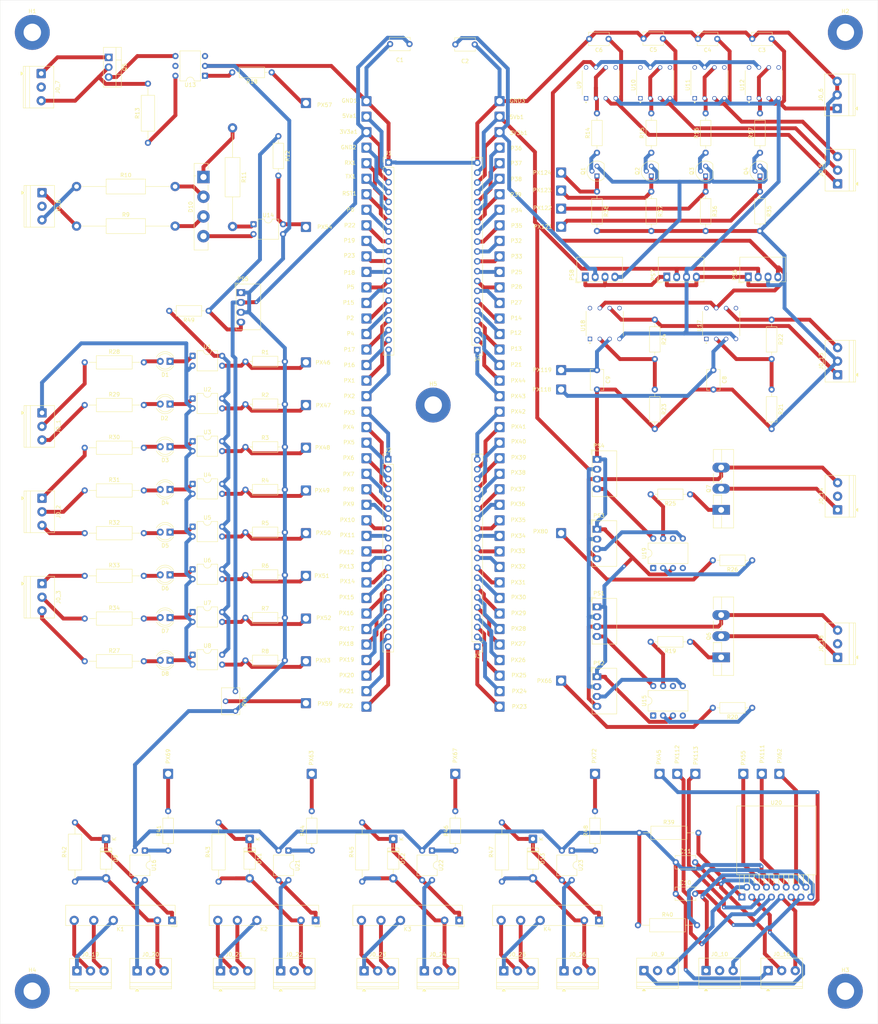
<source format=kicad_pcb>
(kicad_pcb (version 20241229) (generator "pcbnew") (generator_version "9.0")
  (layers (0 "F.Cu" signal) (2 "B.Cu" signal) (13 "F.Paste" user) (15 "B.Paste" user) (5 "F.SilkS" user "F.Silkscreen") (7 "B.SilkS" user "B.Silkscreen") (1 "F.Mask" user) (3 "B.Mask" user) (25 "Edge.Cuts" user))
  (net 0 "")
  (net 1 "Net-(3V3a1-Pin_1)")
  (net 2 "Net-(3V3b1-Pin_1)")
  (net 3 "Net-(5Va1-Pin_1)")
  (net 4 "Net-(5Vb1-Pin_1)")
  (net 5 "Net-(GND1-Pin_1)")
  (net 6 "Net-(GND2-Pin_1)")
  (net 7 "Net-(J1-Pin_19)")
  (net 8 "Net-(J1-Pin_7)")
  (net 9 "Net-(J1-Pin_12)")
  (net 10 "Net-(J1-Pin_15)")
  (net 11 "Net-(J1-Pin_5)")
  (net 12 "Net-(J1-Pin_18)")
  (net 13 "Net-(J1-Pin_6)")
  (net 14 "Net-(J1-Pin_10)")
  (net 15 "Net-(J1-Pin_17)")
  (net 16 "Net-(J1-Pin_8)")
  (net 17 "Net-(J1-Pin_13)")
  (net 18 "Net-(J1-Pin_11)")
  (net 19 "Net-(J1-Pin_16)")
  (net 20 "Net-(J1-Pin_20)")
  (net 21 "Net-(J1-Pin_14)")
  (net 22 "Net-(J1-Pin_9)")
  (net 23 "Net-(J2-Pin_16)")
  (net 24 "Net-(J2-Pin_18)")
  (net 25 "Net-(J2-Pin_6)")
  (net 26 "Net-(J2-Pin_14)")
  (net 27 "Net-(J2-Pin_15)")
  (net 28 "Net-(J2-Pin_19)")
  (net 29 "Net-(J2-Pin_11)")
  (net 30 "Net-(J2-Pin_8)")
  (net 31 "Net-(J2-Pin_9)")
  (net 32 "Net-(J2-Pin_5)")
  (net 33 "Net-(J2-Pin_17)")
  (net 34 "Net-(J2-Pin_1)")
  (net 35 "Net-(J2-Pin_20)")
  (net 36 "Net-(J2-Pin_4)")
  (net 37 "Net-(J2-Pin_7)")
  (net 38 "Net-(J2-Pin_13)")
  (net 39 "Net-(J2-Pin_12)")
  (net 40 "Net-(J2-Pin_3)")
  (net 41 "Net-(J2-Pin_2)")
  (net 42 "Net-(J2-Pin_10)")
  (net 43 "Net-(J3-Pin_8)")
  (net 44 "Net-(J3-Pin_16)")
  (net 45 "Net-(J3-Pin_11)")
  (net 46 "Net-(J3-Pin_18)")
  (net 47 "Net-(J3-Pin_9)")
  (net 48 "Net-(J3-Pin_10)")
  (net 49 "Net-(J3-Pin_17)")
  (net 50 "Net-(J3-Pin_14)")
  (net 51 "Net-(J3-Pin_6)")
  (net 52 "Net-(J3-Pin_20)")
  (net 53 "Net-(J3-Pin_15)")
  (net 54 "Net-(J3-Pin_4)")
  (net 55 "Net-(J3-Pin_12)")
  (net 56 "Net-(J3-Pin_2)")
  (net 57 "Net-(J3-Pin_19)")
  (net 58 "Net-(J3-Pin_1)")
  (net 59 "Net-(J3-Pin_13)")
  (net 60 "Net-(J3-Pin_7)")
  (net 61 "Net-(J3-Pin_5)")
  (net 62 "Net-(J3-Pin_3)")
  (net 63 "Net-(J4-Pin_12)")
  (net 64 "Net-(J4-Pin_14)")
  (net 65 "Net-(J4-Pin_13)")
  (net 66 "Net-(J4-Pin_16)")
  (net 67 "Net-(J4-Pin_4)")
  (net 68 "Net-(J4-Pin_15)")
  (net 69 "Net-(J4-Pin_8)")
  (net 70 "Net-(J4-Pin_1)")
  (net 71 "Net-(J4-Pin_10)")
  (net 72 "Net-(J4-Pin_11)")
  (net 73 "Net-(J4-Pin_3)")
  (net 74 "Net-(J4-Pin_9)")
  (net 75 "Net-(J4-Pin_7)")
  (net 76 "Net-(J4-Pin_5)")
  (net 77 "Net-(J4-Pin_17)")
  (net 78 "Net-(J4-Pin_2)")
  (net 79 "Net-(J4-Pin_6)")
  (net 80 "Net-(D1-A)")
  (net 81 "Net-(D1-K)")
  (net 82 "Net-(D2-A)")
  (net 83 "Net-(D2-K)")
  (net 84 "Net-(D3-A)")
  (net 85 "Net-(D3-K)")
  (net 86 "Net-(D4-K)")
  (net 87 "Net-(D4-A)")
  (net 88 "Net-(D5-A)")
  (net 89 "Net-(D5-K)")
  (net 90 "Net-(D6-K)")
  (net 91 "Net-(D6-A)")
  (net 92 "Net-(D7-K)")
  (net 93 "Net-(D7-A)")
  (net 94 "Net-(D8-A)")
  (net 95 "Net-(D8-K)")
  (net 96 "Net-(J0_1-Pin_3)")
  (net 97 "Net-(J0_1-Pin_1)")
  (net 98 "Net-(J0_1-Pin_2)")
  (net 99 "Net-(J0_2-Pin_3)")
  (net 100 "Net-(J0_2-Pin_2)")
  (net 101 "Net-(J0_2-Pin_1)")
  (net 102 "Net-(J0_3-Pin_1)")
  (net 103 "Net-(J0_3-Pin_2)")
  (net 104 "Net-(J0_3-Pin_3)")
  (net 105 "Net-(PX47-Pin_1)")
  (net 106 "Net-(PX48-Pin_1)")
  (net 107 "Net-(PX49-Pin_1)")
  (net 108 "Net-(PX50-Pin_1)")
  (net 109 "Net-(PX51-Pin_1)")
  (net 110 "Net-(PX52-Pin_1)")
  (net 111 "Net-(PX53-Pin_1)")
  (net 112 "Net-(D10-Pad3)")
  (net 113 "Net-(D10--)")
  (net 114 "Net-(D10-Pad2)")
  (net 115 "Net-(D10-+)")
  (net 117 "Net-(J0_8-Pin_1)")
  (net 118 "Net-(J0_8-Pin_3)")
  (net 119 "Net-(R49-Pad2)")
  (net 120 "Net-(PX54-Pin_1)")
  (net 121 "Net-(R11-Pad2)")
  (net 122 "Net-(J0_7-Pin_3)")
  (net 123 "Net-(J0_7-Pin_1)")
  (net 125 "Net-(PX57-Pin_1)")
  (net 126 "Net-(Q5-G)")
  (net 127 "Net-(R13-Pad1)")
  (net 128 "Net-(R18-Pad2)")
  (net 131 "Net-(PX59-Pin_1)")
  (net 132 "Net-(J0_16-Pin_3)")
  (net 133 "Net-(J0_16-Pin_2)")
  (net 134 "Net-(J0_9-Pin_1)")
  (net 136 "Net-(J0_9-Pin_3)")
  (net 138 "Net-(J0_10-Pin_1)")
  (net 139 "Net-(J0_10-Pin_3)")
  (net 140 "Net-(PX62-Pin_1)")
  (net 141 "Net-(PX111-Pin_1)")
  (net 142 "Net-(PX112-Pin_1)")
  (net 143 "Net-(PX113-Pin_1)")
  (net 144 "Net-(U20-SENSE_A)")
  (net 145 "Net-(U20-SENSE_B)")
  (net 146 "Net-(PX45-Pin_1)")
  (net 147 "Net-(PX55-Pin_1)")
  (net 148 "Net-(J0_6-Pin_1)")
  (net 149 "Net-(J0_5-Pin_3)")
  (net 150 "Net-(J0_5-Pin_2)")
  (net 151 "Net-(J0_5-Pin_1)")
  (net 152 "Net-(PS6-+Vout)")
  (net 153 "Net-(PS7--Vout)")
  (net 154 "Net-(PS8-+Vout)")
  (net 155 "Net-(PX121-Pin_1)")
  (net 156 "Net-(PX122-Pin_1)")
  (net 157 "Net-(PX123-Pin_1)")
  (net 158 "Net-(PX124-Pin_1)")
  (net 159 "Net-(Q1-B)")
  (net 160 "Net-(Q2-B)")
  (net 161 "Net-(Q3-B)")
  (net 162 "Net-(Q4-B)")
  (net 163 "Net-(U9--)")
  (net 164 "Net-(U10--)")
  (net 165 "Net-(U11--)")
  (net 166 "Net-(U12--)")
  (net 179 "Net-(PX118-Pin_1)")
  (net 180 "Net-(PX119-Pin_1)")
  (net 181 "Net-(J0_13-Pin_1)")
  (net 182 "Net-(J0_13-Pin_3)")
  (net 183 "Net-(U17--)")
  (net 184 "Net-(U18--)")
  (net 192 "Net-(J0_14-Pin_3)")
  (net 193 "Net-(J0_14-Pin_1)")
  (net 194 "Net-(PS3--Vout)")
  (net 195 "Net-(PS4-+Vout)")
  (net 196 "Net-(PX80-Pin_1)")
  (net 197 "Net-(Q7-G)")
  (net 198 "Net-(R25-Pad2)")
  (net 199 "Net-(U19-A)")
  (net 204 "Net-(J0_18-Pin_1)")
  (net 205 "Net-(J0_18-Pin_3)")
  (net 206 "Net-(PS1-+Vout)")
  (net 207 "Net-(PS2--Vout)")
  (net 208 "Net-(PX66-Pin_1)")
  (net 209 "Net-(Q6-G)")
  (net 210 "Net-(R19-Pad2)")
  (net 211 "Net-(U15-A)")
  (net 215 "Net-(J0_25-Pin_1)")
  (net 216 "Net-(J0_25-Pin_2)")
  (net 217 "Net-(J0_25-Pin_3)")
  (net 218 "Net-(J0_26-Pin_1)")
  (net 219 "Net-(D9-A)")
  (net 221 "Net-(D9-K)")
  (net 222 "Net-(PX72-Pin_1)")
  (net 223 "Net-(R48-Pad1)")
  (net 224 "Net-(J0_23-Pin_2)")
  (net 225 "Net-(J0_23-Pin_3)")
  (net 226 "Net-(J0_23-Pin_1)")
  (net 228 "Net-(D11-A)")
  (net 229 "Net-(J0_24-Pin_1)")
  (net 230 "Net-(D11-K)")
  (net 231 "Net-(PX67-Pin_1)")
  (net 232 "Net-(R46-Pad1)")
  (net 233 "Net-(J0_21-Pin_3)")
  (net 234 "Net-(J0_21-Pin_2)")
  (net 235 "Net-(J0_21-Pin_1)")
  (net 237 "Net-(J0_22-Pin_1)")
  (net 238 "Net-(D12-K)")
  (net 239 "Net-(D12-A)")
  (net 240 "Net-(PX63-Pin_1)")
  (net 241 "Net-(R44-Pad1)")
  (net 242 "Net-(J0_19-Pin_2)")
  (net 243 "Net-(J0_19-Pin_3)")
  (net 244 "Net-(J0_19-Pin_1)")
  (net 245 "Net-(J0_20-Pin_1)")
  (net 246 "Net-(D13-K)")
  (net 248 "Net-(D13-A)")
  (net 249 "Net-(PX69-Pin_1)")
  (net 250 "Net-(R41-Pad1)")
  (net 251 "Net-(PS5-+Vout)")
  (net 252 "Net-(PX46-Pin_1)")
  (footprint "Connector_Wire:SolderWire-0.75sqmm_1x01_D1.25mm_OD2.3mm" (layer "F.Cu") (at 237 212 90)
    (property "Reference" "PX62")
    (property "Value" "~" (hide yes))
  )
  (footprint "Resistor_THT:R_Axial_DIN0207_L6.3mm_D2.5mm_P10.16mm_Horizontal" (layer "F.Cu") (at 107.9 47.74 -90)
    (property "Reference" "R12")
    (property "Value" "R_US")
  )
  (footprint "LM741_TH:LM471_TH" (layer "F.Cu") (at 233 34 90)
    (property "Reference" "U12")
    (property "Value" "LM741")
  )
  (footprint "MountingHole:MountingHole_4.5mm_Pad" (layer "F.Cu") (at 44.5 268)
    (property "Reference" "H4")
    (property "Value" "MountingHole_4.5mm_Pad" (hide yes))
  )
  (footprint "Resistor_THT:R_Axial_DIN0207_L6.3mm_D2.5mm_P10.16mm_Horizontal" (layer "F.Cu") (at 235 95 -90)
    (property "Reference" "R22")
    (property "Value" "R_US")
  )
  (footprint "TerminalBlock_Phoenix:TerminalBlock_Phoenix_PT-1,5-3-3.5-H_1x03_P3.50mm_Horizontal" (layer "F.Cu") (at 47 119 -90)
    (property "Reference" "J0_1")
    (property "Value" "Screw_Terminal_01x03" (hide yes))
  )
  (footprint "Diode_THT:Diode_Bridge_Vishay_GBU" (layer "F.Cu") (at 88.6 58.26 -90)
    (property "Reference" "D10")
    (property "Value" "GBU8J")
  )
  (footprint "TerminalBlock_Phoenix:TerminalBlock_Phoenix_PT-1,5-3-3.5-H_1x03_P3.50mm_Horizontal" (layer "F.Cu") (at 252 60 90)
    (property "Reference" "J0_5")
    (property "Value" "Screw_Terminal_01x03" (hide yes))
  )
  (footprint "Connector_Wire:SolderWire-0.75sqmm_1x01_D1.25mm_OD2.3mm" (layer "F.Cu") (at 115 128)
    (property "Reference" "PX48")
    (property "Value" "~" (hide yes))
  )
  (footprint "Diode_THT:D_DO-41_SOD81_P10.16mm_Horizontal" (layer "F.Cu") (at 137.5 228.7675 -90)
    (property "Reference" "D12")
    (property "Value" "1N4007")
  )
  (footprint "Connector_Wire:SolderWire-0.75sqmm_1x01_D1.25mm_OD2.3mm" (layer "F.Cu") (at 79.5 212 90)
    (property "Reference" "PX69")
    (property "Value" "~" (hide yes))
  )
  (footprint "Connector_Wire:SolderWire-0.75sqmm_1x01_D1.25mm_OD2.3mm" (layer "F.Cu") (at 130.6 82.7)
    (property "Reference" "P18")
    (property "Value" "~" (hide yes))
  )
  (footprint "Connector_Wire:SolderWire-0.75sqmm_1x01_D1.25mm_OD2.3mm" (layer "F.Cu") (at 130.6 70.7)
    (property "Reference" "P22")
    (property "Value" "~" (hide yes))
  )
  (footprint "Resistor_THT:R_Axial_DIN0309_L9.0mm_D3.2mm_P15.24mm_Horizontal" (layer "F.Cu") (at 200.56 251)
    (property "Reference" "R40")
    (property "Value" "R_US")
  )
  (footprint "Resistor_THT:R_Axial_DIN0207_L6.3mm_D2.5mm_P10.16mm_Horizontal" (layer "F.Cu") (at 204 52 90)
    (property "Reference" "R15")
    (property "Value" "R_US")
  )
  (footprint "Package_TO_SOT_THT:TO-220-15_P2.54x2.54mm_StaggerOdd_Lead5.84mm_TabDown" (layer "F.Cu") (at 227.33 243.74)
    (property "Reference" "U20")
    (property "Value" "L298HN")
  )
  (footprint "Package_DIP:DIP-4_W7.62mm" (layer "F.Cu") (at 85.795 181.325)
    (property "Reference" "U8")
    (property "Value" "TLP521-1")
  )
  (footprint "Resistor_THT:R_Axial_DIN0207_L6.3mm_D2.5mm_P10.16mm_Horizontal" (layer "F.Cu") (at 99.42 171.8)
    (property "Reference" "R7")
    (property "Value" "560 Ω   1/4 W")
  )
  (footprint "Resistor_THT:R_Axial_DIN0309_L9.0mm_D3.2mm_P15.24mm_Horizontal" (layer "F.Cu") (at 74.295 49.44 90)
    (property "Reference" "R13")
    (property "Value" "R_US")
  )
  (footprint "Connector_Wire:SolderWire-0.75sqmm_1x01_D1.25mm_OD2.3mm" (layer "F.Cu") (at 206.12 212 90)
    (property "Reference" "PX45")
    (property "Value" "~" (hide yes))
  )
  (footprint "Resistor_THT:R_Axial_DIN0309_L9.0mm_D3.2mm_P15.24mm_Horizontal" (layer "F.Cu") (at 58 106)
    (property "Reference" "R28")
    (property "Value" "R_US")
  )
  (footprint "Resistor_THT:R_Axial_DIN0309_L9.0mm_D3.2mm_P15.24mm_Horizontal" (layer "F.Cu") (at 58 161)
    (property "Reference" "R33")
    (property "Value" "R_US")
  )
  (footprint "Connector_Wire:SolderWire-0.75sqmm_1x01_D1.25mm_OD2.3mm" (layer "F.Cu") (at 189.5 212 90)
    (property "Reference" "PX72")
    (property "Value" "~" (hide yes))
  )
  (footprint "Capacitor_THT:C_Disc_D5.1mm_W3.2mm_P5.00mm" (layer "F.Cu") (at 235 22.6775 180)
    (property "Reference" "C3")
    (property "Value" "10nF")
  )
  (footprint "Connector_Wire:SolderWire-0.75sqmm_1x01_D1.25mm_OD2.3mm" (layer "F.Cu") (at 164.9 154.7)
    (property "Reference" "PX33")
    (property "Value" "~" (hide yes))
  )
  (footprint "Connector_Wire:SolderWire-0.75sqmm_1x01_D1.25mm_OD2.3mm" (layer "F.Cu") (at 164.9 66.7)
    (property "Reference" "P34")
    (property "Value" "~" (hide yes))
  )
  (footprint "LED_THT:LED_D4.0mm" (layer "F.Cu") (at 80 171.74 180)
    (property "Reference" "D7")
    (property "Value" "LED")
  )
  (footprint "Connector_Wire:SolderWire-0.75sqmm_1x01_D1.25mm_OD2.3mm" (layer "F.Cu") (at 115 150)
    (property "Reference" "PX50")
    (property "Value" "~" (hide yes))
  )
  (footprint "TerminalBlock_Phoenix:TerminalBlock_Phoenix_PT-1,5-3-3.5-H_1x03_P3.50mm_Horizontal" (layer "F.Cu") (at 47 163 -90)
    (property "Reference" "J0_3")
    (property "Value" "Screw_Terminal_01x03" (hide yes))
  )
  (footprint "Connector_Wire:SolderWire-0.75sqmm_1x01_D1.25mm_OD2.3mm" (layer "F.Cu") (at 164.9 86.7)
    (property "Reference" "P26")
    (property "Value" "~" (hide yes))
  )
  (footprint "Converter_DCDC:Converter_DCDC_Murata_MEE1SxxxxSC_THT" (layer "F.Cu") (at 190 169)
    (property "Reference" "PS1")
    (property "Value" "MEE1S0315SC")
  )
  (footprint "Connector_Wire:SolderWire-0.75sqmm_1x01_D1.25mm_OD2.3mm" (layer "F.Cu") (at 130.6 46.7)
    (property "Reference" "3V3a1")
    (property "Value" "~" (hide yes))
  )
  (footprint "Connector_Wire:SolderWire-0.75sqmm_1x01_D1.25mm_OD2.3mm" (layer "F.Cu") (at 130.6 66.7)
    (property "Reference" "P0")
    (property "Value" "~" (hide yes))
  )
  (footprint "Connector_Wire:SolderWire-0.75sqmm_1x01_D1.25mm_OD2.3mm" (layer "F.Cu") (at 130.6 154.7)
    (property "Reference" "PX12")
    (property "Value" "~" (hide yes))
  )
  (footprint "LED_THT:LED_D4.0mm" (layer "F.Cu") (at 80 160.74 180)
    (property "Reference" "D6")
    (property "Value" "LED")
  )
  (footprint "Connector_Wire:SolderWire-0.75sqmm_1x01_D1.25mm_OD2.3mm" (layer "F.Cu") (at 164.9 178.7)
    (property "Reference" "PX27")
    (property "Value" "~" (hide yes))
  )
  (footprint "Connector_PinHeader_2.54mm:PinHeader_1x20_P2.54mm_Vertical" (layer "F.Cu") (at 136.2 130.98)
    (property "Reference" "J2")
    (property "Value" "Screw_Terminal_01x20" (hide yes))
  )
  (footprint "Resistor_THT:R_Axial_DIN0207_L6.3mm_D2.5mm_P10.16mm_Horizontal" (layer "F.Cu") (at 218 52 90)
    (property "Reference" "R16")
    (property "Value" "R_US")
  )
  (footprint "Connector_Wire:SolderWire-0.75sqmm_1x01_D1.25mm_OD2.3mm" (layer "F.Cu") (at 164.9 182.7)
    (property "Reference" "PX26")
    (property "Value" "~" (hide yes))
  )
  (footprint "Connector_Wire:SolderWire-0.75sqmm_1x01_D1.25mm_OD2.3mm" (layer "F.Cu") (at 164.9 130.7)
    (property "Reference" "PX39")
    (property "Value" "~" (hide yes))
  )
  (footprint "Resistor_THT:R_Axial_DIN0207_L6.3mm_D2.5mm_P10.16mm_Horizontal" (layer "F.Cu") (at 89.945 92.735 180)
    (property "Reference" "R49")
    (property "Value" "R_US")
  )
  (footprint "Connector_Wire:SolderWire-0.75sqmm_1x01_D1.25mm_OD2.3mm" (layer "F.Cu") (at 130.6 86.7)
    (property "Reference" "P5")
    (property "Value" "~" (hide yes))
  )
  (footprint "Converter_DCDC:Converter_DCDC_Murata_MEE1SxxxxSC_THT" (layer "F.Cu") (at 229 84 90)
    (property "Reference" "PS6")
    (property "Value" "MEE1S0315SC")
  )
  (footprint "Connector_Wire:SolderWire-0.75sqmm_1x01_D1.25mm_OD2.3mm" (layer "F.Cu") (at 180.76 57.1 180)
    (property "Reference" "PX124")
    (property "Value" "~" (hide yes))
  )
  (footprint "Package_DIP:DIP-4_W7.62mm" (layer "F.Cu") (at 101.495 70.425)
    (property "Reference" "U14")
    (property "Value" "TLP521-1")
  )
  (footprint "LED_THT:LED_D4.0mm" (layer "F.Cu") (at 80 116.74 180)
    (property "Reference" "D2")
    (property "Value" "LED")
  )
  (footprint "LM741_TH:LM471_TH" (layer "F.Cu") (at 219 34 90)
    (property "Reference" "U11")
    (property "Value" "LM741")
  )
  (footprint "Capacitor_THT:C_Disc_D5.1mm_W3.2mm_P5.00mm" (layer "F.Cu") (at 220 108 -90)
    (property "Reference" "C8")
    (property "Value" "10nF")
  )
  (footprint "Connector_Wire:SolderWire-0.75sqmm_1x01_D1.25mm_OD2.3mm" (layer "F.Cu") (at 153.5 212 90)
    (property "Reference" "PX67")
    (property "Value" "~" (hide yes))
  )
  (footprint "Package_DIP:DIP-4_W7.62mm" (layer "F.Cu") (at 85.795 104.325)
    (property "Reference" "U1")
    (property "Value" "TLP521-1")
  )
  (footprint "Package_TO_SOT_THT:TO-264-3_Vertical" (layer "F.Cu") (at 222 144 90)
    (property "Reference" "Q7")
    (property "Value" "IRG4PF50W")
  )
  (footprint "Connector_Wire:SolderWire-0.75sqmm_1x01_D1.25mm_OD2.3mm" (layer "F.Cu") (at 130.6 118.7)
    (property "Reference" "PX3")
    (property "Value" "~" (hide yes))
  )
  (footprint "Package_DIP:DIP-4_W7.62mm" (layer "F.Cu") (at 85.795 137.325)
    (property "Reference" "U4")
    (property "Value" "TLP521-1")
  )
  (footprint "LM741_TH:LM471_TH" (layer "F.Cu") (at 190.9975 34 90)
    (property "Reference" "U9")
    (property "Value" "LM741")
  )
  (footprint "Resistor_THT:R_Axial_DIN0309_L9.0mm_D3.2mm_P15.24mm_Horizontal" (layer "F.Cu") (at 58 139)
    (property "Reference" "R31")
    (property "Value" "R_US")
  )
  (footprint "Connector_Wire:SolderWire-0.75sqmm_1x01_D1.25mm_OD2.3mm" (layer "F.Cu") (at 115 139)
    (property "Reference" "PX49")
    (property "Value" "~" (hide yes))
  )
  (footprint "Resistor_THT:R_Axial_DIN0309_L9.0mm_D3.2mm_P15.24mm_Horizontal" (layer "F.Cu") (at 200.9 227.2)
    (property "Reference" "R39")
    (property "Value" "R_US")
  )
  (footprint "Resistor_THT:R_Axial_DIN0309_L9.0mm_D3.2mm_P15.24mm_Horizontal" (layer "F.Cu") (at 129.5 239.7675 90)
    (property "Reference" "R45")
    (property "Value" "R_US")
  )
  (footprint "Connector_Wire:SolderWire-0.75sqmm_1x01_D1.25mm_OD2.3mm" (layer "F.Cu") (at 164.9 170.7)
    (property "Reference" "PX29")
    (property "Value" "~" (hide yes))
  )
  (footprint "Package_DIP:DIP-8_W7.62mm" (layer "F.Cu") (at 204.5 159 90)
    (property "Reference" "U19")
    (property "Value" "TLP250")
  )
  (footprint "Resistor_THT:R_Axial_DIN0411_L9.9mm_D3.6mm_P25.40mm_Horizontal" (layer "F.Cu") (at 55.9 60.7)
    (property "Reference" "R10")
    (property "Value" "R_US" (hide yes))
  )
  (footprint "Resistor_THT:R_Axial_DIN0309_L9.0mm_D3.2mm_P15.24mm_Horizontal" (layer "F.Cu") (at 92.5 239.7675 90)
    (property "Reference" "R43")
    (property "Value" "R_US")
  )
  (footprint "Package_TO_SOT_THT:TO-220-3_Vertical" (layer "F.Cu") (at 64.18 27.42 -90)
    (property "Reference" "Q5")
    (property "Value" "BTA16-800B")
  )
  (footprint "Connector_Wire:SolderWire-0.75sqmm_1x01_D1.25mm_OD2.3mm" (layer "F.Cu") (at 164.9 174.7)
    (property "Reference" "PX28")
    (property "Value" "~" (hide yes))
  )
  (footprint "TerminalBlock_Phoenix:TerminalBlock_Phoenix_PT-1,5-3-3.5-H_1x03_P3.50mm_Horizontal" (layer "F.Cu") (at 252 109.2 90)
    (property "Reference" "J0_13")
    (property "Value" "Screw_Terminal_01x03" (hide yes))
  )
  (footprint "TerminalBlock_Phoenix:TerminalBlock_Phoenix_PT-1,5-3-3.5-H_1x03_P3.50mm_Horizontal" (layer "F.Cu") (at 166 262.7675)
    (property "Reference" "J0_25")
    (property "Value" "Screw_Terminal_01x03" (hide yes))
  )
  (footprint "Connector_Wire:SolderWire-0.75sqmm_1x01_D1.25mm_OD2.3mm" (layer "F.Cu") (at 130.6 102.7)
    (property "Reference" "P17")
    (property "Value" "~" (hide yes))
  )
  (footprint "LED_THT:LED_D4.0mm" (layer "F.Cu") (at 80 182.74 180)
    (property "Reference" "D8")
    (property "Value" "LED")
  )
  (footprint "Connector_PinHeader_2.54mm:PinHeader_1x20_P2.54mm_Vertical" (layer "F.Cu") (at 159.16 179.26 180)
    (property "Reference" "J3")
    (property "Value" "Screw_Terminal_01x20" (hide yes))
  )
  (footprint "Resistor_THT:R_Axial_DIN0411_L9.9mm_D3.6mm_P25.40mm_Horizontal" (layer "F.Cu") (at 96.1 45.6 -90)
    (property "Reference" "R11")
    (property "Value" "R_US" (hide yes))
  )
  (footprint "Connector_PinHeader_2.54mm:PinHeader_1x20_P2.54mm_Vertical" (layer "F.Cu") (at 136.3 54.5)
    (property "Reference" "J1")
    (property "Value" "Screw_Terminal_01x20" (hide yes))
  )
  (footprint "Resistor_THT:R_Axial_DIN0207_L6.3mm_D2.5mm_P10.16mm_Horizontal" (layer "F.Cu") (at 190 62 -90)
    (property "Reference" "R38")
    (property "Value" "R_US")
  )
  (footprint "Connector_Wire:SolderWire-0.75sqmm_1x01_D1.25mm_OD2.3mm" (layer "F.Cu") (at 164.9 38.7)
    (property "Reference" "GND3")
    (property "Value" "~" (hide yes))
  )
  (footprint "Connector_Wire:SolderWire-0.75sqmm_1x01_D1.25mm_OD2.3mm" (layer "F.Cu") (at 164.9 186.7)
    (property "Reference" "PX25")
    (property "Value" "~" (hide yes))
  )
  (footprint "Connector_Wire:SolderWire-0.75sqmm_1x01_D1.25mm_OD2.3mm" (layer "F.Cu") (at 164.9 74.7)
    (property "Reference" "P32")
    (property "Value" "~" (hide yes))
  )
  (footprint "Resistor_THT:R_Axial_DIN0207_L6.3mm_D2.5mm_P10.16mm_Horizontal" (layer "F.Cu") (at 99.42 105.8)
    (property "Reference" "R1")
    (property "Value" "560 Ω   1/4 W")
  )
  (footprint "Connector_Wire:SolderWire-0.75sqmm_1x01_D1.25mm_OD2.3mm" (layer "F.Cu") (at 164.9 134.7)
    (property "Reference" "PX38")
    (property "Value" "~" (hide yes))
  )
  (footprint "Resistor_THT:R_Axial_DIN0207_L6.3mm_D2.5mm_P10.16mm_Horizontal" (layer "F.Cu") (at 79.5 231.7675 90)
    (property "Reference" "R41")
    (property "Value" "R_US")
  )
  (footprint "Connector_Wire:SolderWire-0.75sqmm_1x01_D1.25mm_OD2.3mm" (layer "F.Cu") (at 130.6 126.7)
    (property "Reference" "PX5")
    (property "Value" "~" (hide yes))
  )
  (footprint "Connector_Wire:SolderWire-0.75sqmm_1x01_D1.25mm_OD2.3mm" (layer "F.Cu") (at 164.9 106.7)
    (property "Reference" "P21")
    (property "Value" "~" (hide yes))
  )
  (footprint "Resistor_THT:R_Axial_DIN0207_L6.3mm_D2.5mm_P10.16mm_Horizontal" (layer "F.Cu") (at 218 62 -90)
    (property "Reference" "R36")
    (property "Value" "R_US")
  )
  (footprint "Converter_DCDC:Converter_DCDC_Murata_MEE1SxxxxSC_THT" (layer "F.Cu") (at 190 131)
    (property "Reference" "PS4")
    (property "Value" "MEE1S0315SC")
  )
  (footprint "Resistor_THT:R_Axial_DIN0207_L6.3mm_D2.5mm_P10.16mm_Horizontal" (layer "F.Cu") (at 230 157 180)
    (property "Reference" "R26")
    (property "Value" "R_US")
  )
  (footprint "Connector_Wire:SolderWire-0.75sqmm_1x01_D1.25mm_OD2.3mm" (layer "F.Cu") (at 164.9 58.7)
    (property "Reference" "P38")
    (property "Value" "~" (hide yes))
  )
  (footprint "Connector_Wire:SolderWire-0.75sqmm_1x01_D1.25mm_OD2.3mm" (layer "F.Cu") (at 130.6 174.7)
    (property "Reference" "PX17")
    (property "Value" "~" (hide yes))
  )
  (footprint "TerminalBlock_Phoenix:TerminalBlock_Phoenix_PT-1,5-3-3.5-H_1x03_P3.50mm_Horizontal" (layer "F.Cu") (at 71.5 262.7675)
    (property "Reference" "J0_20")
    (property "Value" "Screw_Terminal_01x03" (hide yes))
  )
  (footprint "Connector_Wire:SolderWire-0.75sqmm_1x01_D1.25mm_OD2.3mm" (layer "F.Cu") (at 164.9 138.7)
    (property "Reference" "PX37")
    (property "Value" "~" (hide yes))
  )
  (footprint "Capacitor_THT:C_Disc_D5.1mm_W3.2mm_P5.00mm" (layer "F.Cu") (at 193 22.6775 180)
    (property "Reference" "C6")
    (property "Value" "10nF")
  )
  (footprint "Connector_Wire:SolderWire-0.75sqmm_1x01_D1.25mm_OD2.3mm" (layer "F.Cu") (at 115 161)
    (property "Reference" "PX51")
    (property "Value" "~" (hide yes))
  )
  (footprint "Connector_Wire:SolderWire-0.75sqmm_1x01_D1.25mm_OD2.3mm" (layer "F.Cu") (at 180.76 150 180)
    (property "Reference" "PX80")
    (property "Value" "~" (hide yes))
  )
  (footprint "Connector_Wire:SolderWire-0.75sqmm_1x01_D1.25mm_OD2.3mm" (layer "F.Cu") (at 164.9 98.7)
    (property "Reference" "P12")
    (property "Value" "~" (hide yes))
  )
  (footprint "Package_TO_SOT_THT:TO-92" (layer "F.Cu") (at 190 58 90)
    (property "Reference" "Q1")
    (property "Value" "2N2222")
  )
  (footprint "Connector_Wire:SolderWire-0.75sqmm_1x01_D1.25mm_OD2.3mm" (layer "F.Cu") (at 130.6 134.7)
    (property "Reference" "PX7")
    (property "Value" "~" (hide yes))
  )
  (footprint "Connector_Wire:SolderWire-0.75sqmm_1x01_D1.25mm_OD2.3mm" (layer "F.Cu") (at 130.6 58.7)
    (property "Reference" "TX1")
    (property "Value" "~" (hide yes))
  )
  (footprint "Resistor_THT:R_Axial_DIN0309_L9.0mm_D3.2mm_P15.24mm_Horizontal" (layer "F.Cu") (at 58 117)
    (property "Reference" "R29")
    (property "Value" "R_US")
  )
  (footprint "Resistor_THT:R_Axial_DIN0207_L6.3mm_D2.5mm_P10.16mm_Horizontal" (layer "F.Cu") (at 99.42 149.8)
    (property "Reference" "R5")
    (property "Value" "560 Ω   1/4 W")
  )
  (footprint "Resistor_THT:R_Axial_DIN0309_L9.0mm_D3.2mm_P15.24mm_Horizontal" (layer "F.Cu") (at 55.5 239.7675 90)
    (property "Reference" "R42")
    (property "Value" "R_US")
  )
  (footprint "Capacitor_THT:C_Disc_D5.1mm_W3.2mm_P5.00mm" (layer "F.Cu") (at 141.7 24 180)
    (property "Reference" "C1")
    (property "Value" "100nF")
  )
  (footprint "Connector_Wire:SolderWire-0.75sqmm_1x01_D1.25mm_OD2.3mm" (layer "F.Cu") (at 115 117)
    (property "Reference" "PX47")
    (property "Value" "~" (hide yes))
  )
  (footprint "MountingHole:MountingHole_4.5mm_Pad" (layer "F.Cu") (at 254 268)
    (property "Reference" "H3")
    (property "Value" "MountingHole_4.5mm_Pad" (hide yes))
  )
  (footprint "Resistor_THT:R_Axial_DIN0309_L9.0mm_D3.2mm_P15.24mm_Horizontal" (layer "F.Cu") (at 165.5 239.7675 90)
    (property "Reference" "R47")
    (property "Value" "R_US")
  )
  (footprint "Connector_Wire:SolderWire-0.75sqmm_1x01_D1.25mm_OD2.3mm" (layer "F.Cu") (at 130.6 54.7)
    (property "Reference" "RX1")
    (property "Value" "~" (hide yes))
  )
  (footprint "LM741_TH:LM471_TH" (layer "F.Cu") (at 192 96 90)
    (property "Reference" "U18")
    (property "Value" "LM741")
  )
  (footprint "Package_DIP:DIP-4_W7.62mm" (layer "F.Cu") (at 85.795 148.325)
    (property "Reference" "U5")
    (property "Value" "TLP521-1")
  )
  (footprint "Connector_Wire:SolderWire-0.75sqmm_1x01_D1.25mm_OD2.3mm" (layer "F.Cu") (at 164.9 166.7)
    (property "Reference" "PX30")
    (property "Value" "~" (hide yes))
  )
  (footprint "Connector_PinHeader_2.54mm:PinHeader_1x20_P2.54mm_Vertical" (layer "F.Cu") (at 159.16 102.84 180)
    (property "Reference" "J4")
    (property "Value" "Screw_Terminal_01x20" (hide yes))
  )
  (footprint "Connector_Wire:SolderWire-0.75sqmm_1x01_D1.25mm_OD2.3mm" (layer "F.Cu") (at 164.9 158.7)
    (property "Reference" "PX32")
    (property "Value" "~" (hide yes))
  )
  (footprint "TerminalBlock_Phoenix:TerminalBlock_Phoenix_PT-1,5-3-3.5-H_1x03_P3.50mm_Horizontal" (layer "F.Cu") (at 56 262.7675)
    (property "Reference" "J0_19")
    (property "Value" "Screw_Terminal_01x03" (hide yes))
  )
  (footprint "Resistor_THT:R_Axial_DIN0207_L6.3mm_D2.5mm_P10.16mm_Horizontal" (layer "F.Cu") (at 204.9 113 -90)
    (property "Reference" "R23")
    (property "Value" "R_US")
  )
  (footprint "Connector_Wire:SolderWire-0.75sqmm_1x01_D1.25mm_OD2.3mm" (layer "F.Cu") (at 164.9 102.7)
    (property "Reference" "P13")
    (property "Value" "~" (hide yes))
  )
  (footprint "Resistor_THT:R_Axial_DIN0309_L9.0mm_D3.2mm_P15.24mm_Horizontal" (layer "F.Cu") (at 58 172)
    (property "Reference" "R34")
    (property "Value" "R_US")
  )
  (footprint "Package_DIP:DIP-4_W7.62mm" (layer "F.Cu") (at 85.795 159.325)
    (property "Reference" "U6")
    (property "Value" "TLP521-1")
  )
  (footprint "Capacitor_THT:C_Disc_D5.1mm_W3.2mm_P5.00mm" (layer "F.Cu") (at 221 22.6775 180)
    (property "Reference" "C4")
    (property "Value" "10nF")
  )
  (footprint "TerminalBlock_Phoenix:TerminalBlock_Phoenix_PT-1,5-3-3.5-H_1x03_P3.50mm_Horizontal" (layer "F.Cu") (at 251.9 40.6 90)
    (property "Reference" "J0_6")
    (property "Value" "Screw_Terminal_01x03" (hide yes))
  )
  (footprint "Connector_Wire:SolderWire-0.75sqmm_1x01_D1.25mm_OD2.3mm" (layer "F.Cu") (at 180.76 71.05 180)
    (property "Reference" "PX121")
    (property "Value" "~" (hide yes))
  )
  (footprint "LED_THT:LED_D4.0mm" (layer "F.Cu") (at 80 149.74 180)
    (property "Reference" "D5")
    (property "Value" "LED")
  )
  (footprint "Connector_Wire:SolderWire-0.75sqmm_1x01_D1.25mm_OD2.3mm" (layer "F.Cu") (at 130.6 138.7)
    (property "Reference" "PX8")
    (property "Value" "~" (hide yes))
  )
  (footprint "Connector_Wire:SolderWire-0.75sqmm_1x01_D1.25mm_OD2.3mm" (layer "F.Cu") (at 130.6 130.7)
    (property "Reference" "PX6")
    (property "Value" "~" (hide yes))
  )
  (footprint "Connector_Wire:SolderWire-0.75sqmm_1x01_D1.25mm_OD2.3mm" (layer "F.Cu") (at 130.6 170.7)
    (property "Reference" "PX16")
    (property "Value" "~" (hide yes))
  )
  (footprint "Connector_Wire:SolderWire-0.75sqmm_1x01_D1.25mm_OD2.3mm" (layer "F.Cu") (at 227.7 212 90)
    (property "Reference" "PX55")
    (property "Value" "~" (hide yes))
  )
  (footprint "Connector_Wire:SolderWire-0.75sqmm_1x01_D1.25mm_OD2.3mm" (layer "F.Cu") (at 164.9 46.7)
    (property "Reference" "3V3b1")
    (property "Value" "~" (hide yes))
  )
  (footprint "TerminalBlock_Phoenix:TerminalBlock_Phoenix_PT-1,5-3-3.5-H_1x03_P3.50mm_Horizontal" (layer "F.Cu") (at 234.1 262.7)
    (property "Reference" "J0_16")
    (property "Value" "Screw_Terminal_01x03" (hide yes))
  )
  (footprint "Connector_Wire:SolderWire-0.75sqmm_1x01_D1.25mm_OD2.3mm" (layer "F.Cu") (at 130.6 146.7)
    (property "Reference" "PX10")
    (property "Value" "~" (hide yes))
  )
  (footprint "Connector_Wire:SolderWire-0.75sqmm_1x01_D1.25mm_OD2.3mm" (layer "F.Cu") (at 130.6 190.7)
    (property "Reference" "PX21")
    (property "Value" "~" (hide yes))
  )
  (footprint "Connector_Wire:SolderWire-0.75sqmm_1x01_D1.25mm_OD2.3mm" (layer "F.Cu") (at 130.6 158.7)
    (property "Reference" "PX13")
    (property "Value" "~" (hide yes))
  )
  (footprint "LED_THT:LED_D4.0mm" (layer "F.Cu") (at 80 127.74 180)
    (property "Reference" "D3")
    (property "Value" "LED")
  )
  (footprint "Connector_Wire:SolderWire-0.75sqmm_1x01_D1.25mm_OD2.3mm" (layer "F.Cu") (at 164.9 114.7)
    (property "Reference" "PX43")
    (property "Value" "~" (hide yes))
  )
  (footprint "Resistor_THT:R_Axial_DIN0207_L6.3mm_D2.5mm_P10.16mm_Horizontal" (layer "F.Cu") (at 153.5 231.7675 90)
    (property "Reference" "R46")
    (property "Value" "R_US")
  )
  (footprint "Capacitor_THT:C_Disc_D5.1mm_W3.2mm_P5.00mm" (layer "F.Cu") (at 190 108 -90)
    (property "Reference" "C9")
    (property "Value" "10nF")
  )
  (footprint "Connector_Wire:SolderWire-0.75sqmm_1x01_D1.25mm_OD2.3mm" (layer "F.Cu") (at 130.6 150.7)
    (property "Reference" "PX11")
    (property "Value" "~" (hide yes))
  )
  (footprint "Connector_Wire:SolderWire-0.75sqmm_1x01_D1.25mm_OD2.3mm" (layer "F.Cu") (at 164.9 54.7)
    (property "Reference" "P37")
    (property "Value" "~" (hide yes))
  )
  (footprint "Resistor_THT:R_Axial_DIN0309_L9.0mm_D3.2mm_P15.24mm_Horizontal" (layer "F.Cu") (at 58 128)
    (property "Reference" "R30")
    (property "Value" "R_US")
  )
  (footprint "TerminalBlock_Phoenix:TerminalBlock_Phoenix_PT-1,5-3-3.5-H_1x03_P3.50mm_Horizontal" (layer "F.Cu") (at 47 62.3 -90)
    (property "Reference" "J0_8")
    (property "Value" "Screw_Terminal_01x03" (hide yes))
  )
  (footprint "Connector_Wire:SolderWire-0.75sqmm_1x01_D1.25mm_OD2.3mm" (layer "F.Cu") (at 164.9 190.7)
    (property "Reference" "PX24")
    (property "Value" "~" (hide yes))
  )
  (footprint "Connector_Wire:SolderWire-0.75sqmm_1x01_D1.25mm_OD2.3mm" (layer "F.Cu") (at 115 172)
    (property "Reference" "PX52")
    (property "Value" "~" (hide yes))
  )
  (footprint "Connector_Wire:SolderWire-0.75sqmm_1x01_D1.25mm_OD2.3mm" (layer "F.Cu") (at 164.9 110.7)
    (property "Reference" "PX44")
    (property "Value" "~" (hide yes))
  )
  (footprint "Connector_Wire:SolderWire-0.75sqmm_1x01_D1.25mm_OD2.3mm" (layer "F.Cu") (at 130.6 62.7)
    (property "Reference" "RST1")
    (property "Value" "~" (hide yes))
  )
  (footprint "Package_TO_SOT_THT:TO-92" (layer "F.Cu") (at 218 58 90)
    (property "Reference" "Q3")
    (property "Value" "2N2222")
  )
  (footprint "MountingHole:MountingHole_4.5mm_Pad" (layer "F.Cu") (at 254 21)
    (property "Reference" "H2")
    (property "Value" "MountingHole_4.5mm_Pad" (hide yes))
  )
  (footprint "Connector_Wire:SolderWire-0.75sqmm_1x01_D1.25mm_OD2.3mm" (layer "F.Cu") (at 130.6 182.7)
    (property "Reference" "PX19")
    (property "Value" "~" (hide yes))
  )
  (footprint "TerminalBlock_Phoenix:TerminalBlock_Phoenix_PT-1,5-3-3.5-H_1x03_P3.50mm_Horizontal" (layer "F.Cu") (at 46.8 31.6 -90)
    (property "Reference" "J0_7")
    (property "Value" "Screw_Terminal_01x03" (hide yes))
  )
  (footprint "Connector_Wire:SolderWire-0.75sqmm_1x01_D1.25mm_OD2.3mm" (layer "F.Cu") (at 130.6 162.7)
    (property "Reference" "PX14")
    (property "Value" "~" (hide yes))
  )
  (footprint "Connector_Wire:SolderWire-0.75sqmm_1x01_D1.25mm_OD2.3mm" (layer "F.Cu") (at 164.9 62.7)
    (property "Reference" "P39")
    (property "Value" "~" (hide yes))
  )
  (footprint "Resistor_THT:R_Axial_DIN0309_L9.0mm_D3.2mm_P15.24mm_Horizontal" (layer "F.Cu") (at 58 183)
    (property "Reference" "R27")
    (property "Value" "R_US")
  )
  (footprint "Connector_Wire:SolderWire-0.75sqmm_1x01_D1.25mm_OD2.3mm" (layer "F.Cu") (at 164.9 70.7)
    (property "Reference" "P35")
    (property "Value" "~" (hide yes))
  )
  (footprint "Resistor_THT:R_Axial_DIN0207_L6.3mm_D2.5mm_P10.16mm_Horizontal" (layer "F.Cu") (at 116.5 231.7675 90)
    (property "Reference" "R44")
    (property "Value" "R_US")
  )
  (footprint "Resistor_THT:R_Axial_DIN0207_L6.3mm_D2.5mm_P10.16mm_Horizontal" (layer "F.Cu") (at 106.18 31.3 180)
    (property "Reference" "R18")
    (property "Value" "R_US")
  )
  (footprint "Resistor_THT:R_Axial_DIN0411_L9.9mm_D3.6mm_P25.40mm_Horizontal" (layer "F.Cu") (at 55.9 70.9)
    (property "Reference" "R9")
    (property "Value" "R_US" (hide yes))
  )
  (footprint "Relay_THT:Relay_SPDT_Fujitsu_FTR-LYCA005x_FormC_Vertical" (layer "F.Cu") (at 154.5 249.7675 180)
    (property "Reference" "K3")
    (property "Value" "Fujitsu_FTR-LYCA005x")
  )
  (footprint "LED_THT:LED_D4.0mm" (layer "F.Cu") (at 80 105.74 180)
    (property "Reference" "D1")
    (property "Value" "LED")
  )
  (footprint "Resistor_THT:R_Axial_DIN0207_L6.3mm_D2.5mm_P10.16mm_Horizontal" (layer "F.Cu") (at 232 52 90)
    (property "Reference" "R17")
    (property "Value" "R_US")
  )
  (footprint "Connector_Wire:SolderWire-0.75sqmm_1x01_D1.25mm_OD2.3mm" (layer "F.Cu") (at 130.6 94.7)
    (property "Reference" "P2")
    (property "Value" "~" (hide yes))
  )
  (footprint "Package_DIP:DIP-4_W7.62mm" (layer "F.Cu") (at 110.5 231.7675 -90)
    (property "Reference" "U21")
    (property "Value" "TLP521-1")
  )
  (footprint "TerminalBlock_Phoenix:TerminalBlock_Phoenix_PT-1,5-3-3.5-H_1x03_P3.50mm_Horizontal" (layer "F.Cu") (at 47 141 -90)
    (property "Reference" "J0_2")
    (property "Value" "Screw_Terminal_01x03" (hide yes))
  )
  (footprint "TerminalBlock_Phoenix:TerminalBlock_Phoenix_PT-1,5-3-3.5-H_1x03_P3.50mm_Horizontal" (layer "F.Cu") (at 145.5 262.7675)
    (property "Reference" "J0_24")
    (property "Value" "Screw_Terminal_01x03" (hide yes))
  )
  (footprint "Capacitor_THT:C_Disc_D5.1mm_W3.2mm_P5.00mm" (layer "F.Cu") (at 153.5 24.1)
    (property "Reference" "C2")
    (property "Value" "100nF")
  )
  (footprint "Connector_Wire:SolderWire-0.75sqmm_1x01_D1.25mm_OD2.3mm" (layer "F.Cu") (at 130.6 42.7)
    (property "Reference" "5Va1")
    (property "Value" "~" (hide yes))
  )
  (footprint "Resistor_THT:R_Axial_DIN0207_L6.3mm_D2.5mm_P10.16mm_Horizontal" (layer "F.Cu") (at 214 178 180)
    (property "Reference" "R19")
    (property "Value" "R_US")
  )
  (footprint "Resistor_THT:R_Axial_DIN0207_L6.3mm_D2.5mm_P10.16mm_Horizontal" (layer "F.Cu") (at 99.42 138.8)
    (property "Reference" "R4")
    (property "Value" "560 Ω   1/4 W")
  )
  (footprint "Resistor_THT:R_Axial_DIN0207_L6.3mm_D2.5mm_P10.16mm_Horizontal" (layer "F.Cu") (at 204.9 95 -90)
    (property "Reference" "R24")
    (property "Value" "R_US")
  )
  (footprint "Connector_Wire:SolderWire-0.75sqmm_1x01_D1.25mm_OD2.3mm" (layer "F.Cu") (at 164.9 194.7)
    (property "Reference" "PX23")
    (property "Value" "~" (hide yes))
  )
  (footprint "Connector_Wire:SolderWire-0.75sqmm_1x01_D1.25mm_OD2.3mm" (layer "F.Cu") (at 180.76 108 180)
    (property "Reference" "PX119")
    (property "Value" "~" (hide yes))
  )
  (footprint "Connector_Wire:SolderWire-0.75sqmm_1x01_D1.25mm_OD2.3mm" (layer "F.Cu") (at 130.6 90.7)
    (property "Reference" "P15")
    (property "Value" "~" (hide yes))
  )
  (footprint "Connector_Wire:SolderWire-0.75sqmm_1x01_D1.25mm_OD2.3mm" (layer "F.Cu") (at 116.5 212 90)
    (property "Reference" "PX63")
    (property "Value" "~" (hide yes))
  )
  (footprint "Potentiometer_THT:Potentiometer_Bourns_3266W_Vertical" (layer "F.Cu") (at 96.84 195.84 -90)
    (property "Reference" "RV1")
    (property "Value" "R_Potentiometer_US")
  )
  (footprint "Package_DIP:DIP-4_W7.62mm" (layer "F.Cu") (at 85.795 170.325)
    (property "Reference" "U7")
    (property "Value" "TLP521-1")
  )
  (footprint "Connector_Wire:SolderWire-0.75sqmm_1x01_D1.25mm_OD2.3mm" (layer "F.Cu") (at 164.9 90.7)
    (property "Reference" "P27")
    (property "Value" "~" (hide yes))
  )
  (footprint "Package_DIP:DIP-4_W7.62mm" (layer "F.Cu") (at 85.795 126.325)
    (property "Reference" "U3")
    (property "Value" "TLP521-1")
  )
  (footprint "Connector_Wire:SolderWire-0.75sqmm_1x01_D1.25mm_OD2.3mm" (layer "F.Cu") (at 164.9 126.7)
    (property "Reference" "PX40")
    (property "Value" "~" (hide yes))
  )
  (footprint "Connector_Wire:SolderWire-0.75sqmm_1x01_D1.25mm_OD2.3mm" (layer "F.Cu") (at 130.6 142.7)
    (property "Reference" "PX9")
    (property "Value" "~" (hide yes))
  )
  (footprint "Connector_Wire:SolderWire-0.75sqmm_1x01_D1.25mm_OD2.3mm" (layer "F.Cu") (at 180.76 113 180)
    (property "Reference" "PX118")
    (property "Value" "~" (hide yes))
  )
  (footprint "Package_DIP:DIP-4_W7.62mm" (layer "F.Cu") (at 73.5 231.7675 -90)
    (property "Reference" "U16")
    (property "Value" "TLP521-1")
  )
  (footprint "Connector_Wire:SolderWire-0.75sqmm_1x01_D1.25mm_OD2.3mm" (layer "F.Cu") (at 164.9 50.7)
    (property "Reference" "P36")
    (property "Value" "~" (hide yes))
  )
  (footprint "Capacitor_THT:C_Disc_D5.1mm_W3.2mm_P5.00mm" (layer "F.Cu") (at 210.3 242.9)
    (property "Reference" "C10")
    (property "Value" "100nF")
  )
  (footprint "Resistor_THT:R_Axial_DIN0207_L6.3mm_D2.5mm_P10.16mm_Horizontal" (layer "F.Cu") (at 204 62 -90)
    (property "Reference" "R37")
    (property "Value" "R_US")
  )
  (footprint "Resistor_THT:R_Axial_DIN0207_L6.3mm_D2.5mm_P10.16mm_Horizontal" (layer "F.Cu") (at 99.42 127.8)
    (property "Reference" "R3")
    (property "Value" "560 Ω   1/4 W")
  )
  (footprint "Connector_Wire:SolderWire-0.75sqmm_1x01_D1.25mm_OD2.3mm" (layer "F.Cu") (at 180.76 188 180)
    (property "Reference" "PX66")
    (property "Value" "~" (hide yes))
  )
  (footprint "Connector_Wire:SolderWire-0.75sqmm_1x01_D1.25mm_OD2.3mm" (layer "F.Cu") (at 130.6 122.7)
    (property "Reference" "PX4")
    (property "Value" "~" (hide yes))
  )
  (footprint "Connector_Wire:SolderWire-0.75sqmm_1x01_D1.25mm_OD2.3mm" (layer "F.Cu") (at 164.9 146.7)
    (property "Reference" "PX35")
    (property "Value" "~" (hide yes))
  )
  (footprint "Connector_Wire:SolderWire-0.75sqmm_1x01_D1.25mm_OD2.3mm" (layer "F.Cu") (at 232.45 212 90)
    (property "Reference" "PX111")
    (property "Value" "~" (hide yes))
  )
  (footprint "Converter_DCDC:Converter_DCDC_Murata_MEE1SxxxxSC_THT" (layer "F.Cu") (at 187 84 90)
    (property "Reference" "PS8")
    (property "Value" "MEE1S0315SC")
  )
  (footprint "LM741_TH:LM471_TH" (layer "F.Cu") (at 222 96 90)
    (property "Reference" "U17")
    (property "Value" "LM741")
  )
  (footprint "Connector_Wire:SolderWire-0.75sqmm_1x01_D1.25mm_OD2.3mm" (layer "F.Cu") (at 164.9 94.7)
    (property "Reference" "P14")
    (property "Value" "~" (hide yes))
  )
  (footprint "Converter_DCDC:Converter_DCDC_Murata_MEE1SxxxxSC_THT" (layer "F.Cu") (at 190 149)
    (property "Reference" "PS3")
    (property "Value" "MEE1S0315SC")
  )
  (footprint "Diode_THT:D_DO-41_SOD81_P10.16mm_Horizontal" (layer "F.Cu") (at 100.5 228.7675 -90)
    (property "Reference" "D11")
    (property "Value" "1N4007")
  )
  (footprint "Connector_Wire:SolderWire-0.75sqmm_1x01_D1.25mm_OD2.3mm" (layer "F.Cu") (at 115 193.8 180)
    (property "Reference" "PX59")
    (property "Value" "~" (hide yes))
  )
  (footprint "Connector_Wire:SolderWire-0.75sqmm_1x01_D1.25mm_OD2.3mm" (layer "F.Cu") (at 164.9 142.7)
    (property "Reference" "PX36")
    (property "Value" "~" (hide yes))
  )
  (footprint "Connector_Wire:SolderWire-0.75sqmm_1x01_D1.25mm_OD2.3mm" (layer "F.Cu") (at 115 39.2)
    (property "Reference" "PX57")
    (property "Value" "~" (hide yes))
  )
  (footprint "Connector_Wire:SolderWire-0.75sqmm_1x01_D1.25mm_OD2.3mm" (layer "F.Cu") (at 115 183)
    (property "Reference" "PX53")
    (property "Value" "~" (hide yes))
  )
  (footprint "Connector_Wire:SolderWire-0.75sqmm_1x01_D1.25mm_OD2.3mm" (layer "F.Cu") (at 180.76 66.4 180)
    (property "Reference" "PX122")
    (property "Value" "~" (hide yes))
  )
  (footprint "Connector_Wire:SolderWire-0.75sqmm_1x01_D1.25mm_OD2.3mm" (layer "F.Cu") (at 164.9 118.7)
    (property "Reference" "PX42")
    (property "Value" "~" (hide yes))
  )
  (footprint "Resistor_THT:R_Axial_DIN0309_L9.0mm_D3.2mm_P15.24mm_Horizontal" (layer "F.Cu") (at 58 150)
    (property "Reference" "R32")
    (property "Value" "R_US")
  )
  (footprint "Connector_Wire:SolderWire-0.75sqmm_1x01_D1.25mm_OD2.3mm" (layer "F.Cu") (at 210.7 212 90)
    (property "Reference" "PX112")
    (property "Value" "~" (hide yes))
  )
  (footprint "Connector_Wire:SolderWire-0.75sqmm_1x01_D1.25mm_OD2.3mm" (layer "F.Cu") (at 130.6 106.7)
    (property "Reference" "P16")
    (property "Value" "~" (hide yes))
  )
  (footprint "Converter_DCDC:Converter_DCDC_Murata_MEE1SxxxxSC_THT" (layer "F.Cu") (at 208 84 90)
    (property "Reference" "PS7")
    (property "Value" "MEE1S0315SC")
  )
  (footprint "LED_THT:LED_D4.0mm" (layer "F.Cu") (at 80 138.74 180)
    (property "Reference" "D4")
    (property "Value" "LED")
  )
  (footprint "Connector_Wire:SolderWire-0.75sqmm_1x01_D1.25mm_OD2.3mm" (layer "F.Cu") (at 130.6 110.7)
    (property "Reference" "PX1")
    (property "Value" "~" (hide yes))
  )
  (footprint "Package_DIP:DIP-4_W7.62mm" (layer "F.Cu") (at 85.795 115.325)
    (property "Reference" "U2")
    (property "Value" "TLP521-1")
  )
  (footprint "Package_TO_SOT_THT:TO-264-3_Vertical" (layer "F.Cu") (at 222 182 90)
    (property "Reference" "Q6")
    (property "Value" "IRG4PF50W")
  )
  (footprint "Connector_Wire:SolderWire-0.75sqmm_1x01_D1.25mm_OD2.3mm" (layer "F.Cu") (at 130.6 114.7)
    (property "Reference" "PX2")
    (property "Value" "~" (hide yes))
  )
  (footprint "Resistor_THT:R_Axial_DIN0207_L6.3mm_D2.5mm_P10.16mm_Horizontal" (layer "F.Cu") (at 99.42 182.8)
    (property "Reference" "R8")
    (property "Value" "560 Ω   1/4 W")
  )
  (footprint "Resistor_THT:R_Axial_DIN0207_L6.3mm_D2.5mm_P10.16mm_Horizontal" (layer "F.Cu") (at 189.5 231.7675 90)
    (property "Reference" "R48")
    (property "Value" "R_US")
  )
  (footprint "Converter_DCDC:Converter_DCDC_Murata_MEE1SxxxxSC_THT" (layer "F.Cu") (at 190 187)
    (property "Reference" "PS2")
    (property "Value" "MEE1S0315SC")
  )
  (footprint "Connector_Wire:SolderWire-0.75sqmm_1x01_D1.25mm_OD2.3mm" (layer "F.Cu") (at 164.9 150.7)
    (property "Reference" "PX34")
    (property "Value" "~" (hide yes))
  )
  (footprint "Capacitor_THT:C_Disc_D5.1mm_W3.2mm_P5.00mm" (layer "F.Cu") (at 207 22.6 180)
    (property "Reference" "C5")
    (property "Value" "10nF")
  )
  (footprint "Connector_Wire:SolderWire-0.75sqmm_1x01_D1.25mm_OD2.3mm" (layer "F.Cu") (at 130.6 194.7)
    (property "Reference" "PX22")
    (property "Value" "~" (hide yes))
  )
  (footprint "Resistor_THT:R_Axial_DIN0207_L6.3mm_D2.5mm_P10.16mm_Horizontal" (layer "F.Cu") (at 99.42 160.8)
    (property "Reference" "R6")
    (property "Value" "560 Ω   1/4 W")
  )
  (footprint "Resistor_THT:R_Axial_DIN0207_L6.3mm_D2.5mm_P10.16mm_Horizontal" (layer "F.Cu") (at 230 195 180)
    (property "Reference" "R20")
    (property "Value" "R_US")
  )
  (footprint "Resistor_THT:R_Axial_DIN0207_L6.3mm_D2.5mm_P10.16mm_Horizontal" (layer "F.Cu") (at 190 52 90)
    (property "Reference" "R14")
    (property "Value" "R_US")
  )
  (footprint "Connector_Wire:SolderWire-0.75sqmm_1x01_D1.25mm_OD2.3mm" (layer "F.Cu") (at 130.6 186.7)
    (property "Reference" "PX20")
    (property "Value" "~" (hide yes))
  )
  (footprint "Connector_Wire:SolderWire-0.75sqmm_1x01_D1.25mm_OD2.3mm" (layer "F.Cu") (at 164.9 42.7)
    (property "Reference" "5Vb1")
    (property "Value" "~" (hide yes))
  )
  (footprint "TerminalBlock_Phoenix:TerminalBlock_Phoenix_PT-1,5-3-3.5-H_1x03_P3.50mm_Horizontal" (layer "F.Cu") (at 130 262.7675)
    (property "Reference" "J0_23")
    (property "Value" "Screw_Terminal_01x03" (hide yes))
  )
  (footprint "Connector_Wire:SolderWire-0.75sqmm_1x01_D1.25mm_OD2.3mm" (layer "F.Cu") (at 130.6 78.7)
    (property "Reference" "P23")
    (property "Value" "~" (hide yes))
  )
  (footprint "Package_DIP:DIP-8_W7.62mm" (layer "F.Cu") (at 204.5 197 90)
    (property "Reference" "U15")
    (property "Value" "TLP250")
  )
  (footprint "MountingHole:MountingHole_4.5mm_Pad" (layer "F.Cu") (at 147.8 117)
    (property "Reference" "H5")
    (property "Value" "MountingHole_4.5mm_Pad" (hide yes))
  )
  (footprint "Connector_Wire:SolderWire-0.75sqmm_1x01_D1.25mm_OD2.3mm" (layer "F.Cu") (at 115 71.125)
    (property "Reference" "PX54")
    (property "Value" "~" (hide yes))
  )
  (footprint "TerminalBlock_Phoenix:TerminalBlock_Phoenix_PT-1,5-3-3.5-H_1x03_P3.50mm_Horizontal" (layer "F.Cu") (at 218.1 262.7)
    (property "Reference" "J0_10")
    (property "Value" "Screw_Terminal_01x03" (hide yes))
  )
  (footprint "TerminalBlock_Phoenix:TerminalBlock_Phoenix_PT-1,5-3-3.5-H_1x03_P3.50mm_Horizontal" (layer "F.Cu") (at 181.5 262.7675)
    (property "Reference" "J0_26")
    (property "Value" "Screw_Terminal_01x03" (hide yes))
  )
  (footprint "Connector_Wire:SolderWire-0.75sqmm_1x01_D1.25mm_OD2.3mm" (layer "F.Cu") (at 130.6 74.7)
    (property "Reference" "P19")
    (property "Value" "~" (hide yes))
  )
  (footprint "Connector_Wire:SolderWire-0.75sqmm_1x01_D1.25mm_OD2.3mm" (layer "F.Cu") (at 164.9 122.7)
    (property "Reference" "PX41")
    (property "Value" "~" (hide yes))
  )
  (footprint "Connector_Wire:SolderWire-0.75sqmm_1x01_D1.25mm_OD2.3mm" (layer "F.Cu") (at 164.9 78.7)
    (property "Reference" "P33")
    (property "Value" "~" (hide yes))
  )
  (footprint "Package_DIP:DIP-4_W7.62mm" (layer "F.Cu") (at 183.5 231.7675 -90)
    (property "Reference" "U23")
    (property "Value" "TLP521-1")
  )
  (footprint "Relay_THT:Relay_SPDT_Fujitsu_FTR-LYCA005x_FormC_Vertical" (layer "F.Cu") (at 190.5 249.7675 180)
    (property "Reference" "K4")
    (property "Value" "Fujitsu_FTR-LYCA005x")
  )
  (footprint "Connector_Wire:SolderWire-0.75sqmm_1x01_D1.25mm_OD2.3mm" (layer "F.Cu") (at 130.6 178.7)
    (property "Reference" "PX18")
    (property "Value" "~" (hide yes))
  )
  (footprint "TerminalBlock_Phoenix:TerminalBlock_Phoenix_PT-1,5-3-3.5-H_1x03_P3.50mm_Horizontal" (layer "F.Cu") (at 202.1 262.7)
    (property "Reference" "J0_9")
    (property "Value" "Screw_Terminal_01x03" (hide yes))
  )
  (footprint "Resistor_THT:R_Axial_DIN0207_L6.3mm_D2.5mm_P10.16mm_Horizontal" (layer "F.Cu") (at 235 113 -90)
    (property "Reference" "R21")
    (property "Value" "R_US")
  )
  (footprint "Relay_THT:Relay_SPDT_Fujitsu_FTR-LYCA005x_FormC_Vertical" (layer "F.Cu") (at 117.5 249.7675 180)
    (property "Reference" "K2")
    (property "Value" "Fujitsu_FTR-LYCA005x")
  )
  (footprint "Package_TO_SOT_THT:TO-92" (layer "F.Cu") (at 204 58 90)
    (property "Reference" "Q2")
    (property "Value" "2N2222")
  )
  (footprint "Resistor_THT:R_Axial_DIN0207_L6.3mm_D2.5mm_P10.16mm_Horizontal" (layer "F.Cu") (at 214 140 180)
    (property "Reference" "R25")
    (property "Value" "R_US")
  )
  (footprint "TerminalBlock_Phoenix:TerminalBlock_Phoenix_PT-1,5-3-3.5-H_1x03_P3.50mm_Horizontal" (layer "F.Cu") (at 252 144 90)
    (property "Reference" "J0_14")
    (property "Value" "Screw_Terminal_01x03" (hide yes))
  )
  (footprint "Connector_Wire:SolderWire-0.75sqmm_1x01_D1.25mm_OD2.3mm" (layer "F.Cu") (at 130.6 50.7)
    (property "Reference" "GND2")
    (property "Value" "~" (hide yes))
  )
  (footprint "Resistor_THT:R_Axial_DIN0207_L6.3mm_D2.5mm_P10.16mm_Horizontal" (layer "F.Cu") (at 99.42 116.8)
    (property "Reference" "R2")
    (property "Value" "560 Ω   1/4 W")
  )
  (footprint "TerminalBlock_Phoenix:TerminalBlock_Phoenix_PT-1,5-3-3.5-H_1x03_P3.50mm_Horizontal" (layer "F.Cu") (at 252 182 90)
    (property "Reference" "J0_18")
    (property "Value" "Screw_Terminal_01x03" (hide yes))
  )
  (footprint "Connector_Wire:SolderWire-0.75sqmm_1x01_D1.25mm_OD2.3mm" (layer "F.Cu") (at 180.76 61.75 180)
    (property "Reference" "PX123")
    (property "Value" "~" (hide yes))
  )
  (footprint "Connector_Wire:SolderWire-0.75sqmm_1x01_D1.25mm_OD2.3mm" (layer "F.Cu") (at 215.35 212 90)
    (property "Reference" "PX113")
    (property "Value" "~" (hide yes))
  )
  (footprint "TerminalBlock_Phoenix:TerminalBlock_Phoenix_PT-1,5-3-3.5-H_1x03_P3.50mm_Horizontal" (layer "F.Cu") (at 108.5 262.7675)
    (property "Reference" "J0_22")
    (property "Value" "Screw_Terminal_01x03" (hide yes))
  )
  (footprint "Connector_Wire:SolderWire-0.75sqmm_1x01_D1.25mm_OD2.3mm" (layer "F.Cu") (at 130.6 38.7)
    (property "Reference" "GND1")
    (property "Value" "~" (hide yes))
  )
  (footprint "Package_DIP:DIP-6_W7.62mm" (layer "F.Cu") (at 89 32.18 180)
    (property "Reference" "U13")
    (property "Value" "MOC3021M")
  )
  (footprint "Diode_THT:D_DO-41_SOD81_P10.16mm_Horizontal" (layer "F.Cu") (at 173.5 228.7675 -90)
    (property "Reference" "D13")
    (property "Value" "1N4007")
  )
  (footprint "Relay_THT:Relay_SPDT_Fujitsu_FTR-LYCA005x_FormC_Vertical" (layer "F.Cu") (at 80.5 249.7675 180)
    (property "Reference" "K1")
    (property "Value" "Fujitsu_FTR-LYCA005x")
  )
  (footprint "Package_TO_SOT_THT:TO-92" (layer "F.Cu") (at 232 58 90)
    (property "Reference" "Q4")
    (property "Value" "2N2222")
  )
  (footprint "Connector_Wire:SolderWire-0.75sqmm_1x01_D1.25mm_OD2.3mm" (layer "F.Cu") (at 164.9 82.7)
    (property "Reference" "P25")
    (property "Value" "~" (hide yes))
  )
  (footprint "Connector_Wire:SolderWire-0.75sqmm_1x01_D1.25mm_OD2.3mm" (layer "F.Cu") (at 164.9 162.7)
    (property "Reference" "PX31")
    (property "Value" "~" (hide yes))
  )
  (footprint "Converter_DCDC:Converter_DCDC_Murata_MEE1SxxxxSC_THT" (layer "F.Cu") (at 98.2425 88.0275)
    (property "Reference" "PS5")
    (property "Value" "MEE1S0315SC")
  )
  (footprint "Capacitor_THT:C_Disc_D5.1mm_W3.2mm_P5.00mm" (layer "F.Cu") (at 210.3 234.8)
    (property "Reference" "C11")
    (property "Value" "100nF")
  )
  (footprint "Resistor_THT:R_Axial_DIN0207_L6.3mm_D2.5mm_P10.16mm_Horizontal" (layer "F.Cu") (at 232 62 -90)
    (property "Reference" "R35")
    (property "Value" "R_US")
  )
  (footprint "Connector_Wire:SolderWire-0.75sqmm_1x01_D1.25mm_OD2.3mm" (layer "F.Cu") (at 130.6 166.7)
    (property "Reference" "PX15")
    (property "Value" "~" (hide yes))
  )
  (footprint "Diode_THT:D_DO-41_SOD81_P10.16mm_Horizontal" (layer "F.Cu") (at 63.5 228.7675 -90)
    (property "Reference" "D9")
    (property "Value" "1N4007")
  )
  (footprint "Connector_Wire:SolderWire-0.75sqmm_1x01_D1.25mm_OD2.3mm" (layer "F.Cu") (at 130.6 98.7)
    (property "Reference" "P4")
    (property "Value" "~" (hide yes))
  )
  (footprint "LM741_TH:LM471_TH" (layer "F.Cu") (at 205 34 90)
    (property "Reference" "U10")
    (property "Value" "LM741")
  )
  (footprint "TerminalBlock_Phoenix:TerminalBlock_Phoenix_PT-1,5-3-3.5-H_1x03_P3.50mm_Horizontal" (layer "F.Cu") (at 93 262.7675)
    (property "Reference" "J0_21")
    (property "Value" "Screw_Terminal_01x03" (hide yes))
  )
  (footprint "Connector_Wire:SolderWire-0.75sqmm_1x01_D1.25mm_OD2.3mm" (layer "F.Cu") (at 115 106)
    (property "Reference" "PX46")
    (property "Value" "~" (hide yes))
  )
  (footprint "Package_DIP:DIP-4_W7.62mm" (layer "F.Cu") (at 147.5 231.7675 -90)
    (property "Reference" "U22")
    (property "Value" "TLP521-1")
  )
  (footprint "MountingHole:MountingHole_4.5mm_Pad" (layer "F.Cu") (at 44.5 21)
    (property "Reference" "H1")
    (property "Value" "MountingHole_4.5mm_Pad" (hide yes))
  )
  (gr_rect (start 36.2 12.6775) (end 262.4 276.4) (stroke (width 0.05)) (fill no) (layer "Edge.Cuts"))
  (segment (start 136.3 59.58) (end 134.072 57.352) (width 1) (layer "F.Cu") (net 1))
  (segment (start 100.432 90.5031) (end 102.252 90.5031) (width 1) (layer "F.Cu") (net 1))
  (segment (start 98.2425 90.5675) (end 100.368 90.5675) (width 1) (layer "F.Cu") (net 1))
  (segment (start 100.368 90.5675) (end 100.432 90.5031) (width 1) (layer "F.Cu") (net 1))
  (segment (start 134.072 50.172) (end 130.6 46.7) (width 1) (layer "F.Cu") (net 1))
  (segment (start 134.072 57.352) (end 134.072 50.172) (width 1) (layer "F.Cu") (net 1))
  (via (at 102.252 90.5031) (size 0.8) (drill 0.4) (layers "F.Cu" "B.Cu") (net 1))
  (segment (start 127.709 65.0466) (end 102.252 90.5031) (width 1) (layer "B.Cu") (net 1))
  (segment (start 96.84 190.76) (end 96.84 104.975) (width 1) (layer "B.Cu") (net 1))
  (segment (start 96.84 104.975) (end 96.1175 104.253) (width 1) (layer "B.Cu") (net 1))
  (segment (start 140.079 22.379) (end 141.7 24) (width 1) (layer "B.Cu") (net 1))
  (segment (start 96.1175 104.253) (end 96.1175 90.5675) (width 1) (layer "B.Cu") (net 1))
  (segment (start 128.449 44.5489) (end 128.449 29.9708) (width 1) (layer "B.Cu") (net 1))
  (segment (start 128.449 29.9708) (end 136.041 22.379) (width 1) (layer "B.Cu") (net 1))
  (segment (start 130.6 46.7) (end 128.449 44.5489) (width 1) (layer "B.Cu") (net 1))
  (segment (start 127.709 49.5911) (end 127.709 65.0466) (width 1) (layer "B.Cu") (net 1))
  (segment (start 130.6 46.7) (end 127.709 49.5911) (width 1) (layer "B.Cu") (net 1))
  (segment (start 136.041 22.379) (end 140.079 22.379) (width 1) (layer "B.Cu") (net 1))
  (segment (start 96.1175 90.5675) (end 98.2425 90.5675) (width 1) (layer "B.Cu") (net 1))
  (segment (start 161.113 57.707) (end 159.16 59.66) (width 1) (layer "F.Cu") (net 2))
  (segment (start 164.9 46.7) (end 161.113 50.487) (width 1) (layer "F.Cu") (net 2))
  (segment (start 161.113 50.487) (end 161.113 57.707) (width 1) (layer "F.Cu") (net 2))
  (segment (start 189.54 84) (end 189.54 81.875) (width 1) (layer "B.Cu") (net 2))
  (segment (start 159.135 22.4628) (end 155.137 22.4628) (width 1) (layer "B.Cu") (net 2))
  (segment (start 167.025 30.3528) (end 159.135 22.4628) (width 1) (layer "B.Cu") (net 2))
  (segment (start 187.96 81.875) (end 167.375 61.2901) (width 1) (layer "B.Cu") (net 2))
  (segment (start 167.375 61.2901) (end 167.375 49.1747) (width 1) (layer "B.Cu") (net 2))
  (segment (start 167.025 44.5748) (end 167.025 30.3528) (width 1) (layer "B.Cu") (net 2))
  (segment (start 167.375 49.1747) (end 164.9 46.7) (width 1) (layer "B.Cu") (net 2))
  (segment (start 155.137 22.4628) (end 153.5 24.1) (width 1) (layer "B.Cu") (net 2))
  (segment (start 164.9 46.7) (end 167.025 44.5748) (width 1) (layer "B.Cu") (net 2))
  (segment (start 189.54 81.875) (end 187.96 81.875) (width 1) (layer "B.Cu") (net 2))
  (segment (start 135.973 57.04) (end 136.3 57.04) (width 1) (layer "B.Cu") (net 3))
  (segment (start 130.6 42.7) (end 134.492 46.5918) (width 1) (layer "B.Cu") (net 3))
  (segment (start 134.492 46.5918) (end 134.492 55.5586) (width 1) (layer "B.Cu") (net 3))
  (segment (start 134.492 55.5586) (end 135.973 57.04) (width 1) (layer "B.Cu") (net 3))
  (segment (start 231.54 84) (end 231.54 81.875) (width 1) (layer "F.Cu") (net 4))
  (segment (start 174.614 120.279) (end 174.614 70.4446) (width 1) (layer "F.Cu") (net 4))
  (segment (start 231.54 81.875) (end 210.644 81.875) (width 1) (layer "F.Cu") (net 4))
  (segment (start 174.614 70.4446) (end 186.044 81.875) (width 1) (layer "F.Cu") (net 4))
  (segment (start 174.022 51.8218) (end 174.022 69.8529) (width 1) (layer "F.Cu") (net 4))
  (segment (start 210.54 81.9787) (end 210.54 84) (width 1) (layer "F.Cu") (net 4))
  (segment (start 186.044 81.875) (end 210.54 81.875) (width 1) (layer "F.Cu") (net 4))
  (segment (start 174.022 69.8529) (end 174.614 70.4446) (width 1) (layer "F.Cu") (net 4))
  (segment (start 210.54 81.875) (end 210.54 81.9787) (width 1) (layer "F.Cu") (net 4))
  (segment (start 164.9 42.7) (end 174.022 51.8218) (width 1) (layer "F.Cu") (net 4))
  (segment (start 190 133.54) (end 187.875 133.54) (width 1) (layer "F.Cu") (net 4))
  (segment (start 210.644 81.875) (end 210.54 81.9787) (width 1) (layer "F.Cu") (net 4))
  (segment (start 187.875 133.54) (end 174.614 120.279) (width 1) (layer "F.Cu") (net 4))
  (segment (start 190 151.54) (end 187.875 151.54) (width 1) (layer "B.Cu") (net 4))
  (segment (start 190 189.54) (end 187.875 189.54) (width 1) (layer "B.Cu") (net 4))
  (segment (start 187.875 171.54) (end 187.875 151.54) (width 1) (layer "B.Cu") (net 4))
  (segment (start 190 171.54) (end 187.875 171.54) (width 1) (layer "B.Cu") (net 4))
  (segment (start 160.816 46.7841) (end 160.816 55.4641) (width 1) (layer "B.Cu") (net 4))
  (segment (start 187.875 189.54) (end 187.875 171.54) (width 1) (layer "B.Cu") (net 4))
  (segment (start 190 171.54) (end 187.875 171.54) (width 1) (layer "B.Cu") (net 4))
  (segment (start 187.875 133.54) (end 190 133.54) (width 1) (layer "B.Cu") (net 4))
  (segment (start 164.9 42.7) (end 160.816 46.7841) (width 1) (layer "B.Cu") (net 4))
  (segment (start 190 151.54) (end 187.875 151.54) (width 1) (layer "B.Cu") (net 4))
  (segment (start 160.816 55.4641) (end 159.16 57.12) (width 1) (layer "B.Cu") (net 4))
  (segment (start 187.875 151.54) (end 187.875 133.54) (width 1) (layer "B.Cu") (net 4))
  (segment (start 224.84 113) (end 235 123.16) (width 1) (layer "F.Cu") (net 5))
  (segment (start 203.494 198.606) (end 207.974 198.606) (width 1) (layer "F.Cu") (net 5))
  (segment (start 190 72.16) (end 204 72.16) (width 1) (layer "F.Cu") (net 5))
  (segment (start 208 84) (end 206.125 84) (width 1) (layer "F.Cu") (net 5))
  (segment (start 187 84) (end 187 86.125) (width 1) (layer "F.Cu") (net 5))
  (segment (start 171.978 38.7) (end 164.9 38.7) (width 1) (layer "F.Cu") (net 5))
  (segment (start 164.9 38.7) (end 159.16 44.44) (width 1) (layer "F.Cu") (net 5))
  (segment (start 200.56 251) (end 200.9 250.66) (width 1) (layer "F.Cu") (net 5))
  (segment (start 188 22.6775) (end 171.978 38.7) (width 1) (layer "F.Cu") (net 5))
  (segment (start 192.08 86.0987) (end 192.08 86.125) (width 1) (layer "F.Cu") (net 5))
  (segment (start 210.3 242.9) (end 212.854 245.454) (width 1) (layer "F.Cu") (net 5))
  (segment (start 229 84) (end 229 86.125) (width 1) (layer "F.Cu") (net 5))
  (segment (start 204.9 123.16) (end 194.74 113) (width 1) (layer "F.Cu") (net 5))
  (segment (start 89 29.64) (end 121.54 29.64) (width 1) (layer "F.Cu") (net 5))
  (segment (start 203.528 160.638) (end 199.194 156.304) (width 1) (layer "F.Cu") (net 5))
  (segment (start 203.603 20.9967) (end 214.319 20.9967) (width 1) (layer "F.Cu") (net 5))
  (segment (start 200.9 250.66) (end 200.9 227.2) (width 1) (layer "F.Cu") (net 5))
  (segment (start 192.125 187) (end 192.125 187.237) (width 1) (layer "F.Cu") (net 5))
  (segment (start 215.06 113) (end 204.9 123.16) (width 1) (layer "F.Cu") (net 5))
  (segment (start 218 72.16) (end 204 72.16) (width 1) (layer "F.Cu") (net 5))
  (segment (start 159.16 44.44) (end 159.16 54.58) (width 1) (layer "F.Cu") (net 5))
  (segment (start 136.3 54.5) (end 136.3 44.4) (width 1) (layer "F.Cu") (net 5))
  (segment (start 199.194 156.304) (end 192.125 149.234) (width 1) (layer "F.Cu") (net 5))
  (segment (start 207.974 198.606) (end 209.58 197) (width 1) (layer "F.Cu") (net 5))
  (segment (start 217.639 21.0386) (end 216 22.6775) (width 1) (layer "F.Cu") (net 5))
  (segment (start 207.942 160.638) (end 203.528 160.638) (width 1) (layer "F.Cu") (net 5))
  (segment (start 215.62 86.125) (end 215.62 84) (width 1) (layer "F.Cu") (net 5))
  (segment (start 220 113) (end 224.84 113) (width 1) (layer "F.Cu") (net 5))
  (segment (start 194.74 113) (end 190 113) (width 1) (layer "F.Cu") (net 5))
  (segment (start 189.61 21.0673) (end 188 22.6775) (width 1) (layer "F.Cu") (net 5))
  (segment (start 192.08 84) (end 192.08 86.0659) (width 1) (layer "F.Cu") (net 5))
  (segment (start 230 22.6775) (end 228.361 21.0386) (width 1) (layer "F.Cu") (net 5))
  (segment (start 209.58 159) (end 207.942 160.638) (width 1) (layer "F.Cu") (net 5))
  (segment (start 234.08 86.125) (end 234.08 84) (width 1) (layer "F.Cu") (net 5))
  (segment (start 190 187) (end 192.125 187) (width 1) (layer "F.Cu") (net 5))
  (segment (start 202 22.6) (end 203.603 20.9967) (width 1) (layer "F.Cu") (net 5))
  (segment (start 228.361 21.0386) (end 217.639 21.0386) (width 1) (layer "F.Cu") (net 5))
  (segment (start 196.966 158.532) (end 199.194 156.304) (width 1) (layer "F.Cu") (net 5))
  (segment (start 200.467 21.0673) (end 189.61 21.0673) (width 1) (layer "F.Cu") (net 5))
  (segment (start 218 72.16) (end 232 72.16) (width 1) (layer "F.Cu") (net 5))
  (segment (start 208 86.125) (end 215.62 86.125) (width 1) (layer "F.Cu") (net 5))
  (segment (start 192.125 149) (end 190 149) (width 1) (layer "F.Cu") (net 5))
  (segment (start 206.125 84) (end 204.059 86.0659) (width 1) (layer "F.Cu") (net 5))
  (segment (start 136.3 44.4) (end 130.6 38.7) (width 1) (layer "F.Cu") (net 5))
  (segment (start 251.9 37.1) (end 251.9 33.6) (width 1) (layer "F.Cu") (net 5))
  (segment (start 236.22 241.2) (end 232.396 237.376) (width 1) (layer "F.Cu") (net 5))
  (segment (start 208 84) (end 208 86.125) (width 1) (layer "F.Cu") (net 5))
  (segment (start 251.9 33.6) (end 239.354 21.0535) (width 1) (layer "F.Cu") (net 5))
  (segment (start 229 86.125) (end 234.08 86.125) (width 1) (layer "F.Cu") (net 5))
  (segment (start 214.319 20.9967) (end 216 22.6775) (width 1) (layer "F.Cu") (net 5))
  (segment (start 231.624 21.0535) (end 230 22.6775) (width 1) (layer "F.Cu") (net 5))
  (segment (start 192.08 86.0679) (end 192.08 86.0987) (width 1) (layer "F.Cu") (net 5))
  (segment (start 190 113) (end 190 131) (width 1) (layer "F.Cu") (net 5))
  (segment (start 220 113) (end 215.06 113) (width 1) (layer "F.Cu") (net 5))
  (segment (start 187 86.125) (end 192.054 86.125) (width 1) (layer "F.Cu") (net 5))
  (segment (start 239.354 21.0535) (end 231.624 21.0535) (width 1) (layer "F.Cu") (net 5))
  (segment (start 192.054 86.125) (end 192.08 86.0987) (width 1) (layer "F.Cu") (net 5))
  (segment (start 192.08 86.0659) (end 192.08 86.0679) (width 1) (layer "F.Cu") (net 5))
  (segment (start 204.059 86.0659) (end 192.08 86.0659) (width 1) (layer "F.Cu") (net 5))
  (segment (start 210.3 242.9) (end 210.3 234.8) (width 1) (layer "F.Cu") (net 5))
  (segment (start 121.54 29.64) (end 130.6 38.7) (width 1) (layer "F.Cu") (net 5))
  (segment (start 212.854 245.454) (end 212.854 262.504) (width 1) (layer "F.Cu") (net 5))
  (segment (start 192.125 149.234) (end 192.125 149) (width 1) (layer "F.Cu") (net 5))
  (segment (start 232.396 237.376) (end 232.396 235.841) (width 1) (layer "F.Cu") (net 5))
  (segment (start 202 22.6) (end 200.467 21.0673) (width 1) (layer "F.Cu") (net 5))
  (segment (start 192.125 187.237) (end 203.494 198.606) (width 1) (layer "F.Cu") (net 5))
  (segment (start 215.62 84) (end 229 84) (width 1) (layer "F.Cu") (net 5))
  (segment (start 192.08 86.0659) (end 192.08 86.0679) (width 1) (layer "F.Cu") (net 5))
  (via (at 232.396 235.841) (size 0.8) (drill 0.4) (layers "F.Cu" "B.Cu") (net 5))
  (via (at 196.966 158.532) (size 0.8) (drill 0.4) (layers "F.Cu" "B.Cu") (net 5))
  (via (at 212.854 262.504) (size 0.8) (drill 0.4) (layers "F.Cu" "B.Cu") (net 5))
  (segment (start 176.035 226.842) (end 180.96 231.768) (width 1) (layer "B.Cu") (net 5))
  (segment (start 249.533 39.4674) (end 251.9 37.1) (width 1) (layer "B.Cu") (net 5))
  (segment (start 107.96 231.7675) (end 107.96 231.667) (width 1) (layer "B.Cu") (net 5))
  (segment (start 238.334 92.034) (end 238.334 84.9305) (width 1) (layer "B.Cu") (net 5))
  (segment (start 216.79 236.426) (end 211.926 236.426) (width 1) (layer "B.Cu") (net 5))
  (segment (start 109.58 160.8) (end 109.58 166.3) (width 1) (layer "B.Cu") (net 5))
  (segment (start 180.96 231.7675) (end 180.96 231.719) (width 1) (layer "B.Cu") (net 5))
  (segment (start 249.533 54.6274) (end 249.533 39.4674) (width 1) (layer "B.Cu") (net 5))
  (segment (start 109.115 72.965) (end 110.719 71.3609) (width 1) (layer "B.Cu") (net 5))
  (segment (start 202.7 227.2) (end 200.9 227.2) (width 1) (layer "B.Cu") (net 5))
  (segment (start 180.96 231.768) (end 180.96 231.7675) (width 1) (layer "B.Cu") (net 5))
  (segment (start 130.6 30.1) (end 136.7 24) (width 1) (layer "B.Cu") (net 5))
  (segment (start 96.6281 29.6401) (end 89 29.6401) (width 1) (layer "B.Cu") (net 5))
  (segment (start 109.58 166.3) (end 109.58 182.8) (width 1) (layer "B.Cu") (net 5))
  (segment (start 99.9356 93.1075) (end 100.368 93.1075) (width 1) (layer "B.Cu") (net 5))
  (segment (start 103.017 226.825) (end 107.96 231.768) (width 1) (layer "B.Cu") (net 5))
  (segment (start 99.9356 93.1075) (end 100.381 92.6617) (width 1) (layer "B.Cu") (net 5))
  (segment (start 238.334 84.9305) (end 238.334 78.4942) (width 1) (layer "B.Cu") (net 5))
  (segment (start 234.08 84) (end 234.08 86.125) (width 1) (layer "B.Cu") (net 5))
  (segment (start 210.3 234.8) (end 202.7 227.2) (width 1) (layer "B.Cu") (net 5))
  (segment (start 109.58 138.8) (end 109.58 149.8) (width 1) (layer "B.Cu") (net 5))
  (segment (start 107.96 231.667) (end 112.762 226.865) (width 1) (layer "B.Cu") (net 5))
  (segment (start 217.728 235.487) (end 216.79 236.426) (width 1) (layer "B.Cu") (net 5))
  (segment (start 70.96 230.622) (end 74.757 226.825) (width 1) (layer "B.Cu") (net 5))
  (segment (start 96.84 195.84) (end 84.76 195.84) (width 1) (layer "B.Cu") (net 5))
  (segment (start 234.08 86.125) (end 237.14 86.125) (width 1) (layer "B.Cu") (net 5))
  (segment (start 237.14 86.125) (end 238.334 84.9305) (width 1) (layer "B.Cu") (net 5))
  (segment (start 190 131) (end 192.125 131) (width 1) (layer "B.Cu") (net 5))
  (segment (start 100.381 88.0142) (end 109.115 79.28) (width 1) (layer "B.Cu") (net 5))
  (segment (start 109.58 105.8) (end 109.58 149.8) (width 1) (layer "B.Cu") (net 5))
  (segment (start 234.1 262.7) (end 232.097 264.703) (width 1) (layer "B.Cu") (net 5))
  (segment (start 180.96 231.719) (end 185.479 227.2) (width 1) (layer "B.Cu") (net 5))
  (segment (start 109.58 102.32) (end 109.58 105.8) (width 1) (layer "B.Cu") (net 5))
  (segment (start 192.125 169) (end 192.125 183) (width 1) (layer "B.Cu") (net 5))
  (segment (start 130.6 38.7) (end 130.6 30.1) (width 1) (layer "B.Cu") (net 5))
  (segment (start 164.9 38.7) (end 164.9 30.5) (width 1) (layer "B.Cu") (net 5))
  (segment (start 96.84 195.84) (end 109.58 183.1) (width 1) (layer "B.Cu") (net 5))
  (segment (start 235 122.7) (end 235 123.16) (width 1) (layer "B.Cu") (net 5))
  (segment (start 215.053 264.703) (end 212.854 262.504) (width 1) (layer "B.Cu") (net 5))
  (segment (start 110.719 43.7311) (end 96.6281 29.6401) (width 1) (layer "B.Cu") (net 5))
  (segment (start 138.23 54.58) (end 159.16 54.58) (width 1) (layer "B.Cu") (net 5))
  (segment (start 191.925 163.573) (end 196.966 158.532) (width 1) (layer "B.Cu") (net 5))
  (segment (start 164.9 30.5) (end 158.5 24.1) (width 1) (layer "B.Cu") (net 5))
  (segment (start 107.96 231.768) (end 107.96 231.7675) (width 1) (layer "B.Cu") (net 5))
  (segment (start 109.115 79.28) (end 109.115 72.965) (width 1) (layer "B.Cu") (net 5))
  (segment (start 238.334 78.4942) (end 232 72.16) (width 1) (layer "B.Cu") (net 5))
  (segment (start 211.926 236.426) (end 210.3 234.8) (width 1) (layer "B.Cu") (net 5))
  (segment (start 232.097 264.703) (end 215.053 264.703) (width 1) (layer "B.Cu") (net 5))
  (segment (start 138.15 54.5) (end 138.23 54.58) (width 1) (layer "B.Cu") (net 5))
  (segment (start 70.96 231.7675) (end 70.96 231.7442) (width 1) (layer "B.Cu") (net 5))
  (segment (start 98.2425 88.0275) (end 100.368 88.0275) (width 1) (layer "B.Cu") (net 5))
  (segment (start 84.76 195.84) (end 70.96 209.64) (width 1) (layer "B.Cu") (net 5))
  (segment (start 74.757 226.825) (end 103.017 226.825) (width 1) (layer "B.Cu") (net 5))
  (segment (start 232.042 235.487) (end 217.728 235.487) (width 1) (layer "B.Cu") (net 5))
  (segment (start 192.125 183) (end 190 185.125) (width 1) (layer "B.Cu") (net 5))
  (segment (start 100.368 88.0275) (end 100.381 88.0142) (width 1) (layer "B.Cu") (net 5))
  (segment (start 98.2425 93.1075) (end 99.9356 93.1075) (width 1) (layer "B.Cu") (net 5))
  (segment (start 191.925 169) (end 192.125 169) (width 1) (layer "B.Cu") (net 5))
  (segment (start 70.96 231.768) (end 70.96 231.7675) (width 1) (layer "B.Cu") (net 5))
  (segment (start 144.96 231.768) (end 144.96 231.7675) (width 1) (layer "B.Cu") (net 5))
  (segment (start 144.96 231.7675) (end 144.96 231.644) (width 1) (layer "B.Cu") (net 5))
  (segment (start 70.96 209.64) (end 70.96 230.622) (width 1) (layer "B.Cu") (net 5))
  (segment (start 144.96 231.644) (end 149.762 226.842) (width 1) (layer "B.Cu") (net 5))
  (segment (start 192.125 131) (end 192.125 145) (width 1) (layer "B.Cu") (net 5))
  (segment (start 190 169) (end 191.925 169) (width 1) (layer "B.Cu") (net 5))
  (segment (start 190 147.125) (end 190 149) (width 1) (layer "B.Cu") (net 5))
  (segment (start 191.925 169) (end 191.925 163.573) (width 1) (layer "B.Cu") (net 5))
  (segment (start 89 29.6401) (end 89 29.64) (width 1) (layer "B.Cu") (net 5))
  (segment (start 100.368 93.1075) (end 109.58 102.32) (width 1) (layer "B.Cu") (net 5))
  (segment (start 109.58 166.3) (end 109.58 171.8) (width 1) (layer "B.Cu") (net 5))
  (segment (start 109.58 116.8) (end 109.58 105.8) (width 1) (layer "B.Cu") (net 5))
  (segment (start 252 105.7) (end 235 122.7) (width 1) (layer "B.Cu") (net 5))
  (segment (start 109.58 149.8) (end 109.58 166.3) (width 1) (layer "B.Cu") (net 5))
  (segment (start 136.3 54.5) (end 138.15 54.5) (width 1) (layer "B.Cu") (net 5))
  (segment (start 149.762 226.842) (end 176.035 226.842) (width 1) (layer "B.Cu") (net 5))
  (segment (start 109.58 183.1) (end 109.58 182.8) (width 1) (layer "B.Cu") (net 5))
  (segment (start 190 185.125) (end 190 187) (width 1) (layer "B.Cu") (net 5))
  (segment (start 232 72.16) (end 249.533 54.6274) (width 1) (layer "B.Cu") (net 5))
  (segment (start 252 105.7) (end 238.334 92.034) (width 1) (layer "B.Cu") (net 5))
  (segment (start 192.125 145) (end 190 147.125) (width 1) (layer "B.Cu") (net 5))
  (segment (start 232.396 235.841) (end 232.042 235.487) (width 1) (layer "B.Cu") (net 5))
  (segment (start 110.719 71.3609) (end 110.719 43.7311) (width 1) (layer "B.Cu") (net 5))
  (segment (start 140.057 226.865) (end 144.96 231.768) (width 1) (layer "B.Cu") (net 5))
  (segment (start 70.96 231.7442) (end 70.96 230.622) (width 1) (layer "B.Cu") (net 5))
  (segment (start 100.381 92.6617) (end 100.381 88.0142) (width 1) (layer "B.Cu") (net 5))
  (segment (start 185.479 227.2) (end 200.9 227.2) (width 1) (layer "B.Cu") (net 5))
  (segment (start 109.58 127.8) (end 109.58 116.8) (width 1) (layer "B.Cu") (net 5))
  (segment (start 112.762 226.865) (end 140.057 226.865) (width 1) (layer "B.Cu") (net 5))
  (segment (start 133.152 53.2525) (end 133.152 58.9725) (width 1) (layer "B.Cu") (net 6))
  (segment (start 133.152 58.9725) (end 136.3 62.12) (width 1) (layer "B.Cu") (net 6))
  (segment (start 130.6 50.7) (end 133.152 53.2525) (width 1) (layer "B.Cu") (net 6))
  (segment (start 134.648 101.872) (end 136.3 100.22) (width 1) (layer "F.Cu") (net 7))
  (segment (start 130.6 110.7) (end 134.648 106.652) (width 1) (layer "F.Cu") (net 7))
  (segment (start 134.648 106.652) (end 134.648 101.872) (width 1) (layer "F.Cu") (net 7))
  (segment (start 134.289 66.3891) (end 134.289 67.7291) (width 1) (layer "F.Cu") (net 8))
  (segment (start 134.289 67.7291) (end 136.3 69.74) (width 1) (layer "F.Cu") (net 8))
  (segment (start 130.6 62.7) (end 134.289 66.3891) (width 1) (layer "F.Cu") (net 8))
  (segment (start 136.04 82.7) (end 136.3 82.44) (width 1) (layer "B.Cu") (net 9))
  (segment (start 130.6 82.7) (end 136.04 82.7) (width 1) (layer "B.Cu") (net 9))
  (segment (start 130.6 94.7) (end 131.66 94.7) (width 1) (layer "F.Cu") (net 10))
  (segment (start 131.66 94.7) (end 136.3 90.06) (width 1) (layer "F.Cu") (net 10))
  (segment (start 132.77 56.8703) (end 132.77 61.1303) (width 1) (layer "F.Cu") (net 11))
  (segment (start 130.6 54.7) (end 132.77 56.8703) (width 1) (layer "F.Cu") (net 11))
  (segment (start 132.77 61.1303) (end 136.3 64.66) (width 1) (layer "F.Cu") (net 11))
  (segment (start 134.648 99.3317) (end 136.3 97.68) (width 1) (layer "B.Cu") (net 12))
  (segment (start 134.648 102.652) (end 134.648 99.3317) (width 1) (layer "B.Cu") (net 12))
  (segment (start 130.6 106.7) (end 134.648 102.652) (width 1) (layer "B.Cu") (net 12))
  (segment (start 130.6 58.7) (end 134.492 62.5919) (width 1) (layer "B.Cu") (net 13))
  (segment (start 134.492 65.3919) (end 136.3 67.2) (width 1) (layer "B.Cu") (net 13))
  (segment (start 134.492 62.5919) (end 134.492 65.3919) (width 1) (layer "B.Cu") (net 13))
  (segment (start 133.26 77.36) (end 136.3 77.36) (width 1) (layer "B.Cu") (net 14))
  (segment (start 130.6 74.7) (end 133.26 77.36) (width 1) (layer "B.Cu") (net 14))
  (segment (start 134.648 98.6517) (end 134.648 96.7917) (width 1) (layer "F.Cu") (net 15))
  (segment (start 130.6 102.7) (end 134.648 98.6517) (width 1) (layer "F.Cu") (net 15))
  (segment (start 134.648 96.7917) (end 136.3 95.14) (width 1) (layer "F.Cu") (net 15))
  (segment (start 136.18 72.28) (end 136.3 72.28) (width 1) (layer "B.Cu") (net 16))
  (segment (start 130.6 66.7) (end 136.18 72.28) (width 1) (layer "B.Cu") (net 16))
  (segment (start 130.6 86.7) (end 134.58 86.7) (width 1) (layer "F.Cu") (net 17))
  (segment (start 134.58 86.7) (end 136.3 84.98) (width 1) (layer "F.Cu") (net 17))
  (segment (start 131.8 79.9) (end 136.3 79.9) (width 1) (layer "F.Cu") (net 18))
  (segment (start 130.6 78.7) (end 131.8 79.9) (width 1) (layer "F.Cu") (net 18))
  (segment (start 130.6 98.7) (end 130.6 98.3) (width 1) (layer "B.Cu") (net 19))
  (segment (start 130.6 98.3) (end 136.3 92.6) (width 1) (layer "B.Cu") (net 19))
  (segment (start 130.6 114.7) (end 136.3 109) (width 1) (layer "B.Cu") (net 20))
  (segment (start 136.3 109) (end 136.3 102.76) (width 1) (layer "B.Cu") (net 20))
  (segment (start 133.78 87.52) (end 136.3 87.52) (width 1) (layer "B.Cu") (net 21))
  (segment (start 130.6 90.7) (end 133.78 87.52) (width 1) (layer "B.Cu") (net 21))
  (segment (start 130.6 70.7) (end 134.72 74.82) (width 1) (layer "F.Cu") (net 22))
  (segment (start 134.72 74.82) (end 136.3 74.82) (width 1) (layer "F.Cu") (net 22))
  (segment (start 130.6 178.7) (end 133.186 176.114) (width 1) (layer "F.Cu") (net 23))
  (segment (start 133.186 176.114) (end 133.186 172.094) (width 1) (layer "F.Cu") (net 23))
  (segment (start 133.186 172.094) (end 136.2 169.08) (width 1) (layer "F.Cu") (net 23))
  (segment (start 130.6 186.7) (end 134.548 182.752) (width 1) (layer "F.Cu") (net 24))
  (segment (start 134.548 182.752) (end 134.548 175.812) (width 1) (layer "F.Cu") (net 24))
  (segment (start 134.548 175.812) (end 136.2 174.16) (width 1) (layer "F.Cu") (net 24))
  (segment (start 135.58 143.68) (end 136.2 143.68) (width 1) (layer "F.Cu") (net 25))
  (segment (start 130.6 138.7) (end 135.58 143.68) (width 1) (layer "F.Cu") (net 25))
  (segment (start 134.523 166.777) (end 134.523 165.677) (width 1) (layer "F.Cu") (net 26))
  (segment (start 134.523 165.677) (end 136.2 164) (width 1) (layer "F.Cu") (net 26))
  (segment (start 130.6 170.7) (end 134.523 166.777) (width 1) (layer "F.Cu") (net 26))
  (segment (start 134.534 168.206) (end 136.2 166.54) (width 1) (layer "B.Cu") (net 27))
  (segment (start 134.534 170.766) (end 134.534 168.206) (width 1) (layer "B.Cu") (net 27))
  (segment (start 130.6 174.7) (end 134.534 170.766) (width 1) (layer "B.Cu") (net 27))
  (segment (start 130.6 190.7) (end 134.548 186.752) (width 1) (layer "B.Cu") (net 28))
  (segment (start 134.548 178.352) (end 136.2 176.7) (width 1) (layer "B.Cu") (net 28))
  (segment (start 134.548 186.752) (end 134.548 178.352) (width 1) (layer "B.Cu") (net 28))
  (segment (start 130.6 158.7) (end 132.92 156.38) (width 1) (layer "B.Cu") (net 29))
  (segment (start 132.92 156.38) (end 136.2 156.38) (width 1) (layer "B.Cu") (net 29))
  (segment (start 130.6 146.7) (end 132.66 148.76) (width 1) (layer "F.Cu") (net 30))
  (segment (start 132.66 148.76) (end 136.2 148.76) (width 1) (layer "F.Cu") (net 30))
  (segment (start 130.6 150.7) (end 135.6 150.7) (width 1) (layer "B.Cu") (net 31))
  (segment (start 135.6 150.7) (end 136.2 151.3) (width 1) (layer "B.Cu") (net 31))
  (segment (start 130.6 134.7) (end 134.324 138.424) (width 1) (layer "B.Cu") (net 32))
  (segment (start 134.324 138.424) (end 134.324 139.264) (width 1) (layer "B.Cu") (net 32))
  (segment (start 134.324 139.264) (end 136.2 141.14) (width 1) (layer "B.Cu") (net 32))
  (segment (start 132.703 175.117) (end 132.703 180.597) (width 1) (layer "B.Cu") (net 33))
  (segment (start 136.2 171.62) (end 132.703 175.117) (width 1) (layer "B.Cu") (net 33))
  (segment (start 132.703 180.597) (end 130.6 182.7) (width 1) (layer "B.Cu") (net 33))
  (segment (start 130.6 118.7) (end 136.2 124.3) (width 1) (layer "B.Cu") (net 34))
  (segment (start 136.2 124.3) (end 136.2 130.98) (width 1) (layer "B.Cu") (net 34))
  (segment (start 130.6 194.7) (end 136.2 189.1) (width 1) (layer "F.Cu") (net 35))
  (segment (start 136.2 189.1) (end 136.2 179.24) (width 1) (layer "F.Cu") (net 35))
  (segment (start 134.44 136.84) (end 136.2 138.6) (width 1) (layer "F.Cu") (net 36))
  (segment (start 134.44 134.54) (end 134.44 136.84) (width 1) (layer "F.Cu") (net 36))
  (segment (start 130.6 130.7) (end 134.44 134.54) (width 1) (layer "F.Cu") (net 36))
  (segment (start 132.68 142.7) (end 136.2 146.22) (width 1) (layer "B.Cu") (net 37))
  (segment (start 130.6 142.7) (end 132.68 142.7) (width 1) (layer "B.Cu") (net 37))
  (segment (start 130.6 166.7) (end 135.84 161.46) (width 1) (layer "B.Cu") (net 38))
  (segment (start 135.84 161.46) (end 136.2 161.46) (width 1) (layer "B.Cu") (net 38))
  (segment (start 130.6 162.7) (end 132.42 162.7) (width 1) (layer "F.Cu") (net 39))
  (segment (start 132.42 162.7) (end 136.2 158.92) (width 1) (layer "F.Cu") (net 39))
  (segment (start 134.548 134.408) (end 136.2 136.06) (width 1) (layer "B.Cu") (net 40))
  (segment (start 134.548 130.648) (end 134.548 134.408) (width 1) (layer "B.Cu") (net 40))
  (segment (start 130.6 126.7) (end 134.548 130.648) (width 1) (layer "B.Cu") (net 40))
  (segment (start 130.6 122.7) (end 134.548 126.648) (width 1) (layer "F.Cu") (net 41))
  (segment (start 134.548 132.162) (end 135.906 133.52) (width 1) (layer "F.Cu") (net 41))
  (segment (start 134.548 126.648) (end 134.548 132.162) (width 1) (layer "F.Cu") (net 41))
  (segment (start 135.906 133.52) (end 136.2 133.52) (width 1) (layer "F.Cu") (net 41))
  (segment (start 130.6 154.7) (end 135.34 154.7) (width 1) (layer "F.Cu") (net 42))
  (segment (start 135.34 154.7) (end 136.2 153.84) (width 1) (layer "F.Cu") (net 42))
  (segment (start 159.68 161.48) (end 159.16 161.48) (width 1) (layer "B.Cu") (net 43))
  (segment (start 164.9 166.7) (end 159.68 161.48) (width 1) (layer "B.Cu") (net 43))
  (segment (start 164.9 134.7) (end 161.113 138.487) (width 1) (layer "B.Cu") (net 44))
  (segment (start 161.113 139.207) (end 159.16 141.16) (width 1) (layer "B.Cu") (net 44))
  (segment (start 161.113 138.487) (end 161.113 139.207) (width 1) (layer "B.Cu") (net 44))
  (segment (start 164.9 154.7) (end 160 154.7) (width 1) (layer "F.Cu") (net 45))
  (segment (start 160 154.7) (end 159.16 153.86) (width 1) (layer "F.Cu") (net 45))
  (segment (start 161.197 134.043) (end 159.16 136.08) (width 1) (layer "B.Cu") (net 46))
  (segment (start 164.9 126.7) (end 161.197 130.403) (width 1) (layer "B.Cu") (net 46))
  (segment (start 161.197 130.403) (end 161.197 134.043) (width 1) (layer "B.Cu") (net 46))
  (segment (start 162.92 162.7) (end 159.16 158.94) (width 1) (layer "F.Cu") (net 47))
  (segment (start 164.9 162.7) (end 162.92 162.7) (width 1) (layer "F.Cu") (net 47))
  (segment (start 162.6 156.4) (end 159.16 156.4) (width 1) (layer "B.Cu") (net 48))
  (segment (start 164.9 158.7) (end 162.6 156.4) (width 1) (layer "B.Cu") (net 48))
  (segment (start 161.113 136.667) (end 159.16 138.62) (width 1) (layer "F.Cu") (net 49))
  (segment (start 161.113 134.487) (end 161.113 136.667) (width 1) (layer "F.Cu") (net 49))
  (segment (start 164.9 130.7) (end 161.113 134.487) (width 1) (layer "F.Cu") (net 49))
  (segment (start 159.16 146.24) (end 162.7 142.7) (width 1) (layer "B.Cu") (net 50))
  (segment (start 162.7 142.7) (end 164.9 142.7) (width 1) (layer "B.Cu") (net 50))
  (segment (start 161.03 168.43) (end 159.16 166.56) (width 1) (layer "B.Cu") (net 51))
  (segment (start 164.9 174.7) (end 161.03 170.83) (width 1) (layer "B.Cu") (net 51))
  (segment (start 161.03 170.83) (end 161.03 168.43) (width 1) (layer "B.Cu") (net 51))
  (segment (start 159.16 124.44) (end 159.16 131) (width 1) (layer "B.Cu") (net 52))
  (segment (start 164.9 118.7) (end 159.16 124.44) (width 1) (layer "B.Cu") (net 52))
  (segment (start 159.9 143.7) (end 159.16 143.7) (width 1) (layer "F.Cu") (net 53))
  (segment (start 164.9 138.7) (end 159.9 143.7) (width 1) (layer "F.Cu") (net 53))
  (segment (start 159.16 171.64) (end 162.787 175.267) (width 1) (layer "B.Cu") (net 54))
  (segment (start 162.787 175.267) (end 162.787 180.587) (width 1) (layer "B.Cu") (net 54))
  (segment (start 162.787 180.587) (end 164.9 182.7) (width 1) (layer "B.Cu") (net 54))
  (segment (start 159.16 151.32) (end 159.78 150.7) (width 1) (layer "B.Cu") (net 55))
  (segment (start 159.78 150.7) (end 164.9 150.7) (width 1) (layer "B.Cu") (net 55))
  (segment (start 161.155 178.411) (end 159.464 176.72) (width 1) (layer "B.Cu") (net 56))
  (segment (start 159.464 176.72) (end 159.16 176.72) (width 1) (layer "B.Cu") (net 56))
  (segment (start 164.9 190.7) (end 161.155 186.955) (width 1) (layer "B.Cu") (net 56))
  (segment (start 161.155 186.955) (end 161.155 178.411) (width 1) (layer "B.Cu") (net 56))
  (segment (start 164.9 122.7) (end 161.267 126.333) (width 1) (layer "F.Cu") (net 57))
  (segment (start 161.267 131.433) (end 159.16 133.54) (width 1) (layer "F.Cu") (net 57))
  (segment (start 161.267 126.333) (end 161.267 131.433) (width 1) (layer "F.Cu") (net 57))
  (segment (start 159.16 188.96) (end 159.16 179.26) (width 1) (layer "F.Cu") (net 58))
  (segment (start 164.9 194.7) (end 159.16 188.96) (width 1) (layer "F.Cu") (net 58))
  (segment (start 164.9 146.7) (end 162.82 148.78) (width 1) (layer "F.Cu") (net 59))
  (segment (start 162.82 148.78) (end 159.16 148.78) (width 1) (layer "F.Cu") (net 59))
  (segment (start 160.862 165.722) (end 159.16 164.02) (width 1) (layer "F.Cu") (net 60))
  (segment (start 164.9 170.7) (end 160.862 166.662) (width 1) (layer "F.Cu") (net 60))
  (segment (start 160.862 166.662) (end 160.862 165.722) (width 1) (layer "F.Cu") (net 60))
  (segment (start 164.9 178.7) (end 162.227 176.027) (width 1) (layer "F.Cu") (net 61))
  (segment (start 162.227 172.167) (end 159.16 169.1) (width 1) (layer "F.Cu") (net 61))
  (segment (start 162.227 176.027) (end 162.227 172.167) (width 1) (layer "F.Cu") (net 61))
  (segment (start 159.16 174.18) (end 160.925 175.945) (width 1) (layer "F.Cu") (net 62))
  (segment (start 160.925 182.725) (end 164.9 186.7) (width 1) (layer "F.Cu") (net 62))
  (segment (start 160.925 175.945) (end 160.925 182.725) (width 1) (layer "F.Cu") (net 62))
  (segment (start 160.7 74.9) (end 159.16 74.9) (width 1) (layer "F.Cu") (net 63))
  (segment (start 164.9 70.7) (end 160.7 74.9) (width 1) (layer "F.Cu") (net 63))
  (segment (start 161.113 66.487) (end 161.113 67.867) (width 1) (layer "F.Cu") (net 64))
  (segment (start 161.113 67.867) (end 159.16 69.82) (width 1) (layer "F.Cu") (net 64))
  (segment (start 164.9 62.7) (end 161.113 66.487) (width 1) (layer "F.Cu") (net 64))
  (segment (start 159.16 72.3599) (end 159.16 72.36) (width 1) (layer "B.Cu") (net 65))
  (segment (start 159.24 72.3599) (end 159.16 72.3599) (width 1) (layer "B.Cu") (net 65))
  (segment (start 164.9 66.7) (end 159.24 72.3599) (width 1) (layer "B.Cu") (net 65))
  (segment (start 162.578 57.022) (end 162.578 61.322) (width 1) (layer "F.Cu") (net 66))
  (segment (start 164.9 54.7) (end 162.578 57.022) (width 1) (layer "F.Cu") (net 66))
  (segment (start 162.578 61.322) (end 159.16 64.74) (width 1) (layer "F.Cu") (net 66))
  (segment (start 161.113 97.173) (end 159.16 95.22) (width 1) (layer "F.Cu") (net 67))
  (segment (start 161.113 98.913) (end 161.113 97.173) (width 1) (layer "F.Cu") (net 67))
  (segment (start 164.9 102.7) (end 161.113 98.913) (width 1) (layer "F.Cu") (net 67))
  (segment (start 164.9 58.7) (end 161.28 62.3196) (width 1) (layer "B.Cu") (net 68))
  (segment (start 161.28 62.3196) (end 161.28 65.1596) (width 1) (layer "B.Cu") (net 68))
  (segment (start 161.28 65.1596) (end 159.16 67.28) (width 1) (layer "B.Cu") (net 68))
  (segment (start 160.8 86.7) (end 159.16 85.06) (width 1) (layer "F.Cu") (net 69))
  (segment (start 164.9 86.7) (end 160.8 86.7) (width 1) (layer "F.Cu") (net 69))
  (segment (start 164.9 114.7) (end 159.16 108.96) (width 1) (layer "B.Cu") (net 70))
  (segment (start 159.16 108.96) (end 159.16 102.84) (width 1) (layer "B.Cu") (net 70))
  (segment (start 163.62 79.98) (end 159.16 79.98) (width 1) (layer "F.Cu") (net 71))
  (segment (start 164.9 78.7) (end 163.62 79.98) (width 1) (layer "F.Cu") (net 71))
  (segment (start 162.16 77.44) (end 159.16 77.44) (width 1) (layer "B.Cu") (net 72))
  (segment (start 164.9 74.7) (end 162.16 77.44) (width 1) (layer "B.Cu") (net 72))
  (segment (start 160.946 99.5456) (end 159.16 97.76) (width 1) (layer "B.Cu") (net 73))
  (segment (start 160.946 102.746) (end 160.946 99.5456) (width 1) (layer "B.Cu") (net 73))
  (segment (start 164.9 106.7) (end 160.946 102.746) (width 1) (layer "B.Cu") (net 73))
  (segment (start 164.9 82.7) (end 159.34 82.7) (width 1) (layer "B.Cu") (net 74))
  (segment (start 159.34 82.7) (end 159.16 82.52) (width 1) (layer "B.Cu") (net 74))
  (segment (start 159.16 87.6) (end 161.8 87.6) (width 1) (layer "B.Cu") (net 75))
  (segment (start 161.8 87.6) (end 164.9 90.7) (width 1) (layer "B.Cu") (net 75))
  (segment (start 164.9 98.42) (end 159.16 92.68) (width 1) (layer "B.Cu") (net 76))
  (segment (start 164.9 98.7) (end 164.9 98.42) (width 1) (layer "B.Cu") (net 76))
  (segment (start 162.746 52.8545) (end 162.746 58.6145) (width 1) (layer "B.Cu") (net 77))
  (segment (start 162.746 58.6145) (end 159.16 62.2) (width 1) (layer "B.Cu") (net 77))
  (segment (start 164.9 50.7) (end 162.746 52.8545) (width 1) (layer "B.Cu") (net 77))
  (segment (start 160.946 106.746) (end 160.946 101.726) (width 1) (layer "F.Cu") (net 78))
  (segment (start 159.519 100.3) (end 159.16 100.3) (width 1) (layer "F.Cu") (net 78))
  (segment (start 160.946 101.726) (end 159.519 100.3) (width 1) (layer "F.Cu") (net 78))
  (segment (start 164.9 110.7) (end 160.946 106.746) (width 1) (layer "F.Cu") (net 78))
  (segment (start 159.16 90.14) (end 163.72 94.7) (width 1) (layer "F.Cu") (net 79))
  (segment (start 163.72 94.7) (end 164.9 94.7) (width 1) (layer "F.Cu") (net 79))
  (segment (start 73.5 105.74) (end 77.46 105.74) (width 1) (layer "F.Cu") (net 80))
  (segment (start 73.24 106) (end 73.5 105.74) (width 1) (layer "F.Cu") (net 80))
  (segment (start 84.38 105.74) (end 85.795 104.325) (width 1) (layer "F.Cu") (net 81))
  (segment (start 80 105.74) (end 84.38 105.74) (width 1) (layer "F.Cu") (net 81))
  (segment (start 73.24 117) (end 73.5 116.74) (width 1) (layer "F.Cu") (net 82))
  (segment (start 73.5 116.74) (end 77.46 116.74) (width 1) (layer "F.Cu") (net 82))
  (segment (start 80 116.74) (end 84.38 116.74) (width 1) (layer "F.Cu") (net 83))
  (segment (start 84.38 116.74) (end 85.795 115.325) (width 1) (layer "F.Cu") (net 83))
  (segment (start 73.24 128) (end 73.5 127.74) (width 1) (layer "F.Cu") (net 84))
  (segment (start 73.5 127.74) (end 77.46 127.74) (width 1) (layer "F.Cu") (net 84))
  (segment (start 84.38 127.74) (end 85.795 126.325) (width 1) (layer "F.Cu") (net 85))
  (segment (start 80 127.74) (end 84.38 127.74) (width 1) (layer "F.Cu") (net 85))
  (segment (start 84.38 138.74) (end 85.795 137.325) (width 1) (layer "F.Cu") (net 86))
  (segment (start 80 138.74) (end 84.38 138.74) (width 1) (layer "F.Cu") (net 86))
  (segment (start 73.24 139) (end 77.2 139) (width 1) (layer "F.Cu") (net 87))
  (segment (start 77.2 139) (end 77.46 138.74) (width 1) (layer "F.Cu") (net 87))
  (segment (start 77.2 150) (end 77.46 149.74) (width 1) (layer "F.Cu") (net 88))
  (segment (start 73.24 150) (end 77.2 150) (width 1) (layer "F.Cu") (net 88))
  (segment (start 80 149.74) (end 84.38 149.74) (width 1) (layer "F.Cu") (net 89))
  (segment (start 84.38 149.74) (end 85.795 148.325) (width 1) (layer "F.Cu") (net 89))
  (segment (start 80 160.74) (end 84.38 160.74) (width 1) (layer "F.Cu") (net 90))
  (segment (start 84.38 160.74) (end 85.795 159.325) (width 1) (layer "F.Cu") (net 90))
  (segment (start 77.2 161) (end 77.46 160.74) (width 1) (layer "F.Cu") (net 91))
  (segment (start 73.24 161) (end 77.2 161) (width 1) (layer "F.Cu") (net 91))
  (segment (start 84.38 171.74) (end 85.795 170.325) (width 1) (layer "F.Cu") (net 92))
  (segment (start 80 171.74) (end 84.38 171.74) (width 1) (layer "F.Cu") (net 92))
  (segment (start 73.24 172) (end 77.2 172) (width 1) (layer "F.Cu") (net 93))
  (segment (start 77.2 172) (end 77.46 171.74) (width 1) (layer "F.Cu") (net 93))
  (segment (start 77.2 183) (end 77.46 182.74) (width 1) (layer "F.Cu") (net 94))
  (segment (start 73.24 183) (end 77.2 183) (width 1) (layer "F.Cu") (net 94))
  (segment (start 80 182.74) (end 84.38 182.74) (width 1) (layer "F.Cu") (net 95))
  (segment (start 84.38 182.74) (end 85.795 181.325) (width 1) (layer "F.Cu") (net 95))
  (segment (start 49 126) (end 58 117) (width 1) (layer "F.Cu") (net 96))
  (segment (start 47 126) (end 49 126) (width 1) (layer "F.Cu") (net 96))
  (segment (start 84.1923 141.468) (end 85.795 139.865) (width 1) (layer "B.Cu") (net 97))
  (segment (start 84.1844 171.303) (end 84.1844 163.476) (width 1) (layer "B.Cu") (net 97))
  (segment (start 85.795 117.865) (end 85.7221 117.865) (width 1) (layer "B.Cu") (net 97))
  (segment (start 84.1894 107.983) (end 84.1894 115.028) (width 1) (layer "B.Cu") (net 97))
  (segment (start 85.7464 128.865) (end 84.1916 127.31) (width 1) (layer "B.Cu") (net 97))
  (segment (start 85.7241 139.865) (end 84.1901 138.331) (width 1) (layer "B.Cu") (net 97))
  (segment (start 85.795 139.865) (end 85.7241 139.865) (width 1) (layer "B.Cu") (net 97))
  (segment (start 85.795 183.865) (end 85.6914 183.865) (width 1) (layer "B.Cu") (net 97))
  (segment (start 85.795 128.865) (end 85.7464 128.865) (width 1) (layer "B.Cu") (net 97))
  (segment (start 84.1894 101.1) (end 84.1894 107.983) (width 1) (layer "B.Cu") (net 97))
  (segment (start 85.795 150.865) (end 85.7464 150.865) (width 1) (layer "B.Cu") (net 97))
  (segment (start 85.6914 183.865) (end 84.1923 182.366) (width 1) (layer "B.Cu") (net 97))
  (segment (start 84.1923 174.468) (end 85.795 172.865) (width 1) (layer "B.Cu") (net 97))
  (segment (start 84.1845 160.303) (end 84.1845 152.476) (width 1) (layer "B.Cu") (net 97))
  (segment (start 47 119) (end 47 111.2) (width 1) (layer "B.Cu") (net 97))
  (segment (start 85.795 161.865) (end 85.7464 161.865) (width 1) (layer "B.Cu") (net 97))
  (segment (start 84.1923 182.366) (end 84.1923 174.468) (width 1) (layer "B.Cu") (net 97))
  (segment (start 84.7402 107.92) (end 85.795 106.865) (width 1) (layer "B.Cu") (net 97))
  (segment (start 47 111.2) (end 57.1 101.1) (width 1) (layer "B.Cu") (net 97))
  (segment (start 85.7464 150.865) (end 84.1923 149.311) (width 1) (layer "B.Cu") (net 97))
  (segment (start 85.7221 117.865) (end 84.1894 116.332) (width 1) (layer "B.Cu") (net 97))
  (segment (start 84.1894 115.028) (end 84.1894 107.983) (width 1) (layer "B.Cu") (net 97))
  (segment (start 84.1901 138.331) (end 84.1901 130.47) (width 1) (layer "B.Cu") (net 97))
  (segment (start 84.1894 107.983) (end 84.677 107.983) (width 1) (layer "B.Cu") (net 97))
  (segment (start 85.7464 172.865) (end 84.1844 171.303) (width 1) (layer "B.Cu") (net 97))
  (segment (start 84.1916 127.31) (end 84.1916 119.468) (width 1) (layer "B.Cu") (net 97))
  (segment (start 57.1 101.1) (end 84.1894 101.1) (width 1) (layer "B.Cu") (net 97))
  (segment (start 84.1901 130.47) (end 85.795 128.865) (width 1) (layer "B.Cu") (net 97))
  (segment (start 84.1916 119.468) (end 85.795 117.865) (width 1) (layer "B.Cu") (net 97))
  (segment (start 84.1845 152.476) (end 85.795 150.865) (width 1) (layer "B.Cu") (net 97))
  (segment (start 84.677 107.983) (end 84.7402 107.92) (width 1) (layer "B.Cu") (net 97))
  (segment (start 84.1894 116.332) (end 84.1894 115.028) (width 1) (layer "B.Cu") (net 97))
  (segment (start 85.795 172.865) (end 85.7464 172.865) (width 1) (layer "B.Cu") (net 97))
  (segment (start 84.1844 163.476) (end 85.795 161.865) (width 1) (layer "B.Cu") (net 97))
  (segment (start 85.7464 161.865) (end 84.1845 160.303) (width 1) (layer "B.Cu") (net 97))
  (segment (start 84.1923 149.311) (end 84.1923 141.468) (width 1) (layer "B.Cu") (net 97))
  (segment (start 47 122.5) (end 58 111.5) (width 1) (layer "F.Cu") (net 98))
  (segment (start 58 111.5) (end 58 106) (width 1) (layer "F.Cu") (net 98))
  (segment (start 49 150) (end 47 148) (width 1) (layer "F.Cu") (net 99))
  (segment (start 58 150) (end 49 150) (width 1) (layer "F.Cu") (net 99))
  (segment (start 52.5 144.5) (end 47 144.5) (width 1) (layer "F.Cu") (net 100))
  (segment (start 58 139) (end 52.5 144.5) (width 1) (layer "F.Cu") (net 100))
  (segment (start 58 130) (end 58 128) (width 1) (layer "F.Cu") (net 101))
  (segment (start 47 141) (end 58 130) (width 1) (layer "F.Cu") (net 101))
  (segment (start 58 161) (end 49 161) (width 1) (layer "F.Cu") (net 102))
  (segment (start 49 161) (end 47 163) (width 1) (layer "F.Cu") (net 102))
  (segment (start 52.5 172) (end 47 166.5) (width 1) (layer "F.Cu") (net 103))
  (segment (start 58 172) (end 52.5 172) (width 1) (layer "F.Cu") (net 103))
  (segment (start 58 183) (end 47 172) (width 1) (layer "F.Cu") (net 104))
  (segment (start 47 172) (end 47 170) (width 1) (layer "F.Cu") (net 104))
  (segment (start 113.546 118.454) (end 115 117) (width 1) (layer "F.Cu") (net 105))
  (segment (start 93.415 117.865) (end 98.355 117.865) (width 1) (layer "F.Cu") (net 105))
  (segment (start 101.074 118.454) (end 113.546 118.454) (width 1) (layer "F.Cu") (net 105))
  (segment (start 99.42 116.8) (end 101.074 118.454) (width 1) (layer "F.Cu") (net 105))
  (segment (start 98.355 117.865) (end 99.42 116.8) (width 1) (layer "F.Cu") (net 105))
  (segment (start 113.577 129.423) (end 115 128) (width 1) (layer "F.Cu") (net 106))
  (segment (start 99.42 127.8) (end 101.043 129.423) (width 1) (layer "F.Cu") (net 106))
  (segment (start 98.355 128.865) (end 99.42 127.8) (width 1) (layer "F.Cu") (net 106))
  (segment (start 93.415 128.865) (end 98.355 128.865) (width 1) (layer "F.Cu") (net 106))
  (segment (start 101.043 129.423) (end 113.577 129.423) (width 1) (layer "F.Cu") (net 106))
  (segment (start 113.587 140.413) (end 115 139) (width 1) (layer "F.Cu") (net 107))
  (segment (start 101.033 140.413) (end 113.587 140.413) (width 1) (layer "F.Cu") (net 107))
  (segment (start 98.355 139.865) (end 99.42 138.8) (width 1) (layer "F.Cu") (net 107))
  (segment (start 93.415 139.865) (end 98.355 139.865) (width 1) (layer "F.Cu") (net 107))
  (segment (start 99.42 138.8) (end 101.033 140.413) (width 1) (layer "F.Cu") (net 107))
  (segment (start 113.56 151.44) (end 115 150) (width 1) (layer "F.Cu") (net 108))
  (segment (start 93.415 150.865) (end 98.355 150.865) (width 1) (layer "F.Cu") (net 108))
  (segment (start 101.06 151.44) (end 113.56 151.44) (width 1) (layer "F.Cu") (net 108))
  (segment (start 98.355 150.865) (end 99.42 149.8) (width 1) (layer "F.Cu") (net 108))
  (segment (start 99.42 149.8) (end 101.06 151.44) (width 1) (layer "F.Cu") (net 108))
  (segment (start 113.55 162.45) (end 115 161) (width 1) (layer "F.Cu") (net 109))
  (segment (start 98.355 161.865) (end 99.42 160.8) (width 1) (layer "F.Cu") (net 109))
  (segment (start 99.42 160.8) (end 101.07 162.45) (width 1) (layer "F.Cu") (net 109))
  (segment (start 101.07 162.45) (end 113.55 162.45) (width 1) (layer "F.Cu") (net 109))
  (segment (start 93.415 161.865) (end 98.355 161.865) (width 1) (layer "F.Cu") (net 109))
  (segment (start 113.593 173.407) (end 115 172) (width 1) (layer "F.Cu") (net 110))
  (segment (start 99.42 171.8) (end 101.027 173.407) (width 1) (layer "F.Cu") (net 110))
  (segment (start 101.027 173.407) (end 113.593 173.407) (width 1) (layer "F.Cu") (net 110))
  (segment (start 98.355 172.865) (end 99.42 171.8) (width 1) (layer "F.Cu") (net 110))
  (segment (start 93.415 172.865) (end 98.355 172.865) (width 1) (layer "F.Cu") (net 110))
  (segment (start 113.547 184.453) (end 115 183) (width 1) (layer "F.Cu") (net 111))
  (segment (start 93.415 183.865) (end 98.355 183.865) (width 1) (layer "F.Cu") (net 111))
  (segment (start 99.42 182.8) (end 101.073 184.453) (width 1) (layer "F.Cu") (net 111))
  (segment (start 98.355 183.865) (end 99.42 182.8) (width 1) (layer "F.Cu") (net 111))
  (segment (start 101.073 184.453) (end 113.547 184.453) (width 1) (layer "F.Cu") (net 111))
  (segment (start 81.3 70.9) (end 86.12 70.9) (width 1) (layer "F.Cu") (net 112))
  (segment (start 86.12 70.9) (end 88.6 68.42) (width 1) (layer "F.Cu") (net 112))
  (segment (start 100.96 73.5) (end 101.495 72.965) (width 1) (layer "F.Cu") (net 113))
  (segment (start 88.6 73.5) (end 100.96 73.5) (width 1) (layer "F.Cu") (net 113))
  (segment (start 81.3 60.7) (end 85.96 60.7) (width 1) (layer "F.Cu") (net 114))
  (segment (start 85.96 60.7) (end 88.6 63.34) (width 1) (layer "F.Cu") (net 114))
  (segment (start 88.6 58.26) (end 88.6 55.66) (width 1) (layer "F.Cu") (net 115))
  (segment (start 96.1 48.16) (end 96.1 45.6) (width 1) (layer "F.Cu") (net 115))
  (segment (start 88.6 55.66) (end 96.1 48.16) (width 1) (layer "F.Cu") (net 115))
  (segment (start 47 62.3) (end 47.3 62.3) (width 1) (layer "F.Cu") (net 117))
  (segment (start 47.3 62.3) (end 55.9 70.9) (width 1) (layer "F.Cu") (net 117))
  (segment (start 55.5999 60.7001) (end 55.9 60.7001) (width 1) (layer "B.Cu") (net 118))
  (segment (start 55.9 60.7001) (end 55.9 60.7) (width 1) (layer "B.Cu") (net 118))
  (segment (start 47 69.3) (end 55.5999 60.7001) (width 1) (layer "B.Cu") (net 118))
  (segment (start 91.375 104.325) (end 93.415 104.325) (width 1) (layer "F.Cu") (net 119))
  (segment (start 79.785 92.735) (end 91.375 104.325) (width 1) (layer "F.Cu") (net 119))
  (segment (start 95.0322 171.942) (end 95.0322 179.708) (width 1) (layer "B.Cu") (net 119))
  (segment (start 93.415 148.325) (end 95.0167 149.927) (width 1) (layer "B.Cu") (net 119))
  (segment (start 95.0167 168.723) (end 93.415 170.325) (width 1) (layer "B.Cu") (net 119))
  (segment (start 95.0322 179.708) (end 93.415 181.325) (width 1) (layer "B.Cu") (net 119))
  (segment (start 95.0543 113.686) (end 93.415 115.325) (width 1) (layer "B.Cu") (net 119))
  (segment (start 95.0167 116.927) (end 95.0167 124.723) (width 1) (layer "B.Cu") (net 119))
  (segment (start 95.0167 149.927) (end 95.0167 157.723) (width 1) (layer "B.Cu") (net 119))
  (segment (start 93.415 137.325) (end 95.0185 138.928) (width 1) (layer "B.Cu") (net 119))
  (segment (start 93.415 170.325) (end 95.0322 171.942) (width 1) (layer "B.Cu") (net 119))
  (segment (start 93.415 104.325) (end 95.0543 105.964) (width 1) (layer "B.Cu") (net 119))
  (segment (start 95.0167 124.723) (end 93.415 126.325) (width 1) (layer "B.Cu") (net 119))
  (segment (start 95.0167 160.927) (end 95.0167 168.723) (width 1) (layer "B.Cu") (net 119))
  (segment (start 93.415 115.325) (end 95.0167 116.927) (width 1) (layer "B.Cu") (net 119))
  (segment (start 93.415 159.325) (end 95.0167 160.927) (width 1) (layer "B.Cu") (net 119))
  (segment (start 93.415 126.325) (end 95.0282 127.938) (width 1) (layer "B.Cu") (net 119))
  (segment (start 95.0282 127.938) (end 95.0282 135.712) (width 1) (layer "B.Cu") (net 119))
  (segment (start 95.0185 138.928) (end 95.0185 146.722) (width 1) (layer "B.Cu") (net 119))
  (segment (start 95.0282 135.712) (end 93.415 137.325) (width 1) (layer "B.Cu") (net 119))
  (segment (start 95.0167 157.723) (end 93.415 159.325) (width 1) (layer "B.Cu") (net 119))
  (segment (start 95.0185 146.722) (end 93.415 148.325) (width 1) (layer "B.Cu") (net 119))
  (segment (start 95.0543 105.964) (end 95.0543 113.686) (width 1) (layer "B.Cu") (net 119))
  (segment (start 114.3 70.425) (end 115 71.125) (width 1) (layer "F.Cu") (net 120))
  (segment (start 109.115 70.425) (end 114.3 70.425) (width 1) (layer "F.Cu") (net 120))
  (segment (start 107.9 69.21) (end 109.115 70.425) (width 1) (layer "F.Cu") (net 120))
  (segment (start 107.9 57.9) (end 107.9 69.21) (width 1) (layer "F.Cu") (net 120))
  (segment (start 96.1 71) (end 100.92 71) (width 1) (layer "F.Cu") (net 121))
  (segment (start 100.92 71) (end 101.495 70.425) (width 1) (layer "F.Cu") (net 121))
  (segment (start 74.2322 34.2628) (end 63.4039 34.2628) (width 1) (layer "F.Cu") (net 122))
  (segment (start 63.4039 34.2628) (end 61.6406 32.4994) (width 1) (layer "F.Cu") (net 122))
  (segment (start 46.8 38.6) (end 55.54 38.6) (width 1) (layer "F.Cu") (net 122))
  (segment (start 61.6406 32.4994) (end 64.18 29.96) (width 1) (layer "F.Cu") (net 122))
  (segment (start 74.295 34.2) (end 74.2322 34.2628) (width 1) (layer "F.Cu") (net 122))
  (segment (start 55.54 38.6) (end 61.6406 32.4994) (width 1) (layer "F.Cu") (net 122))
  (segment (start 50.98 27.42) (end 64.18 27.42) (width 1) (layer "F.Cu") (net 123))
  (segment (start 46.8 31.6) (end 50.98 27.42) (width 1) (layer "F.Cu") (net 123))
  (segment (start 114.08 39.2) (end 115 39.2) (width 1) (layer "F.Cu") (net 125))
  (segment (start 106.18 31.3) (end 114.08 39.2) (width 1) (layer "F.Cu") (net 125))
  (segment (start 71.58 27.1) (end 81.38 27.1) (width 1) (layer "F.Cu") (net 126))
  (segment (start 64.18 32.5) (end 66.18 32.5) (width 1) (layer "F.Cu") (net 126))
  (segment (start 66.18 32.5) (end 71.58 27.1) (width 1) (layer "F.Cu") (net 126))
  (segment (start 81.38 32.18) (end 81.38 42.355) (width 1) (layer "F.Cu") (net 127))
  (segment (start 81.38 42.355) (end 74.295 49.44) (width 1) (layer "F.Cu") (net 127))
  (segment (start 96.02 31.3) (end 95.14 32.18) (width 1) (layer "F.Cu") (net 128))
  (segment (start 95.14 32.18) (end 89 32.18) (width 1) (layer "F.Cu") (net 128))
  (segment (start 94.3 193.3) (end 114.5 193.3) (width 1) (layer "F.Cu") (net 131))
  (segment (start 114.5 193.3) (end 115 193.8) (width 1) (layer "F.Cu") (net 131))
  (segment (start 215.3 242.9) (end 215.728 242.472) (width 1) (layer "F.Cu") (net 132))
  (segment (start 215.728 242.472) (end 217.758 242.472) (width 1) (layer "F.Cu") (net 132))
  (segment (start 221.39 247.127) (end 225.198 250.935) (width 1) (layer "F.Cu") (net 132))
  (segment (start 241.1 262.7) (end 241.1 247.35) (width 1) (layer "F.Cu") (net 132))
  (segment (start 221.39 246.105) (end 221.39 247.127) (width 1) (layer "F.Cu") (net 132))
  (segment (start 217.758 242.472) (end 221.39 246.105) (width 1) (layer "F.Cu") (net 132))
  (segment (start 241.1 247.35) (end 237.49 243.74) (width 1) (layer "F.Cu") (net 132))
  (via (at 225.198 250.935) (size 0.8) (drill 0.4) (layers "F.Cu" "B.Cu") (net 132))
  (segment (start 230.295 250.935) (end 237.49 243.74) (width 1) (layer "B.Cu") (net 132))
  (segment (start 225.198 250.935) (end 230.295 250.935) (width 1) (layer "B.Cu") (net 132))
  (segment (start 233.247 252.591) (end 233.247 258.347) (width 1) (layer "F.Cu") (net 133))
  (segment (start 221.99 240.358) (end 221.99 241.334) (width 1) (layer "F.Cu") (net 133))
  (segment (start 221.99 241.334) (end 233.247 252.591) (width 1) (layer "F.Cu") (net 133))
  (segment (start 220.858 240.358) (end 221.99 240.358) (width 1) (layer "F.Cu") (net 133))
  (segment (start 233.247 258.347) (end 237.6 262.7) (width 1) (layer "F.Cu") (net 133))
  (segment (start 215.3 234.8) (end 220.858 240.358) (width 1) (layer "F.Cu") (net 133))
  (via (at 221.99 240.358) (size 0.8) (drill 0.4) (layers "F.Cu" "B.Cu") (net 133))
  (segment (start 222.88 239.467) (end 221.99 240.358) (width 1) (layer "B.Cu") (net 133))
  (segment (start 229.407 239.467) (end 222.88 239.467) (width 1) (layer "B.Cu") (net 133))
  (segment (start 231.14 241.2) (end 229.407 239.467) (width 1) (layer "B.Cu") (net 133))
  (segment (start 234.549 252.898) (end 234.549 248.419) (width 1) (layer "F.Cu") (net 134))
  (segment (start 234.549 248.419) (end 229.87 243.74) (width 1) (layer "F.Cu") (net 134))
  (via (at 234.549 252.898) (size 0.8) (drill 0.4) (layers "F.Cu" "B.Cu") (net 134))
  (segment (start 243.125 261.474) (end 234.549 252.898) (width 1) (layer "B.Cu") (net 134))
  (segment (start 205.428 266.028) (end 240.633 266.028) (width 1) (layer "B.Cu") (net 134))
  (segment (start 243.125 263.535) (end 243.125 261.474) (width 1) (layer "B.Cu") (net 134))
  (segment (start 240.633 266.028) (end 243.125 263.535) (width 1) (layer "B.Cu") (net 134))
  (segment (start 202.1 262.7) (end 205.428 266.028) (width 1) (layer "B.Cu") (net 134))
  (segment (start 226.073 241.2) (end 219.782 247.491) (width 1) (layer "B.Cu") (net 136))
  (segment (start 219.782 247.491) (end 219.782 251.284) (width 1) (layer "B.Cu") (net 136))
  (segment (start 228.6 241.2) (end 226.073 241.2) (width 1) (layer "B.Cu") (net 136))
  (segment (start 209.1 261.966) (end 209.1 262.7) (width 1) (layer "B.Cu") (net 136))
  (segment (start 219.782 251.284) (end 209.1 261.966) (width 1) (layer "B.Cu") (net 136))
  (segment (start 218.302 262.498) (end 218.302 244.925) (width 1) (layer "F.Cu") (net 138))
  (segment (start 218.1 262.7) (end 218.302 262.498) (width 1) (layer "F.Cu") (net 138))
  (segment (start 218.302 244.925) (end 217.158 243.781) (width 1) (layer "F.Cu") (net 138))
  (via (at 217.158 243.781) (size 0.8) (drill 0.4) (layers "F.Cu" "B.Cu") (net 138))
  (segment (start 231.018 238.144) (end 231.318 238.444) (width 1) (layer "B.Cu") (net 138))
  (segment (start 217.158 243.349) (end 222.362 238.144) (width 1) (layer "B.Cu") (net 138))
  (segment (start 222.362 238.144) (end 231.018 238.144) (width 1) (layer "B.Cu") (net 138))
  (segment (start 241.084 238.444) (end 243.84 241.2) (width 1) (layer "B.Cu") (net 138))
  (segment (start 217.158 243.781) (end 217.158 243.349) (width 1) (layer "B.Cu") (net 138))
  (segment (start 231.318 238.444) (end 241.084 238.444) (width 1) (layer "B.Cu") (net 138))
  (segment (start 242.57 243.74) (end 234.714 251.596) (width 1) (layer "B.Cu") (net 139))
  (segment (start 234.714 251.596) (end 234.01 251.596) (width 1) (layer "B.Cu") (net 139))
  (segment (start 225.1 260.506) (end 225.1 262.7) (width 1) (layer "B.Cu") (net 139))
  (segment (start 234.01 251.596) (end 225.1 260.506) (width 1) (layer "B.Cu") (net 139))
  (segment (start 241.3 216.3) (end 241.3 241.2) (width 1) (layer "F.Cu") (net 140))
  (segment (start 237 212) (end 241.3 216.3) (width 1) (layer "F.Cu") (net 140))
  (segment (start 238.76 241.2) (end 238.76 240.364) (width 1) (layer "F.Cu") (net 141))
  (segment (start 232.45 234.054) (end 232.45 212) (width 1) (layer "F.Cu") (net 141))
  (segment (start 238.76 240.364) (end 232.45 234.054) (width 1) (layer "F.Cu") (net 141))
  (segment (start 214.177 253.082) (end 214.177 244.042) (width 1) (layer "F.Cu") (net 142))
  (segment (start 217.001 255.906) (end 214.177 253.082) (width 1) (layer "F.Cu") (net 142))
  (segment (start 214.177 244.042) (end 212.307 242.172) (width 1) (layer "F.Cu") (net 142))
  (segment (start 212.307 242.172) (end 212.307 213.607) (width 1) (layer "F.Cu") (net 142))
  (segment (start 212.307 213.607) (end 210.7 212) (width 1) (layer "F.Cu") (net 142))
  (via (at 217.001 255.906) (size 0.8) (drill 0.4) (layers "F.Cu" "B.Cu") (net 142))
  (segment (start 234.95 243.74) (end 230.513 248.177) (width 1) (layer "B.Cu") (net 142))
  (segment (start 224.73 248.177) (end 217.001 255.906) (width 1) (layer "B.Cu") (net 142))
  (segment (start 230.513 248.177) (end 224.73 248.177) (width 1) (layer "B.Cu") (net 142))
  (segment (start 213.666 213.684) (end 215.35 212) (width 1) (layer "F.Cu") (net 143))
  (segment (start 213.666 235.599) (end 213.666 213.684) (width 1) (layer "F.Cu") (net 143))
  (segment (start 222.692 246.422) (end 222.692 244.624) (width 1) (layer "F.Cu") (net 143))
  (segment (start 222.692 244.624) (end 213.666 235.599) (width 1) (layer "F.Cu") (net 143))
  (via (at 222.692 246.422) (size 0.8) (drill 0.4) (layers "F.Cu" "B.Cu") (net 143))
  (segment (start 229.728 246.422) (end 232.41 243.74) (width 1) (layer "B.Cu") (net 143))
  (segment (start 222.692 246.422) (end 229.728 246.422) (width 1) (layer "B.Cu") (net 143))
  (segment (start 227.33 243.74) (end 216.14 232.55) (width 1) (layer "F.Cu") (net 144))
  (segment (start 216.14 232.55) (end 216.14 227.2) (width 1) (layer "F.Cu") (net 144))
  (segment (start 213.69 248.89) (end 213.69 242.216) (width 1) (layer "B.Cu") (net 145))
  (segment (start 231.857 237.143) (end 242.211 237.143) (width 1) (layer "B.Cu") (net 145))
  (segment (start 215.8 251) (end 213.69 248.89) (width 1) (layer "B.Cu") (net 145))
  (segment (start 245.582 240.514) (end 245.582 243.268) (width 1) (layer "B.Cu") (net 145))
  (segment (start 242.211 237.143) (end 245.582 240.514) (width 1) (layer "B.Cu") (net 145))
  (segment (start 245.582 243.268) (end 245.11 243.74) (width 1) (layer "B.Cu") (net 145))
  (segment (start 231.503 236.789) (end 231.857 237.143) (width 1) (layer "B.Cu") (net 145))
  (segment (start 213.69 242.216) (end 219.117 236.789) (width 1) (layer "B.Cu") (net 145))
  (segment (start 219.117 236.789) (end 231.503 236.789) (width 1) (layer "B.Cu") (net 145))
  (segment (start 246.84 244.442) (end 246.84 216.727) (width 1) (layer "F.Cu") (net 146))
  (segment (start 245.837 245.445) (end 246.84 244.442) (width 1) (layer "F.Cu") (net 146))
  (segment (start 240.03 243.74) (end 241.735 245.445) (width 1) (layer "F.Cu") (net 146))
  (segment (start 241.735 245.445) (end 245.837 245.445) (width 1) (layer "F.Cu") (net 146))
  (via (at 246.84 216.727) (size 0.8) (drill 0.4) (layers "F.Cu" "B.Cu") (net 146))
  (segment (start 206.12 212) (end 210.847 216.727) (width 1) (layer "B.Cu") (net 146))
  (segment (start 210.847 216.727) (end 246.84 216.727) (width 1) (layer "B.Cu") (net 146))
  (segment (start 227.7 212) (end 227.7 235.22) (width 1) (layer "F.Cu") (net 147))
  (segment (start 227.7 235.22) (end 233.68 241.2) (width 1) (layer "F.Cu") (net 147))
  (segment (start 237.345 39.3784) (end 237.41 39.3784) (width 1) (layer "F.Cu") (net 148))
  (segment (start 237.41 39.3784) (end 238.216 38.572) (width 1) (layer "F.Cu") (net 148))
  (segment (start 238.567 40.6) (end 237.345 39.3784) (width 1) (layer "F.Cu") (net 148))
  (segment (start 238.216 38.572) (end 238.216 25.894) (width 1) (layer "F.Cu") (net 148))
  (segment (start 235.678 39.3784) (end 237.345 39.3784) (width 1) (layer "F.Cu") (net 148))
  (segment (start 234.27 37.97) (end 235.678 39.3784) (width 1) (layer "F.Cu") (net 148))
  (segment (start 251.9 40.6) (end 238.567 40.6) (width 1) (layer "F.Cu") (net 148))
  (segment (start 238.216 25.894) (end 235 22.6775) (width 1) (layer "F.Cu") (net 148))
  (segment (start 220.27 37.97) (end 221.672 39.3724) (width 1) (layer "F.Cu") (net 149))
  (segment (start 227.302 44) (end 222.674 39.3724) (width 1) (layer "F.Cu") (net 149))
  (segment (start 221.672 39.3724) (end 222.674 39.3724) (width 1) (layer "F.Cu") (net 149))
  (segment (start 252 53) (end 243 44) (width 1) (layer "F.Cu") (net 149))
  (segment (start 224.182 25.8591) (end 221 22.6775) (width 1) (layer "F.Cu") (net 149))
  (segment (start 224.182 38.6064) (end 224.182 25.8591) (width 1) (layer "F.Cu") (net 149))
  (segment (start 222.674 39.3724) (end 223.416 39.3724) (width 1) (layer "F.Cu") (net 149))
  (segment (start 243 44) (end 227.302 44) (width 1) (layer "F.Cu") (net 149))
  (segment (start 223.416 39.3724) (end 224.182 38.6064) (width 1) (layer "F.Cu") (net 149))
  (segment (start 206.27 37.97) (end 207.672 39.3723) (width 1) (layer "F.Cu") (net 150))
  (segment (start 214.988 45.7) (end 208.66 39.3723) (width 1) (layer "F.Cu") (net 150))
  (segment (start 209.346 39.3723) (end 210.223 38.4951) (width 1) (layer "F.Cu") (net 150))
  (segment (start 252 56.5) (end 241.2 45.7) (width 1) (layer "F.Cu") (net 150))
  (segment (start 241.2 45.7) (end 214.988 45.7) (width 1) (layer "F.Cu") (net 150))
  (segment (start 208.66 39.3723) (end 209.346 39.3723) (width 1) (layer "F.Cu") (net 150))
  (segment (start 207.672 39.3723) (end 208.66 39.3723) (width 1) (layer "F.Cu") (net 150))
  (segment (start 210.223 25.8233) (end 207 22.6) (width 1) (layer "F.Cu") (net 150))
  (segment (start 210.223 38.4951) (end 210.223 25.8233) (width 1) (layer "F.Cu") (net 150))
  (segment (start 192.958 38.66) (end 192.613 38.315) (width 1) (layer "F.Cu") (net 151))
  (segment (start 203.439 47.4) (end 239.4 47.4) (width 1) (layer "F.Cu") (net 151))
  (segment (start 192.6125 38.315) (end 192.2675 37.97) (width 1) (layer "F.Cu") (net 151))
  (segment (start 196.223 38.5164) (end 196.223 25.9004) (width 1) (layer "F.Cu") (net 151))
  (segment (start 195.389 39.3501) (end 196.223 38.5164) (width 1) (layer "F.Cu") (net 151))
  (segment (start 192.613 38.315) (end 192.958 38.66) (width 1) (layer "F.Cu") (net 151))
  (segment (start 195.389 39.3501) (end 203.439 47.4) (width 1) (layer "F.Cu") (net 151))
  (segment (start 239.4 47.4) (end 252 60) (width 1) (layer "F.Cu") (net 151))
  (segment (start 192.613 38.315) (end 192.6125 38.315) (width 1) (layer "F.Cu") (net 151))
  (segment (start 196.223 25.9004) (end 193 22.6775) (width 1) (layer "F.Cu") (net 151))
  (segment (start 193.648 39.3501) (end 195.389 39.3501) (width 1) (layer "F.Cu") (net 151))
  (segment (start 192.958 38.66) (end 193.648 39.3501) (width 1) (layer "F.Cu") (net 151))
  (segment (start 192.14 90.6203) (end 219.32 90.6203) (width 1) (layer "F.Cu") (net 152))
  (segment (start 180.74 74.6627) (end 178.625 72.5479) (width 1) (layer "F.Cu") (net 152))
  (segment (start 178.625 36.5911) (end 186.575 28.6405) (width 1) (layer "F.Cu") (net 152))
  (segment (start 236.62 84) (end 236.62 81.875) (width 1) (layer "F.Cu") (net 152))
  (segment (start 236.84 81.5595) (end 238.32 83.0397) (width 1) (layer "F.Cu") (net 152))
  (segment (start 238.32 83.0397) (end 238.32 84.9744) (width 1) (layer "F.Cu") (net 152))
  (segment (start 189.132 29.4344) (end 189.728 30.0298) (width 1) (layer "F.Cu") (net 152))
  (segment (start 236.62 81.875) (end 236.305 81.5596) (width 1) (layer "F.Cu") (net 152))
  (segment (start 236.305 81.5596) (end 236.305 81.5595) (width 1) (layer "F.Cu") (net 152))
  (segment (start 235.815 87.48) (end 225.28 87.48) (width 1) (layer "F.Cu") (net 152))
  (segment (start 219.32 90.6203) (end 220.73 92.03) (width 1) (layer "F.Cu") (net 152))
  (segment (start 225.28 87.48) (end 220.73 92.03) (width 1) (layer "F.Cu") (net 152))
  (segment (start 236.305 81.5595) (end 236.84 81.5595) (width 1) (layer "F.Cu") (net 152))
  (segment (start 189.7275 30.03) (end 189.728 30.03) (width 1) (layer "F.Cu") (net 152))
  (segment (start 186.575 28.6405) (end 188.338 28.6405) (width 1) (layer "F.Cu") (net 152))
  (segment (start 178.625 72.5479) (end 178.625 36.5911) (width 1) (layer "F.Cu") (net 152))
  (segment (start 229.408 74.6627) (end 180.74 74.6627) (width 1) (layer "F.Cu") (net 152))
  (segment (start 238.32 84.9744) (end 235.815 87.48) (width 1) (layer "F.Cu") (net 152))
  (segment (start 189.728 30.0296) (end 189.728 30.03) (width 1) (layer "F.Cu") (net 152))
  (segment (start 188.338 28.6405) (end 189.132 29.4344) (width 1) (layer "F.Cu") (net 152))
  (segment (start 190.73 92.03) (end 192.14 90.6203) (width 1) (layer "F.Cu") (net 152))
  (segment (start 236.305 81.5596) (end 229.408 74.6627) (width 1) (layer "F.Cu") (net 152))
  (segment (start 189.132 29.4344) (end 189.728 30.0296) (width 1) (layer "F.Cu") (net 152))
  (segment (start 205.106 28.6544) (end 216.354 28.6544) (width 1) (layer "B.Cu") (net 152))
  (segment (start 191.136 28.6211) (end 202.321 28.6211) (width 1) (layer "B.Cu") (net 152))
  (segment (start 189.7275 30.03) (end 189.728 30.03) (width 1) (layer "B.Cu") (net 152))
  (segment (start 230.361 28.6609) (end 231.73 30.03) (width 1) (layer "B.Cu") (net 152))
  (segment (start 189.728 30.03) (end 191.136 28.6211) (width 1) (layer "B.Cu") (net 152))
  (segment (start 202.321 28.6211) (end 203.73 30.03) (width 1) (layer "B.Cu") (net 152))
  (segment (start 203.73 30.03) (end 205.106 28.6544) (width 1) (layer "B.Cu") (net 152))
  (segment (start 217.73 30.03) (end 219.099 28.6609) (width 1) (layer "B.Cu") (net 152))
  (segment (start 216.354 28.6544) (end 217.73 30.03) (width 1) (layer "B.Cu") (net 152))
  (segment (start 219.099 28.6609) (end 230.361 28.6609) (width 1) (layer "B.Cu") (net 152))
  (segment (start 236.81 59.4687) (end 236.81 37.97) (width 1) (layer "B.Cu") (net 153))
  (segment (start 195.5101 38.6726) (end 194.8075 37.97) (width 1) (layer "B.Cu") (net 153))
  (segment (start 213.08 97.9346) (end 212.449 98.5656) (width 1) (layer "B.Cu") (net 153))
  (segment (start 224.406 98.5656) (end 225.81 99.97) (width 1) (layer "B.Cu") (net 153))
  (segment (start 195.5105 38.6726) (end 195.5101 38.6726) (width 1) (layer "B.Cu") (net 153))
  (segment (start 224.184 39.3443) (end 235.436 39.3443) (width 1) (layer "B.Cu") (net 153))
  (segment (start 194.808 37.97) (end 195.5105 38.6726) (width 1) (layer "B.Cu") (net 153))
  (segment (start 195.5105 38.6726) (end 196.213 39.3752) (width 1) (layer "B.Cu") (net 153))
  (segment (start 235.436 39.3443) (end 236.81 37.97) (width 1) (layer "B.Cu") (net 153))
  (segment (start 210.212 39.3724) (end 221.408 39.3724) (width 1) (layer "B.Cu") (net 153))
  (segment (start 221.408 39.3724) (end 222.81 37.97) (width 1) (layer "B.Cu") (net 153))
  (segment (start 207.405 39.3752) (end 208.81 37.97) (width 1) (layer "B.Cu") (net 153))
  (segment (start 213.08 81.875) (end 214.404 81.875) (width 1) (layer "B.Cu") (net 153))
  (segment (start 213.08 84) (end 213.08 81.875) (width 1) (layer "B.Cu") (net 153))
  (segment (start 208.81 37.97) (end 210.212 39.3724) (width 1) (layer "B.Cu") (net 153))
  (segment (start 196.213 39.3752) (end 207.405 39.3752) (width 1) (layer "B.Cu") (net 153))
  (segment (start 213.08 84) (end 213.08 97.9346) (width 1) (layer "B.Cu") (net 153))
  (segment (start 197.214 98.5656) (end 212.449 98.5656) (width 1) (layer "B.Cu") (net 153))
  (segment (start 222.81 37.97) (end 224.184 39.3443) (width 1) (layer "B.Cu") (net 153))
  (segment (start 195.81 99.97) (end 197.214 98.5656) (width 1) (layer "B.Cu") (net 153))
  (segment (start 212.449 98.5656) (end 224.406 98.5656) (width 1) (layer "B.Cu") (net 153))
  (segment (start 214.404 81.875) (end 236.81 59.4687) (width 1) (layer "B.Cu") (net 153))
  (segment (start 194.005 59.4649) (end 205.484 59.4649) (width 1) (layer "B.Cu") (net 154))
  (segment (start 205.484 59.4649) (end 211.267 59.4649) (width 1) (layer "B.Cu") (net 154))
  (segment (start 190 55.46) (end 194.005 59.4649) (width 1) (layer "B.Cu") (net 154))
  (segment (start 204 55.46) (end 205.484 56.9436) (width 1) (layer "B.Cu") (net 154))
  (segment (start 219.5 56.9603) (end 218 55.46) (width 1) (layer "B.Cu") (net 154))
  (segment (start 232.997 59.4637) (end 233.452 59.0087) (width 1) (layer "B.Cu") (net 154))
  (segment (start 233.452 56.9117) (end 232 55.46) (width 1) (layer "B.Cu") (net 154))
  (segment (start 196.495 84) (end 194.62 84) (width 1) (layer "B.Cu") (net 154))
  (segment (start 218.995 59.4649) (end 219.5 58.9592) (width 1) (layer "B.Cu") (net 154))
  (segment (start 211.267 59.4649) (end 218.995 59.4649) (width 1) (layer "B.Cu") (net 154))
  (segment (start 211.267 59.4649) (end 211.267 69.228) (width 1) (layer "B.Cu") (net 154))
  (segment (start 219.5 58.9592) (end 220.005 59.4637) (width 1) (layer "B.Cu") (net 154))
  (segment (start 219.5 58.9592) (end 219.5 56.9603) (width 1) (layer "B.Cu") (net 154))
  (segment (start 211.267 69.228) (end 196.495 84) (width 1) (layer "B.Cu") (net 154))
  (segment (start 205.484 56.9436) (end 205.484 59.4649) (width 1) (layer "B.Cu") (net 154))
  (segment (start 233.452 59.0087) (end 233.452 56.9117) (width 1) (layer "B.Cu") (net 154))
  (segment (start 220.005 59.4637) (end 232.997 59.4637) (width 1) (layer "B.Cu") (net 154))
  (segment (start 180.76 71.05) (end 182.31 69.5) (width 1) (layer "F.Cu") (net 155))
  (segment (start 232 62) (end 232 58) (width 1) (layer "F.Cu") (net 155))
  (segment (start 182.31 69.5) (end 224.5 69.5) (width 1) (layer "F.Cu") (net 155))
  (segment (start 224.5 69.5) (end 232 62) (width 1) (layer "F.Cu") (net 155))
  (segment (start 218 62) (end 218 58) (width 1) (layer "F.Cu") (net 156))
  (segment (start 180.76 66.4) (end 213.6 66.4) (width 1) (layer "F.Cu") (net 156))
  (segment (start 213.6 66.4) (end 218 62) (width 1) (layer "F.Cu") (net 156))
  (segment (start 182.613 63.6034) (end 202.397 63.6034) (width 1) (layer "F.Cu") (net 157))
  (segment (start 180.76 61.75) (end 182.613 63.6034) (width 1) (layer "F.Cu") (net 157))
  (segment (start 202.397 63.6034) (end 204 62) (width 1) (layer "F.Cu") (net 157))
  (segment (start 204 62) (end 204 58) (width 1) (layer "F.Cu") (net 157))
  (segment (start 190 62) (end 190 58) (width 1) (layer "F.Cu") (net 158))
  (segment (start 185.66 62) (end 190 62) (width 1) (layer "F.Cu") (net 158))
  (segment (start 180.76 57.1) (end 185.66 62) (width 1) (layer "F.Cu") (net 158))
  (segment (start 188.536 53.464) (end 190 52) (width 1) (layer "B.Cu") (net 159))
  (segment (start 188.73 56.73) (end 188.536 56.536) (width 1) (layer "B.Cu") (net 159))
  (segment (start 188.536 56.536) (end 188.536 53.464) (width 1) (layer "B.Cu") (net 159))
  (segment (start 202.73 56.73) (end 202.542 56.5416) (width 1) (layer "B.Cu") (net 160))
  (segment (start 202.542 56.5416) (end 202.542 53.4584) (width 1) (layer "B.Cu") (net 160))
  (segment (start 202.542 53.4584) (end 204 52) (width 1) (layer "B.Cu") (net 160))
  (segment (start 216.548 56.5483) (end 216.548 53.4517) (width 1) (layer "B.Cu") (net 161))
  (segment (start 216.548 53.4517) (end 218 52) (width 1) (layer "B.Cu") (net 161))
  (segment (start 216.73 56.73) (end 216.548 56.5483) (width 1) (layer "B.Cu") (net 161))
  (segment (start 230.548 53.4517) (end 232 52) (width 1) (layer "B.Cu") (net 162))
  (segment (start 230.548 56.5483) (end 230.548 53.4517) (width 1) (layer "B.Cu") (net 162))
  (segment (start 230.73 56.73) (end 230.548 56.5483) (width 1) (layer "B.Cu") (net 162))
  (segment (start 189.728 37.97) (end 190 38.2425) (width 1) (layer "F.Cu") (net 163))
  (segment (start 192.268 30.0305) (end 192.268 30.03) (width 1) (layer "F.Cu") (net 163))
  (segment (start 189.728 32.57) (end 191.91 30.3875) (width 1) (layer "F.Cu") (net 163))
  (segment (start 189.728 35.27) (end 189.728 37.97) (width 1) (layer "F.Cu") (net 163))
  (segment (start 189.728 35.27) (end 189.728 32.57) (width 1) (layer "F.Cu") (net 163))
  (segment (start 192.2675 30.03) (end 192.268 30.03) (width 1) (layer "F.Cu") (net 163))
  (segment (start 192.268 30.03) (end 191.91 30.3875) (width 1) (layer "F.Cu") (net 163))
  (segment (start 190 38.2425) (end 190 41.84) (width 1) (layer "F.Cu") (net 163))
  (segment (start 189.728 35.27) (end 189.728 37.97) (width 1) (layer "F.Cu") (net 163))
  (segment (start 191.91 30.3875) (end 192.268 30.0305) (width 1) (layer "F.Cu") (net 163))
  (segment (start 189.7275 37.97) (end 189.728 37.97) (width 1) (layer "F.Cu") (net 163))
  (segment (start 204 41.84) (end 204 38.24) (width 1) (layer "F.Cu") (net 164))
  (segment (start 204 38.24) (end 203.73 37.97) (width 1) (layer "F.Cu") (net 164))
  (segment (start 206.27 30.03) (end 203.73 32.57) (width 1) (layer "F.Cu") (net 164))
  (segment (start 203.73 32.57) (end 203.73 37.97) (width 1) (layer "F.Cu") (net 164))
  (segment (start 218 41.84) (end 218 38.24) (width 1) (layer "F.Cu") (net 165))
  (segment (start 218 38.24) (end 217.73 37.97) (width 1) (layer "F.Cu") (net 165))
  (segment (start 217.73 32.57) (end 217.73 37.97) (width 1) (layer "F.Cu") (net 165))
  (segment (start 220.27 30.03) (end 217.73 32.57) (width 1) (layer "F.Cu") (net 165))
  (segment (start 232 38.24) (end 231.73 37.97) (width 1) (layer "F.Cu") (net 166))
  (segment (start 231.73 32.57) (end 231.73 37.97) (width 1) (layer "F.Cu") (net 166))
  (segment (start 234.27 30.03) (end 231.73 32.57) (width 1) (layer "F.Cu") (net 166))
  (segment (start 232 41.84) (end 232 38.24) (width 1) (layer "F.Cu") (net 166))
  (segment (start 223.27 99.97) (end 220 103.24) (width 1) (layer "B.Cu") (net 179))
  (segment (start 180.76 113) (end 182.391 114.631) (width 1) (layer "B.Cu") (net 179))
  (segment (start 182.391 114.631) (end 213.369 114.631) (width 1) (layer "B.Cu") (net 179))
  (segment (start 213.369 114.631) (end 220 108) (width 1) (layer "B.Cu") (net 179))
  (segment (start 220 103.24) (end 220 108) (width 1) (layer "B.Cu") (net 179))
  (segment (start 180.76 108) (end 190 108) (width 1) (layer "B.Cu") (net 180))
  (segment (start 190 103.24) (end 190 108) (width 1) (layer "B.Cu") (net 180))
  (segment (start 193.27 99.97) (end 190 103.24) (width 1) (layer "B.Cu") (net 180))
  (segment (start 196.24 95) (end 193.27 92.03) (width 1) (layer "F.Cu") (net 181))
  (segment (start 204.9 95) (end 196.24 95) (width 1) (layer "F.Cu") (net 181))
  (segment (start 252 109.2) (end 239.438 96.6378) (width 1) (layer "F.Cu") (net 181))
  (segment (start 206.538 96.6378) (end 204.9 95) (width 1) (layer "F.Cu") (net 181))
  (segment (start 239.438 96.6378) (end 206.538 96.6378) (width 1) (layer "F.Cu") (net 181))
  (segment (start 234.548 95) (end 235 95) (width 1) (layer "F.Cu") (net 182))
  (segment (start 252 102.2) (end 244.8 95) (width 1) (layer "F.Cu") (net 182))
  (segment (start 244.8 95) (end 235 95) (width 1) (layer "F.Cu") (net 182))
  (segment (start 226.24 95) (end 223.27 92.03) (width 1) (layer "F.Cu") (net 182))
  (segment (start 235 95) (end 226.24 95) (width 1) (layer "F.Cu") (net 182))
  (segment (start 225.92 105.16) (end 220.73 99.97) (width 1) (layer "F.Cu") (net 183))
  (segment (start 235 105.16) (end 225.92 105.16) (width 1) (layer "F.Cu") (net 183))
  (segment (start 235 113) (end 235 105.16) (width 1) (layer "F.Cu") (net 183))
  (segment (start 190.73 99.97) (end 195.92 105.16) (width 1) (layer "F.Cu") (net 184))
  (segment (start 195.92 105.16) (end 204.9 105.16) (width 1) (layer "F.Cu") (net 184))
  (segment (start 204.9 113) (end 204.9 105.16) (width 1) (layer "F.Cu") (net 184))
  (segment (start 221.27 136.08) (end 190 136.08) (width 1) (layer "F.Cu") (net 192))
  (segment (start 187.875 136.08) (end 187.875 154.576) (width 1) (layer "F.Cu") (net 192))
  (segment (start 222 135.35) (end 221.27 136.08) (width 1) (layer "F.Cu") (net 192))
  (segment (start 248.1 133.1) (end 222 133.1) (width 1) (layer "F.Cu") (net 192))
  (segment (start 189.919 156.62) (end 190 156.62) (width 1) (layer "F.Cu") (net 192))
  (segment (start 187.875 154.576) (end 189.919 156.62) (width 1) (layer "F.Cu") (net 192))
  (segment (start 190 136.08) (end 187.875 136.08) (width 1) (layer "F.Cu") (net 192))
  (segment (start 222 133.1) (end 222 135.35) (width 1) (layer "F.Cu") (net 192))
  (segment (start 252 137) (end 248.1 133.1) (width 1) (layer "F.Cu") (net 192))
  (segment (start 252 144) (end 246.55 138.55) (width 1) (layer "F.Cu") (net 193))
  (segment (start 246.55 138.55) (end 222 138.55) (width 1) (layer "F.Cu") (net 193))
  (segment (start 190 154.08) (end 192.125 154.08) (width 1) (layer "B.Cu") (net 194))
  (segment (start 196.429 149.776) (end 210.516 149.776) (width 1) (layer "B.Cu") (net 194))
  (segment (start 210.516 149.776) (end 212.12 151.38) (width 1) (layer "B.Cu") (net 194))
  (segment (start 192.125 154.08) (end 196.429 149.776) (width 1) (layer "B.Cu") (net 194))
  (segment (start 192.125 139.005) (end 204.5 151.38) (width 1) (layer "F.Cu") (net 195))
  (segment (start 192.125 138.62) (end 192.125 139.005) (width 1) (layer "F.Cu") (net 195))
  (segment (start 190 138.62) (end 192.125 138.62) (width 1) (layer "F.Cu") (net 195))
  (segment (start 180.76 150.11) (end 180.76 150) (width 1) (layer "F.Cu") (net 196))
  (segment (start 214.889 161.951) (end 192.6 161.951) (width 1) (layer "F.Cu") (net 196))
  (segment (start 219.84 157) (end 214.889 161.951) (width 1) (layer "F.Cu") (net 196))
  (segment (start 192.6 161.951) (end 180.76 150.11) (width 1) (layer "F.Cu") (net 196))
  (segment (start 214.75 140) (end 214 140) (width 1) (layer "F.Cu") (net 197))
  (segment (start 222 144) (end 218.75 144) (width 1) (layer "F.Cu") (net 197))
  (segment (start 218.75 144) (end 214.75 140) (width 1) (layer "F.Cu") (net 197))
  (segment (start 203.84 140) (end 207.04 143.2) (width 1) (layer "F.Cu") (net 198))
  (segment (start 207.04 143.2) (end 207.04 151.38) (width 1) (layer "F.Cu") (net 198))
  (segment (start 230 157) (end 226.395 160.605) (width 1) (layer "B.Cu") (net 199))
  (segment (start 226.395 160.605) (end 208.645 160.605) (width 1) (layer "B.Cu") (net 199))
  (segment (start 208.645 160.605) (end 207.04 159) (width 1) (layer "B.Cu") (net 199))
  (segment (start 252 182) (end 246.55 176.55) (width 1) (layer "F.Cu") (net 204))
  (segment (start 246.55 176.55) (end 222 176.55) (width 1) (layer "F.Cu") (net 204))
  (segment (start 222 173.35) (end 221.27 174.08) (width 1) (layer "F.Cu") (net 205))
  (segment (start 221.27 174.08) (end 190 174.08) (width 1) (layer "F.Cu") (net 205))
  (segment (start 248.1 171.1) (end 222 171.1) (width 1) (layer "F.Cu") (net 205))
  (segment (start 190 174.08) (end 187.875 174.08) (width 1) (layer "F.Cu") (net 205))
  (segment (start 187.875 192.607) (end 189.888 194.62) (width 1) (layer "F.Cu") (net 205))
  (segment (start 252 175) (end 248.1 171.1) (width 1) (layer "F.Cu") (net 205))
  (segment (start 187.875 174.08) (end 187.875 192.607) (width 1) (layer "F.Cu") (net 205))
  (segment (start 222 171.1) (end 222 173.35) (width 1) (layer "F.Cu") (net 205))
  (segment (start 189.888 194.62) (end 190 194.62) (width 1) (layer "F.Cu") (net 205))
  (segment (start 192.125 177.005) (end 204.5 189.38) (width 1) (layer "F.Cu") (net 206))
  (segment (start 192.125 176.62) (end 192.125 177.005) (width 1) (layer "F.Cu") (net 206))
  (segment (start 190 176.62) (end 192.125 176.62) (width 1) (layer "F.Cu") (net 206))
  (segment (start 210.518 187.778) (end 212.12 189.38) (width 1) (layer "B.Cu") (net 207))
  (segment (start 190 192.08) (end 192.125 192.08) (width 1) (layer "B.Cu") (net 207))
  (segment (start 192.125 192.08) (end 196.427 187.778) (width 1) (layer "B.Cu") (net 207))
  (segment (start 196.427 187.778) (end 210.518 187.778) (width 1) (layer "B.Cu") (net 207))
  (segment (start 214.915 199.925) (end 219.84 195) (width 1) (layer "F.Cu") (net 208))
  (segment (start 180.76 188.113) (end 192.572 199.925) (width 1) (layer "F.Cu") (net 208))
  (segment (start 180.76 188) (end 180.76 188.113) (width 1) (layer "F.Cu") (net 208))
  (segment (start 192.572 199.925) (end 214.915 199.925) (width 1) (layer "F.Cu") (net 208))
  (segment (start 218.75 182) (end 214.75 178) (width 1) (layer "F.Cu") (net 209))
  (segment (start 222 182) (end 218.75 182) (width 1) (layer "F.Cu") (net 209))
  (segment (start 214.75 178) (end 214 178) (width 1) (layer "F.Cu") (net 209))
  (segment (start 203.84 178) (end 207.04 181.2) (width 1) (layer "F.Cu") (net 210))
  (segment (start 207.04 181.2) (end 207.04 189.38) (width 1) (layer "F.Cu") (net 210))
  (segment (start 226.398 198.602) (end 208.642 198.602) (width 1) (layer "B.Cu") (net 211))
  (segment (start 230 195) (end 226.398 198.602) (width 1) (layer "B.Cu") (net 211))
  (segment (start 208.642 198.602) (end 207.04 197) (width 1) (layer "B.Cu") (net 211))
  (segment (start 166 262.768) (end 166 262.7675) (width 1) (layer "B.Cu") (net 215))
  (segment (start 175.38 249.7675) (end 175.38 249.768) (width 1) (layer "B.Cu") (net 215))
  (segment (start 166 262.7675) (end 166 259.148) (width 1) (layer "B.Cu") (net 215))
  (segment (start 166 259.148) (end 175.38 249.768) (width 1) (layer "B.Cu") (net 215))
  (segment (start 167.888 261.156) (end 167.889 261.156) (width 1) (layer "F.Cu") (net 216))
  (segment (start 165.3 249.7675) (end 165.3 249.768) (width 1) (layer "F.Cu") (net 216))
  (segment (start 169.4997 262.7675) (end 169.2698 262.5376) (width 1) (layer "F.Cu") (net 216))
  (segment (start 169.2698 262.5376) (end 169.5 262.768) (width 1) (layer "F.Cu") (net 216))
  (segment (start 167.888 261.156) (end 168.426 261.694) (width 1) (layer "F.Cu") (net 216))
  (segment (start 165.3 249.768) (end 165.3 258.568) (width 1) (layer "F.Cu") (net 216))
  (segment (start 165.3 258.568) (end 167.888 261.156) (width 1) (layer "F.Cu") (net 216))
  (segment (start 167.889 261.156) (end 169.2698 262.5376) (width 1) (layer "F.Cu") (net 216))
  (segment (start 169.5 262.7675) (end 169.4997 262.7675) (width 1) (layer "F.Cu") (net 216))
  (segment (start 171.925 261.693) (end 171.926 261.693) (width 1) (layer "F.Cu") (net 217))
  (segment (start 172.9998 262.7677) (end 173 262.768) (width 1) (layer "F.Cu") (net 217))
  (segment (start 173 262.768) (end 171.925 261.693) (width 1) (layer "F.Cu") (net 217))
  (segment (start 170.34 260.108) (end 171.925 261.693) (width 1) (layer "F.Cu") (net 217))
  (segment (start 170.34 249.7675) (end 170.34 249.768) (width 1) (layer "F.Cu") (net 217))
  (segment (start 173 262.7675) (end 172.9998 262.7677) (width 1) (layer "F.Cu") (net 217))
  (segment (start 170.34 249.768) (end 170.34 260.108) (width 1) (layer "F.Cu") (net 217))
  (segment (start 171.926 261.693) (end 172.9998 262.7677) (width 1) (layer "F.Cu") (net 217))
  (segment (start 181.5 262.7675) (end 181.5 241.388) (width 1) (layer "B.Cu") (net 218))
  (segment (start 181.5 241.388) (end 183.5 239.388) (width 1) (layer "B.Cu") (net 218))
  (segment (start 183.5 239.3875) (end 183.5 239.388) (width 1) (layer "B.Cu") (net 218))
  (segment (start 181.5 262.768) (end 181.5 262.7675) (width 1) (layer "B.Cu") (net 218))
  (segment (start 76.7195 249.768) (end 76.72 249.768) (width 1) (layer "F.Cu") (net 219))
  (segment (start 55.5 239.768) (end 55.5003 239.768) (width 1) (layer "F.Cu") (net 219))
  (segment (start 77.8255 262.093) (end 78.4998 262.768) (width 1) (layer "F.Cu") (net 219))
  (segment (start 76.72 260.988) (end 77.825 262.093) (width 1) (layer "F.Cu") (net 219))
  (segment (start 63.5 238.928) (end 74.34 249.768) (width 1) (layer "F.Cu") (net 219))
  (segment (start 75.53 249.768) (end 76.72 249.768) (width 1) (layer "F.Cu") (net 219))
  (segment (start 56.34 238.928) (end 63.5 238.928) (width 1) (layer "F.Cu") (net 219))
  (segment (start 55.5003 239.768) (end 56.34 238.928) (width 1) (layer "F.Cu") (net 219))
  (segment (start 78.5 262.768) (end 77.825 262.093) (width 1) (layer "F.Cu") (net 219))
  (segment (start 77.825 262.093) (end 77.8255 262.093) (width 1) (layer "F.Cu") (net 219))
  (segment (start 78.4999 262.768) (end 78.5 262.768) (width 1) (layer "F.Cu") (net 219))
  (segment (start 76.7195 249.768) (end 76.72 249.768) (width 1) (layer "F.Cu") (net 219))
  (segment (start 78.5 262.768) (end 78.5 262.7675) (width 1) (layer "F.Cu") (net 219))
  (segment (start 74.34 249.768) (end 76.7195 249.768) (width 1) (layer "F.Cu") (net 219))
  (segment (start 76.72 249.7675) (end 76.72 249.768) (width 1) (layer "F.Cu") (net 219))
  (segment (start 76.72 249.768) (end 76.72 260.988) (width 1) (layer "F.Cu") (net 219))
  (segment (start 55.5 239.768) (end 55.5003 239.768) (width 1) (layer "F.Cu") (net 219))
  (segment (start 55.5 239.7675) (end 55.5 239.768) (width 1) (layer "F.Cu") (net 219))
  (segment (start 63.5 238.9275) (end 56.34 238.9275) (width 1) (layer "B.Cu") (net 219))
  (segment (start 56.34 238.9275) (end 55.5 239.7675) (width 1) (layer "B.Cu") (net 219))
  (segment (start 63.5 228.768) (end 63.5 231.928) (width 1) (layer "F.Cu") (net 221))
  (segment (start 70.96 239.3875) (end 70.96 239.388) (width 1) (layer "F.Cu") (net 221))
  (segment (start 80.5 249.7675) (end 80.5 249.768) (width 1) (layer "F.Cu") (net 221))
  (segment (start 70.96 239.388) (end 70.9598 239.388) (width 1) (layer "F.Cu") (net 221))
  (segment (start 63.5 231.928) (end 70.9598 239.388) (width 1) (layer "F.Cu") (net 221))
  (segment (start 70.9598 239.388) (end 79.34 247.768) (width 1) (layer "F.Cu") (net 221))
  (segment (start 61.62 228.768) (end 63.5 228.768) (width 1) (layer "F.Cu") (net 221))
  (segment (start 55.5 224.528) (end 59.74 228.768) (width 1) (layer "F.Cu") (net 221))
  (segment (start 80.5 247.768) (end 80.5 249.7675) (width 1) (layer "F.Cu") (net 221))
  (segment (start 61.62 228.768) (end 63.5 228.768) (width 1) (layer "F.Cu") (net 221))
  (segment (start 59.74 228.768) (end 61.62 228.768) (width 1) (layer "F.Cu") (net 221))
  (segment (start 63.5 228.7675) (end 63.5 228.768) (width 1) (layer "F.Cu") (net 221))
  (segment (start 79.34 247.768) (end 80.5 247.768) (width 1) (layer "F.Cu") (net 221))
  (segment (start 55.5 224.5275) (end 55.5 224.528) (width 1) (layer "F.Cu") (net 221))
  (segment (start 189.5 212) (end 189.5 221.608) (width 1) (layer "F.Cu") (net 222))
  (segment (start 186.738 231.768) (end 189.5 231.768) (width 1) (layer "F.Cu") (net 223))
  (segment (start 186.738 231.768) (end 189.4995 231.768) (width 1) (layer "F.Cu") (net 223))
  (segment (start 183.976 231.768) (end 186.738 231.768) (width 1) (layer "F.Cu") (net 223))
  (segment (start 189.4995 231.768) (end 189.5 231.7675) (width 1) (layer "F.Cu") (net 223))
  (segment (start 188 231.768) (end 186.5 231.768) (width 1) (layer "B.Cu") (net 223))
  (segment (start 186.5 231.768) (end 183.5005 231.768) (width 1) (layer "B.Cu") (net 223))
  (segment (start 189.5 231.768) (end 188 231.768) (width 1) (layer "B.Cu") (net 223))
  (segment (start 188 231.768) (end 189.4995 231.768) (width 1) (layer "B.Cu") (net 223))
  (segment (start 189.4995 231.768) (end 189.5 231.7675) (width 1) (layer "B.Cu") (net 223))
  (segment (start 183.5005 231.768) (end 183.5 231.7675) (width 1) (layer "B.Cu") (net 223))
  (segment (start 133.5 262.768) (end 132.825 262.093) (width 1) (layer "F.Cu") (net 224))
  (segment (start 129.3 258.568) (end 132.825 262.093) (width 1) (layer "F.Cu") (net 224))
  (segment (start 133.5 262.7675) (end 133.4998 262.7677) (width 1) (layer "F.Cu") (net 224))
  (segment (start 129.3 249.768) (end 129.3 258.568) (width 1) (layer "F.Cu") (net 224))
  (segment (start 129.3 249.7675) (end 129.3 249.768) (width 1) (layer "F.Cu") (net 224))
  (segment (start 132.825 262.093) (end 132.826 262.093) (width 1) (layer "F.Cu") (net 224))
  (segment (start 132.826 262.093) (end 133.4998 262.7677) (width 1) (layer "F.Cu") (net 224))
  (segment (start 133.4998 262.7677) (end 133.5 262.768) (width 1) (layer "F.Cu") (net 224))
  (segment (start 134.34 260.108) (end 136.325 262.093) (width 1) (layer "F.Cu") (net 225))
  (segment (start 136.9998 262.7677) (end 137 262.768) (width 1) (layer "F.Cu") (net 225))
  (segment (start 134.34 249.768) (end 134.34 260.108) (width 1) (layer "F.Cu") (net 225))
  (segment (start 137 262.768) (end 136.325 262.093) (width 1) (layer "F.Cu") (net 225))
  (segment (start 137 262.7675) (end 136.9998 262.7677) (width 1) (layer "F.Cu") (net 225))
  (segment (start 134.34 249.7675) (end 134.34 249.768) (width 1) (layer "F.Cu") (net 225))
  (segment (start 136.325 262.093) (end 136.326 262.093) (width 1) (layer "F.Cu") (net 225))
  (segment (start 136.326 262.093) (end 136.9998 262.7677) (width 1) (layer "F.Cu") (net 225))
  (segment (start 139.38 249.7675) (end 139.38 249.768) (width 1) (layer "B.Cu") (net 226))
  (segment (start 130 262.768) (end 130 262.7675) (width 1) (layer "B.Cu") (net 226))
  (segment (start 130 262.7675) (end 130 259.148) (width 1) (layer "B.Cu") (net 226))
  (segment (start 130 259.148) (end 139.38 249.768) (width 1) (layer "B.Cu") (net 226))
  (segment (start 111.34 249.768) (end 113.72 249.768) (width 1) (layer "F.Cu") (net 228))
  (segment (start 100.5 238.9275) (end 100.5 238.928) (width 1) (layer "F.Cu") (net 228))
  (segment (start 113.72 249.768) (end 113.72 260.988) (width 1) (layer "F.Cu") (net 228))
  (segment (start 96.92 238.928) (end 100.5 238.928) (width 1) (layer "F.Cu") (net 228))
  (segment (start 100.5 238.928) (end 111.34 249.768) (width 1) (layer "F.Cu") (net 228))
  (segment (start 92.5 239.768) (end 92.5003 239.768) (width 1) (layer "F.Cu") (net 228))
  (segment (start 114.826 262.093) (end 115.4998 262.7677) (width 1) (layer "F.Cu") (net 228))
  (segment (start 114.825 262.093) (end 114.826 262.093) (width 1) (layer "F.Cu") (net 228))
  (segment (start 96.92 238.928) (end 100.5 238.928) (width 1) (layer "F.Cu") (net 228))
  (segment (start 113.72 249.7675) (end 113.72 249.768) (width 1) (layer "F.Cu") (net 228))
  (segment (start 115.4998 262.7677) (end 115.5 262.768) (width 1) (layer "F.Cu") (net 228))
  (segment (start 92.5003 239.768) (end 93.34 238.928) (width 1) (layer "F.Cu") (net 228))
  (segment (start 115.5 262.768) (end 114.825 262.093) (width 1) (layer "F.Cu") (net 228))
  (segment (start 92.5 239.7675) (end 92.5 239.768) (width 1) (layer "F.Cu") (net 228))
  (segment (start 93.34 238.928) (end 96.92 238.928) (width 1) (layer "F.Cu") (net 228))
  (segment (start 92.5 239.768) (end 92.5003 239.768) (width 1) (layer "F.Cu") (net 228))
  (segment (start 113.72 260.988) (end 114.825 262.093) (width 1) (layer "F.Cu") (net 228))
  (segment (start 115.5 262.7675) (end 115.4998 262.7677) (width 1) (layer "F.Cu") (net 228))
  (segment (start 145.5 241.388) (end 147.5 239.388) (width 1) (layer "B.Cu") (net 229))
  (segment (start 145.5 262.7675) (end 145.5 241.388) (width 1) (layer "B.Cu") (net 229))
  (segment (start 147.5 239.3875) (end 147.5 239.388) (width 1) (layer "B.Cu") (net 229))
  (segment (start 145.5 262.768) (end 145.5 262.7675) (width 1) (layer "B.Cu") (net 229))
  (segment (start 98.62 228.768) (end 100.5 228.768) (width 1) (layer "F.Cu") (net 230))
  (segment (start 117.5 249.7675) (end 117.5 249.768) (width 1) (layer "F.Cu") (net 230))
  (segment (start 107.96 239.388) (end 116.34 247.768) (width 1) (layer "F.Cu") (net 230))
  (segment (start 117.5 247.768) (end 117.5 249.7675) (width 1) (layer "F.Cu") (net 230))
  (segment (start 105.65 237.078) (end 107.96 239.388) (width 1) (layer "F.Cu") (net 230))
  (segment (start 100.5 228.768) (end 100.5 231.928) (width 1) (layer "F.Cu") (net 230))
  (segment (start 100.5 228.7675) (end 100.5 228.768) (width 1) (layer "F.Cu") (net 230))
  (segment (start 107.96 239.388) (end 107.96 239.3875) (width 1) (layer "F.Cu") (net 230))
  (segment (start 98.62 228.768) (end 100.5 228.768) (width 1) (layer "F.Cu") (net 230))
  (segment (start 92.5 224.5275) (end 92.5 224.528) (width 1) (layer "F.Cu") (net 230))
  (segment (start 100.5 231.928) (end 105.65 237.078) (width 1) (layer "F.Cu") (net 230))
  (segment (start 92.5 224.528) (end 96.74 228.768) (width 1) (layer "F.Cu") (net 230))
  (segment (start 105.65 237.078) (end 107.96 239.388) (width 1) (layer "F.Cu") (net 230))
  (segment (start 116.34 247.768) (end 117.5 247.768) (width 1) (layer "F.Cu") (net 230))
  (segment (start 96.74 228.768) (end 98.62 228.768) (width 1) (layer "F.Cu") (net 230))
  (segment (start 153.5 212) (end 153.5 221.608) (width 1) (layer "F.Cu") (net 231))
  (segment (start 150.5 231.768) (end 153.5 231.768) (width 1) (layer "F.Cu") (net 232))
  (segment (start 152 231.768) (end 153.5 231.768) (width 1) (layer "F.Cu") (net 232))
  (segment (start 153.5 231.7675) (end 153.5 231.768) (width 1) (layer "F.Cu") (net 232))
  (segment (start 150.5 231.768) (end 147.5 231.768) (width 1) (layer "B.Cu") (net 232))
  (segment (start 153.5 231.7675) (end 153.5 231.768) (width 1) (layer "B.Cu") (net 232))
  (segment (start 153.5 231.768) (end 147.5 231.768) (width 1) (layer "B.Cu") (net 232))
  (segment (start 147.5 231.7675) (end 147.5 231.768) (width 1) (layer "B.Cu") (net 232))
  (segment (start 99.9996 262.768) (end 99.9998 262.768) (width 1) (layer "F.Cu") (net 233))
  (segment (start 100 262.768) (end 99.9996 262.768) (width 1) (layer "F.Cu") (net 233))
  (segment (start 97.34 249.7675) (end 97.34 249.768) (width 1) (layer "F.Cu") (net 233))
  (segment (start 97.34 260.108) (end 99.9996 262.768) (width 1) (layer "F.Cu") (net 233))
  (segment (start 97.34 249.768) (end 97.34 260.108) (width 1) (layer "F.Cu") (net 233))
  (segment (start 100 262.7675) (end 100 262.768) (width 1) (layer "F.Cu") (net 233))
  (segment (start 96.5 262.7675) (end 96.5 262.768) (width 1) (layer "F.Cu") (net 234))
  (segment (start 96.4998 262.768) (end 92.3 258.568) (width 1) (layer "F.Cu") (net 234))
  (segment (start 96.4999 262.768) (end 96.4998 262.768) (width 1) (layer "F.Cu") (net 234))
  (segment (start 92.3 249.7675) (end 92.3 249.768) (width 1) (layer "F.Cu") (net 234))
  (segment (start 96.4999 262.768) (end 96.5 262.768) (width 1) (layer "F.Cu") (net 234))
  (segment (start 96.4999 262.768) (end 96.4998 262.768) (width 1) (layer "F.Cu") (net 234))
  (segment (start 92.3 258.568) (end 92.3 249.768) (width 1) (layer "F.Cu") (net 234))
  (segment (start 93 262.768) (end 93 262.7675) (width 1) (layer "B.Cu") (net 235))
  (segment (start 93 262.7675) (end 93 259.148) (width 1) (layer "B.Cu") (net 235))
  (segment (start 93 259.148) (end 102.38 249.768) (width 1) (layer "B.Cu") (net 235))
  (segment (start 102.38 249.7675) (end 102.38 249.768) (width 1) (layer "B.Cu") (net 235))
  (segment (start 108.5 262.7675) (end 108.5 241.388) (width 1) (layer "B.Cu") (net 237))
  (segment (start 108.5 241.388) (end 110.5 239.388) (width 1) (layer "B.Cu") (net 237))
  (segment (start 110.5 239.3875) (end 110.5 239.388) (width 1) (layer "B.Cu") (net 237))
  (segment (start 108.5 262.768) (end 108.5 262.7675) (width 1) (layer "B.Cu") (net 237))
  (segment (start 137.5 228.768) (end 137.5 231.928) (width 1) (layer "F.Cu") (net 238))
  (segment (start 144.6203 239.0483) (end 144.96 239.388) (width 1) (layer "F.Cu") (net 238))
  (segment (start 142.65 237.078) (end 144.6203 239.0483) (width 1) (layer "F.Cu") (net 238))
  (segment (start 144.6208 239.0483) (end 144.6203 239.0483) (width 1) (layer "F.Cu") (net 238))
  (segment (start 144.96 239.3875) (end 144.6208 239.0483) (width 1) (layer "F.Cu") (net 238))
  (segment (start 154.5 247.768) (end 154.5 249.7675) (width 1) (layer "F.Cu") (net 238))
  (segment (start 154.5 249.7675) (end 154.5 249.768) (width 1) (layer "F.Cu") (net 238))
  (segment (start 142.65 237.078) (end 144.6203 239.0483) (width 1) (layer "F.Cu") (net 238))
  (segment (start 137.5 231.928) (end 142.65 237.078) (width 1) (layer "F.Cu") (net 238))
  (segment (start 129.5 224.5275) (end 129.5 224.528) (width 1) (layer "F.Cu") (net 238))
  (segment (start 137.5 228.7675) (end 137.5 228.768) (width 1) (layer "F.Cu") (net 238))
  (segment (start 144.6203 239.0483) (end 144.96 239.388) (width 1) (layer "F.Cu") (net 238))
  (segment (start 153.34 247.768) (end 154.5 247.768) (width 1) (layer "F.Cu") (net 238))
  (segment (start 129.5 224.528) (end 133.74 228.768) (width 1) (layer "F.Cu") (net 238))
  (segment (start 133.74 228.768) (end 137.5 228.768) (width 1) (layer "F.Cu") (net 238))
  (segment (start 144.96 239.388) (end 153.34 247.768) (width 1) (layer "F.Cu") (net 238))
  (segment (start 150.72 249.7675) (end 150.72 249.768) (width 1) (layer "F.Cu") (net 239))
  (segment (start 129.5003 239.7677) (end 130.34 238.928) (width 1) (layer "F.Cu") (net 239))
  (segment (start 149.907 249.768) (end 150.72 249.768) (width 1) (layer "F.Cu") (net 239))
  (segment (start 133.92 238.928) (end 137.5 238.928) (width 1) (layer "F.Cu") (net 239))
  (segment (start 150.72 260.988) (end 150.72 249.768) (width 1) (layer "F.Cu") (net 239))
  (segment (start 148.34 249.768) (end 149.907 249.768) (width 1) (layer "F.Cu") (net 239))
  (segment (start 151.61 261.878) (end 151.6105 261.878) (width 1) (layer "F.Cu") (net 239))
  (segment (start 130.34 238.928) (end 133.92 238.928) (width 1) (layer "F.Cu") (net 239))
  (segment (start 151.6105 261.878) (end 152.5 262.7675) (width 1) (layer "F.Cu") (net 239))
  (segment (start 133.92 238.928) (end 137.5 238.928) (width 1) (layer "F.Cu") (net 239))
  (segment (start 137.5 238.928) (end 148.34 249.768) (width 1) (layer "F.Cu") (net 239))
  (segment (start 149.907 249.768) (end 150.72 249.768) (width 1) (layer "F.Cu") (net 239))
  (segment (start 129.5 239.768) (end 129.5003 239.7677) (width 1) (layer "F.Cu") (net 239))
  (segment (start 129.5001 239.7675) (end 129.5003 239.7677) (width 1) (layer "F.Cu") (net 239))
  (segment (start 152.5 262.768) (end 151.61 261.878) (width 1) (layer "F.Cu") (net 239))
  (segment (start 129.5 239.7675) (end 129.5001 239.7675) (width 1) (layer "F.Cu") (net 239))
  (segment (start 151.61 261.878) (end 150.72 260.988) (width 1) (layer "F.Cu") (net 239))
  (segment (start 137.5 238.9275) (end 137.5 238.928) (width 1) (layer "F.Cu") (net 239))
  (segment (start 129.92 239.348) (end 129.9195 239.348) (width 1) (layer "B.Cu") (net 239))
  (segment (start 129.92 239.348) (end 129.5 239.768) (width 1) (layer "B.Cu") (net 239))
  (segment (start 129.9195 239.348) (end 129.5 239.7675) (width 1) (layer "B.Cu") (net 239))
  (segment (start 130.34 238.928) (end 129.92 239.348) (width 1) (layer "B.Cu") (net 239))
  (segment (start 133.92 238.928) (end 130.34 238.928) (width 1) (layer "B.Cu") (net 239))
  (segment (start 116.5 212) (end 116.5 221.608) (width 1) (layer "F.Cu") (net 240))
  (segment (start 113.5 231.768) (end 110.5005 231.768) (width 1) (layer "F.Cu") (net 241))
  (segment (start 113.5 231.768) (end 110.5 231.768) (width 1) (layer "F.Cu") (net 241))
  (segment (start 116.5 231.768) (end 113.5 231.768) (width 1) (layer "F.Cu") (net 241))
  (segment (start 110.5005 231.768) (end 110.5 231.7675) (width 1) (layer "F.Cu") (net 241))
  (segment (start 112 231.768) (end 110.5005 231.768) (width 1) (layer "B.Cu") (net 241))
  (segment (start 116.5 231.768) (end 112 231.768) (width 1) (layer "B.Cu") (net 241))
  (segment (start 112 231.768) (end 110.5 231.768) (width 1) (layer "B.Cu") (net 241))
  (segment (start 116.5 231.7675) (end 116.5 231.768) (width 1) (layer "B.Cu") (net 241))
  (segment (start 110.5005 231.768) (end 110.5 231.7675) (width 1) (layer "B.Cu") (net 241))
  (segment (start 59.5 262.768) (end 58.825 262.093) (width 1) (layer "F.Cu") (net 242))
  (segment (start 55.3 249.7675) (end 55.3 249.768) (width 1) (layer "F.Cu") (net 242))
  (segment (start 58.825 262.093) (end 58.8255 262.093) (width 1) (layer "F.Cu") (net 242))
  (segment (start 55.3 249.768) (end 55.3 258.568) (width 1) (layer "F.Cu") (net 242))
  (segment (start 59.5 262.768) (end 59.4998 262.768) (width 1) (layer "F.Cu") (net 242))
  (segment (start 58.8255 262.093) (end 59.1628 262.43) (width 1) (layer "F.Cu") (net 242))
  (segment (start 59.4998 262.768) (end 59.1628 262.43) (width 1) (layer "F.Cu") (net 242))
  (segment (start 55.3 258.568) (end 58.825 262.093) (width 1) (layer "F.Cu") (net 242))
  (segment (start 59.1628 262.43) (end 59.5 262.768) (width 1) (layer "F.Cu") (net 242))
  (segment (start 59.5 262.7675) (end 59.5 262.768) (width 1) (layer "F.Cu") (net 242))
  (segment (start 63 262.768) (end 62.9996 262.768) (width 1) (layer "F.Cu") (net 243))
  (segment (start 60.34 249.7675) (end 60.34 249.768) (width 1) (layer "F.Cu") (net 243))
  (segment (start 60.34 260.108) (end 62.9996 262.768) (width 1) (layer "F.Cu") (net 243))
  (segment (start 63 262.7675) (end 63 262.768) (width 1) (layer "F.Cu") (net 243))
  (segment (start 60.34 249.768) (end 60.34 260.108) (width 1) (layer "F.Cu") (net 243))
  (segment (start 62.9996 262.768) (end 62.9998 262.768) (width 1) (layer "F.Cu") (net 243))
  (segment (start 56 259.148) (end 65.38 249.768) (width 1) (layer "B.Cu") (net 244))
  (segment (start 56 262.768) (end 56 262.7675) (width 1) (layer "B.Cu") (net 244))
  (segment (start 56 262.7675) (end 56 259.148) (width 1) (layer "B.Cu") (net 244))
  (segment (start 65.38 249.7675) (end 65.38 249.768) (width 1) (layer "B.Cu") (net 244))
  (segment (start 73.5 239.3875) (end 73.5 239.388) (width 1) (layer "B.Cu") (net 245))
  (segment (start 71.5 262.768) (end 71.5 262.7675) (width 1) (layer "B.Cu") (net 245))
  (segment (start 71.5 262.7675) (end 71.5 241.388) (width 1) (layer "B.Cu") (net 245))
  (segment (start 71.5 241.388) (end 73.5 239.388) (width 1) (layer "B.Cu") (net 245))
  (segment (start 189.34 247.768) (end 190.5 247.768) (width 1) (layer "F.Cu") (net 246))
  (segment (start 178.65 237.078) (end 180.6203 239.0483) (width 1) (layer "F.Cu") (net 246))
  (segment (start 173.5 228.7675) (end 173.5 228.768) (width 1) (layer "F.Cu") (net 246))
  (segment (start 169.74 228.768) (end 171.62 228.768) (width 1) (layer "F.Cu") (net 246))
  (segment (start 173.5 231.928) (end 178.65 237.078) (width 1) (layer "F.Cu") (net 246))
  (segment (start 171.62 228.768) (end 173.5 228.768) (width 1) (layer "F.Cu") (net 246))
  (segment (start 180.6203 239.0483) (end 180.96 239.388) (width 1) (layer "F.Cu") (net 246))
  (segment (start 190.5 249.7675) (end 190.5 249.768) (width 1) (layer "F.Cu") (net 246))
  (segment (start 178.65 237.078) (end 180.6203 239.0483) (width 1) (layer "F.Cu") (net 246))
  (segment (start 165.5 224.5275) (end 165.5 224.528) (width 1) (layer "F.Cu") (net 246))
  (segment (start 173.5 228.768) (end 173.5 231.928) (width 1) (layer "F.Cu") (net 246))
  (segment (start 180.6203 239.0483) (end 180.96 239.388) (width 1) (layer "F.Cu") (net 246))
  (segment (start 171.62 228.768) (end 173.5 228.768) (width 1) (layer "F.Cu") (net 246))
  (segment (start 165.5 224.528) (end 169.74 228.768) (width 1) (layer "F.Cu") (net 246))
  (segment (start 180.96 239.388) (end 189.34 247.768) (width 1) (layer "F.Cu") (net 246))
  (segment (start 190.5 247.768) (end 190.5 249.7675) (width 1) (layer "F.Cu") (net 246))
  (segment (start 180.6208 239.0483) (end 180.6203 239.0483) (width 1) (layer "F.Cu") (net 246))
  (segment (start 180.96 239.3875) (end 180.6208 239.0483) (width 1) (layer "F.Cu") (net 246))
  (segment (start 186.72 249.7675) (end 186.72 249.768) (width 1) (layer "F.Cu") (net 248))
  (segment (start 165.5 239.768) (end 166.34 238.928) (width 1) (layer "F.Cu") (net 248))
  (segment (start 185.53 249.768) (end 186.72 249.768) (width 1) (layer "F.Cu") (net 248))
  (segment (start 186.72 249.768) (end 186.72 260.988) (width 1) (layer "F.Cu") (net 248))
  (segment (start 187.826 262.093) (end 187.825 262.093) (width 1) (layer "F.Cu") (net 248))
  (segment (start 173.4995 238.928) (end 173.5 238.9275) (width 1) (layer "F.Cu") (net 248))
  (segment (start 188.5 262.7675) (end 188.4998 262.7677) (width 1) (layer "F.Cu") (net 248))
  (segment (start 185.53 249.768) (end 186.72 249.768) (width 1) (layer "F.Cu") (net 248))
  (segment (start 188.4998 262.7677) (end 187.826 262.093) (width 1) (layer "F.Cu") (net 248))
  (segment (start 184.34 249.768) (end 185.53 249.768) (width 1) (layer "F.Cu") (net 248))
  (segment (start 169.92 238.928) (end 173.5 238.928) (width 1) (layer "F.Cu") (net 248))
  (segment (start 169.92 238.928) (end 173.4995 238.928) (width 1) (layer "F.Cu") (net 248))
  (segment (start 187.825 262.093) (end 188.5 262.768) (width 1) (layer "F.Cu") (net 248))
  (segment (start 188.5 262.768) (end 188.4998 262.7677) (width 1) (layer "F.Cu") (net 248))
  (segment (start 166.34 238.928) (end 169.92 238.928) (width 1) (layer "F.Cu") (net 248))
  (segment (start 186.72 260.988) (end 187.825 262.093) (width 1) (layer "F.Cu") (net 248))
  (segment (start 173.5 238.928) (end 184.34 249.768) (width 1) (layer "F.Cu") (net 248))
  (segment (start 166.34 238.928) (end 165.92 239.348) (width 1) (layer "B.Cu") (net 248))
  (segment (start 165.92 239.348) (end 165.71 239.558) (width 1) (layer "B.Cu") (net 248))
  (segment (start 165.92 239.348) (end 165.71 239.558) (width 1) (layer "B.Cu") (net 248))
  (segment (start 169.92 238.928) (end 166.34 238.928) (width 1) (layer "B.Cu") (net 248))
  (segment (start 171.71 238.928) (end 169.92 238.928) (width 1) (layer "B.Cu") (net 248))
  (segment (start 171.71 238.928) (end 173.4995 238.928) (width 1) (layer "B.Cu") (net 248))
  (segment (start 165.71 239.558) (end 165.7095 239.558) (width 1) (layer "B.Cu") (net 248))
  (segment (start 165.7095 239.558) (end 165.5 239.7675) (width 1) (layer "B.Cu") (net 248))
  (segment (start 173.4995 238.928) (end 173.5 238.9275) (width 1) (layer "B.Cu") (net 248))
  (segment (start 169.92 238.928) (end 171.71 238.928) (width 1) (layer "B.Cu") (net 248))
  (segment (start 79.5 212) (end 79.5 221.608) (width 1) (layer "F.Cu") (net 249))
  (segment (start 76.5 231.768) (end 79.5 231.768) (width 1) (layer "F.Cu") (net 250))
  (segment (start 79.5 231.7675) (end 79.5 231.768) (width 1) (layer "F.Cu") (net 250))
  (segment (start 79.5 231.7675) (end 79.5 231.768) (width 1) (layer "B.Cu") (net 250))
  (segment (start 73.5 231.7675) (end 73.5 231.768) (width 1) (layer "B.Cu") (net 250))
  (segment (start 79.5 231.768) (end 73.5 231.768) (width 1) (layer "B.Cu") (net 250))
  (segment (start 94.7325 97.5225) (end 89.945 92.735) (width 1) (layer "F.Cu") (net 251))
  (segment (start 98.2425 95.6475) (end 98.2425 97.5225) (width 1) (layer "F.Cu") (net 251))
  (segment (start 98.2425 97.5225) (end 94.7325 97.5225) (width 1) (layer "F.Cu") (net 251))
  (segment (start 103.164 52.4759) (end 103.164 79.5159) (width 1) (layer "B.Cu") (net 251))
  (segment (start 107.9 47.74) (end 103.164 52.4759) (width 1) (layer "B.Cu") (net 251))
  (segment (start 103.164 79.5159) (end 89.945 92.735) (width 1) (layer "B.Cu") (net 251))
  (segment (start 113.555 107.445) (end 115 106) (width 1) (layer "F.Cu") (net 252))
  (segment (start 101.065 107.445) (end 113.555 107.445) (width 1) (layer "F.Cu") (net 252))
  (segment (start 98.355 106.865) (end 99.42 105.8) (width 1) (layer "F.Cu") (net 252))
  (segment (start 93.415 106.865) (end 98.355 106.865) (width 1) (layer "F.Cu") (net 252))
  (segment (start 99.42 105.8) (end 101.065 107.445) (width 1) (layer "F.Cu") (net 252))
)
</source>
